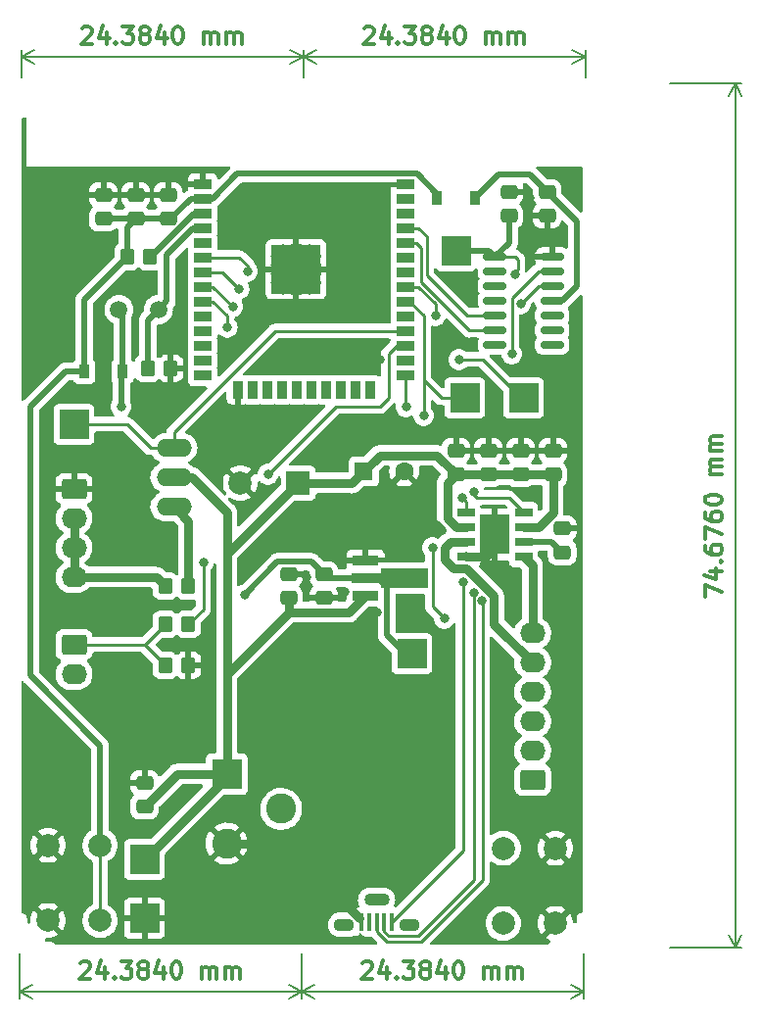
<source format=gtl>
G04 #@! TF.GenerationSoftware,KiCad,Pcbnew,(6.0.10-0)*
G04 #@! TF.CreationDate,2023-03-29T16:12:45-05:00*
G04 #@! TF.ProjectId,v1.0,76312e30-2e6b-4696-9361-645f70636258,rev?*
G04 #@! TF.SameCoordinates,Original*
G04 #@! TF.FileFunction,Copper,L1,Top*
G04 #@! TF.FilePolarity,Positive*
%FSLAX46Y46*%
G04 Gerber Fmt 4.6, Leading zero omitted, Abs format (unit mm)*
G04 Created by KiCad (PCBNEW (6.0.10-0)) date 2023-03-29 16:12:45*
%MOMM*%
%LPD*%
G01*
G04 APERTURE LIST*
G04 Aperture macros list*
%AMRoundRect*
0 Rectangle with rounded corners*
0 $1 Rounding radius*
0 $2 $3 $4 $5 $6 $7 $8 $9 X,Y pos of 4 corners*
0 Add a 4 corners polygon primitive as box body*
4,1,4,$2,$3,$4,$5,$6,$7,$8,$9,$2,$3,0*
0 Add four circle primitives for the rounded corners*
1,1,$1+$1,$2,$3*
1,1,$1+$1,$4,$5*
1,1,$1+$1,$6,$7*
1,1,$1+$1,$8,$9*
0 Add four rect primitives between the rounded corners*
20,1,$1+$1,$2,$3,$4,$5,0*
20,1,$1+$1,$4,$5,$6,$7,0*
20,1,$1+$1,$6,$7,$8,$9,0*
20,1,$1+$1,$8,$9,$2,$3,0*%
%AMFreePoly0*
4,1,9,5.362500,-0.866500,1.237500,-0.866500,1.237500,-0.450000,-1.237500,-0.450000,-1.237500,0.450000,1.237500,0.450000,1.237500,0.866500,5.362500,0.866500,5.362500,-0.866500,5.362500,-0.866500,$1*%
G04 Aperture macros list end*
%ADD10C,0.300000*%
G04 #@! TA.AperFunction,NonConductor*
%ADD11C,0.300000*%
G04 #@! TD*
G04 #@! TA.AperFunction,NonConductor*
%ADD12C,0.200000*%
G04 #@! TD*
G04 #@! TA.AperFunction,SMDPad,CuDef*
%ADD13RoundRect,0.150000X-0.825000X-0.150000X0.825000X-0.150000X0.825000X0.150000X-0.825000X0.150000X0*%
G04 #@! TD*
G04 #@! TA.AperFunction,ComponentPad*
%ADD14RoundRect,0.250000X0.845000X-0.620000X0.845000X0.620000X-0.845000X0.620000X-0.845000X-0.620000X0*%
G04 #@! TD*
G04 #@! TA.AperFunction,ComponentPad*
%ADD15O,2.190000X1.740000*%
G04 #@! TD*
G04 #@! TA.AperFunction,SMDPad,CuDef*
%ADD16R,2.500000X2.500000*%
G04 #@! TD*
G04 #@! TA.AperFunction,ComponentPad*
%ADD17R,2.000000X2.000000*%
G04 #@! TD*
G04 #@! TA.AperFunction,ComponentPad*
%ADD18C,2.000000*%
G04 #@! TD*
G04 #@! TA.AperFunction,SMDPad,CuDef*
%ADD19RoundRect,0.250000X-0.350000X-0.450000X0.350000X-0.450000X0.350000X0.450000X-0.350000X0.450000X0*%
G04 #@! TD*
G04 #@! TA.AperFunction,SMDPad,CuDef*
%ADD20RoundRect,0.250000X0.475000X-0.337500X0.475000X0.337500X-0.475000X0.337500X-0.475000X-0.337500X0*%
G04 #@! TD*
G04 #@! TA.AperFunction,ComponentPad*
%ADD21RoundRect,0.250000X-0.845000X0.620000X-0.845000X-0.620000X0.845000X-0.620000X0.845000X0.620000X0*%
G04 #@! TD*
G04 #@! TA.AperFunction,SMDPad,CuDef*
%ADD22RoundRect,0.250000X-0.475000X0.337500X-0.475000X-0.337500X0.475000X-0.337500X0.475000X0.337500X0*%
G04 #@! TD*
G04 #@! TA.AperFunction,ComponentPad*
%ADD23R,1.600000X1.600000*%
G04 #@! TD*
G04 #@! TA.AperFunction,ComponentPad*
%ADD24C,1.600000*%
G04 #@! TD*
G04 #@! TA.AperFunction,ComponentPad*
%ADD25C,1.500000*%
G04 #@! TD*
G04 #@! TA.AperFunction,SMDPad,CuDef*
%ADD26R,0.900000X1.200000*%
G04 #@! TD*
G04 #@! TA.AperFunction,ComponentPad*
%ADD27R,2.600000X2.600000*%
G04 #@! TD*
G04 #@! TA.AperFunction,ComponentPad*
%ADD28C,2.600000*%
G04 #@! TD*
G04 #@! TA.AperFunction,SMDPad,CuDef*
%ADD29RoundRect,0.250000X0.350000X0.450000X-0.350000X0.450000X-0.350000X-0.450000X0.350000X-0.450000X0*%
G04 #@! TD*
G04 #@! TA.AperFunction,ComponentPad*
%ADD30O,3.048000X1.524000*%
G04 #@! TD*
G04 #@! TA.AperFunction,SMDPad,CuDef*
%ADD31R,2.300000X0.900000*%
G04 #@! TD*
G04 #@! TA.AperFunction,SMDPad,CuDef*
%ADD32FreePoly0,0.000000*%
G04 #@! TD*
G04 #@! TA.AperFunction,SMDPad,CuDef*
%ADD33R,1.500000X0.900000*%
G04 #@! TD*
G04 #@! TA.AperFunction,SMDPad,CuDef*
%ADD34R,0.900000X1.500000*%
G04 #@! TD*
G04 #@! TA.AperFunction,SMDPad,CuDef*
%ADD35R,1.050000X1.050000*%
G04 #@! TD*
G04 #@! TA.AperFunction,HeatsinkPad*
%ADD36C,0.475000*%
G04 #@! TD*
G04 #@! TA.AperFunction,SMDPad,CuDef*
%ADD37R,4.200000X4.200000*%
G04 #@! TD*
G04 #@! TA.AperFunction,SMDPad,CuDef*
%ADD38R,1.505000X0.802000*%
G04 #@! TD*
G04 #@! TA.AperFunction,SMDPad,CuDef*
%ADD39R,2.613000X3.502000*%
G04 #@! TD*
G04 #@! TA.AperFunction,SMDPad,CuDef*
%ADD40R,0.450000X1.500000*%
G04 #@! TD*
G04 #@! TA.AperFunction,ComponentPad*
%ADD41O,1.800000X1.100000*%
G04 #@! TD*
G04 #@! TA.AperFunction,ComponentPad*
%ADD42O,2.200000X1.100000*%
G04 #@! TD*
G04 #@! TA.AperFunction,ViaPad*
%ADD43C,0.800000*%
G04 #@! TD*
G04 #@! TA.AperFunction,Conductor*
%ADD44C,0.508000*%
G04 #@! TD*
G04 #@! TA.AperFunction,Conductor*
%ADD45C,0.762000*%
G04 #@! TD*
G04 #@! TA.AperFunction,Conductor*
%ADD46C,0.254000*%
G04 #@! TD*
G04 APERTURE END LIST*
D10*
D11*
X150424428Y-126553428D02*
X150495857Y-126482000D01*
X150638714Y-126410571D01*
X150995857Y-126410571D01*
X151138714Y-126482000D01*
X151210142Y-126553428D01*
X151281571Y-126696285D01*
X151281571Y-126839142D01*
X151210142Y-127053428D01*
X150353000Y-127910571D01*
X151281571Y-127910571D01*
X152567285Y-126910571D02*
X152567285Y-127910571D01*
X152210142Y-126339142D02*
X151853000Y-127410571D01*
X152781571Y-127410571D01*
X153353000Y-127767714D02*
X153424428Y-127839142D01*
X153353000Y-127910571D01*
X153281571Y-127839142D01*
X153353000Y-127767714D01*
X153353000Y-127910571D01*
X153924428Y-126410571D02*
X154853000Y-126410571D01*
X154353000Y-126982000D01*
X154567285Y-126982000D01*
X154710142Y-127053428D01*
X154781571Y-127124857D01*
X154853000Y-127267714D01*
X154853000Y-127624857D01*
X154781571Y-127767714D01*
X154710142Y-127839142D01*
X154567285Y-127910571D01*
X154138714Y-127910571D01*
X153995857Y-127839142D01*
X153924428Y-127767714D01*
X155710142Y-127053428D02*
X155567285Y-126982000D01*
X155495857Y-126910571D01*
X155424428Y-126767714D01*
X155424428Y-126696285D01*
X155495857Y-126553428D01*
X155567285Y-126482000D01*
X155710142Y-126410571D01*
X155995857Y-126410571D01*
X156138714Y-126482000D01*
X156210142Y-126553428D01*
X156281571Y-126696285D01*
X156281571Y-126767714D01*
X156210142Y-126910571D01*
X156138714Y-126982000D01*
X155995857Y-127053428D01*
X155710142Y-127053428D01*
X155567285Y-127124857D01*
X155495857Y-127196285D01*
X155424428Y-127339142D01*
X155424428Y-127624857D01*
X155495857Y-127767714D01*
X155567285Y-127839142D01*
X155710142Y-127910571D01*
X155995857Y-127910571D01*
X156138714Y-127839142D01*
X156210142Y-127767714D01*
X156281571Y-127624857D01*
X156281571Y-127339142D01*
X156210142Y-127196285D01*
X156138714Y-127124857D01*
X155995857Y-127053428D01*
X157567285Y-126910571D02*
X157567285Y-127910571D01*
X157210142Y-126339142D02*
X156853000Y-127410571D01*
X157781571Y-127410571D01*
X158638714Y-126410571D02*
X158781571Y-126410571D01*
X158924428Y-126482000D01*
X158995857Y-126553428D01*
X159067285Y-126696285D01*
X159138714Y-126982000D01*
X159138714Y-127339142D01*
X159067285Y-127624857D01*
X158995857Y-127767714D01*
X158924428Y-127839142D01*
X158781571Y-127910571D01*
X158638714Y-127910571D01*
X158495857Y-127839142D01*
X158424428Y-127767714D01*
X158353000Y-127624857D01*
X158281571Y-127339142D01*
X158281571Y-126982000D01*
X158353000Y-126696285D01*
X158424428Y-126553428D01*
X158495857Y-126482000D01*
X158638714Y-126410571D01*
X160924428Y-127910571D02*
X160924428Y-126910571D01*
X160924428Y-127053428D02*
X160995857Y-126982000D01*
X161138714Y-126910571D01*
X161353000Y-126910571D01*
X161495857Y-126982000D01*
X161567285Y-127124857D01*
X161567285Y-127910571D01*
X161567285Y-127124857D02*
X161638714Y-126982000D01*
X161781571Y-126910571D01*
X161995857Y-126910571D01*
X162138714Y-126982000D01*
X162210142Y-127124857D01*
X162210142Y-127910571D01*
X162924428Y-127910571D02*
X162924428Y-126910571D01*
X162924428Y-127053428D02*
X162995857Y-126982000D01*
X163138714Y-126910571D01*
X163353000Y-126910571D01*
X163495857Y-126982000D01*
X163567285Y-127124857D01*
X163567285Y-127910571D01*
X163567285Y-127124857D02*
X163638714Y-126982000D01*
X163781571Y-126910571D01*
X163995857Y-126910571D01*
X164138714Y-126982000D01*
X164210142Y-127124857D01*
X164210142Y-127910571D01*
D12*
X145161000Y-125722000D02*
X145161000Y-129618420D01*
X169545000Y-125722000D02*
X169545000Y-129618420D01*
X145161000Y-129032000D02*
X169545000Y-129032000D01*
X145161000Y-129032000D02*
X169545000Y-129032000D01*
X145161000Y-129032000D02*
X146287504Y-129618421D01*
X145161000Y-129032000D02*
X146287504Y-128445579D01*
X169545000Y-129032000D02*
X168418496Y-128445579D01*
X169545000Y-129032000D02*
X168418496Y-129618421D01*
D10*
D11*
X126040428Y-126553428D02*
X126111857Y-126482000D01*
X126254714Y-126410571D01*
X126611857Y-126410571D01*
X126754714Y-126482000D01*
X126826142Y-126553428D01*
X126897571Y-126696285D01*
X126897571Y-126839142D01*
X126826142Y-127053428D01*
X125969000Y-127910571D01*
X126897571Y-127910571D01*
X128183285Y-126910571D02*
X128183285Y-127910571D01*
X127826142Y-126339142D02*
X127469000Y-127410571D01*
X128397571Y-127410571D01*
X128969000Y-127767714D02*
X129040428Y-127839142D01*
X128969000Y-127910571D01*
X128897571Y-127839142D01*
X128969000Y-127767714D01*
X128969000Y-127910571D01*
X129540428Y-126410571D02*
X130469000Y-126410571D01*
X129969000Y-126982000D01*
X130183285Y-126982000D01*
X130326142Y-127053428D01*
X130397571Y-127124857D01*
X130469000Y-127267714D01*
X130469000Y-127624857D01*
X130397571Y-127767714D01*
X130326142Y-127839142D01*
X130183285Y-127910571D01*
X129754714Y-127910571D01*
X129611857Y-127839142D01*
X129540428Y-127767714D01*
X131326142Y-127053428D02*
X131183285Y-126982000D01*
X131111857Y-126910571D01*
X131040428Y-126767714D01*
X131040428Y-126696285D01*
X131111857Y-126553428D01*
X131183285Y-126482000D01*
X131326142Y-126410571D01*
X131611857Y-126410571D01*
X131754714Y-126482000D01*
X131826142Y-126553428D01*
X131897571Y-126696285D01*
X131897571Y-126767714D01*
X131826142Y-126910571D01*
X131754714Y-126982000D01*
X131611857Y-127053428D01*
X131326142Y-127053428D01*
X131183285Y-127124857D01*
X131111857Y-127196285D01*
X131040428Y-127339142D01*
X131040428Y-127624857D01*
X131111857Y-127767714D01*
X131183285Y-127839142D01*
X131326142Y-127910571D01*
X131611857Y-127910571D01*
X131754714Y-127839142D01*
X131826142Y-127767714D01*
X131897571Y-127624857D01*
X131897571Y-127339142D01*
X131826142Y-127196285D01*
X131754714Y-127124857D01*
X131611857Y-127053428D01*
X133183285Y-126910571D02*
X133183285Y-127910571D01*
X132826142Y-126339142D02*
X132469000Y-127410571D01*
X133397571Y-127410571D01*
X134254714Y-126410571D02*
X134397571Y-126410571D01*
X134540428Y-126482000D01*
X134611857Y-126553428D01*
X134683285Y-126696285D01*
X134754714Y-126982000D01*
X134754714Y-127339142D01*
X134683285Y-127624857D01*
X134611857Y-127767714D01*
X134540428Y-127839142D01*
X134397571Y-127910571D01*
X134254714Y-127910571D01*
X134111857Y-127839142D01*
X134040428Y-127767714D01*
X133969000Y-127624857D01*
X133897571Y-127339142D01*
X133897571Y-126982000D01*
X133969000Y-126696285D01*
X134040428Y-126553428D01*
X134111857Y-126482000D01*
X134254714Y-126410571D01*
X136540428Y-127910571D02*
X136540428Y-126910571D01*
X136540428Y-127053428D02*
X136611857Y-126982000D01*
X136754714Y-126910571D01*
X136969000Y-126910571D01*
X137111857Y-126982000D01*
X137183285Y-127124857D01*
X137183285Y-127910571D01*
X137183285Y-127124857D02*
X137254714Y-126982000D01*
X137397571Y-126910571D01*
X137611857Y-126910571D01*
X137754714Y-126982000D01*
X137826142Y-127124857D01*
X137826142Y-127910571D01*
X138540428Y-127910571D02*
X138540428Y-126910571D01*
X138540428Y-127053428D02*
X138611857Y-126982000D01*
X138754714Y-126910571D01*
X138969000Y-126910571D01*
X139111857Y-126982000D01*
X139183285Y-127124857D01*
X139183285Y-127910571D01*
X139183285Y-127124857D02*
X139254714Y-126982000D01*
X139397571Y-126910571D01*
X139611857Y-126910571D01*
X139754714Y-126982000D01*
X139826142Y-127124857D01*
X139826142Y-127910571D01*
D12*
X120777000Y-125722000D02*
X120777000Y-129618420D01*
X145161000Y-125722000D02*
X145161000Y-129618420D01*
X120777000Y-129032000D02*
X145161000Y-129032000D01*
X120777000Y-129032000D02*
X145161000Y-129032000D01*
X120777000Y-129032000D02*
X121903504Y-129618421D01*
X120777000Y-129032000D02*
X121903504Y-128445579D01*
X145161000Y-129032000D02*
X144034496Y-128445579D01*
X145161000Y-129032000D02*
X144034496Y-129618421D01*
D10*
D11*
X126167428Y-45781428D02*
X126238857Y-45710000D01*
X126381714Y-45638571D01*
X126738857Y-45638571D01*
X126881714Y-45710000D01*
X126953142Y-45781428D01*
X127024571Y-45924285D01*
X127024571Y-46067142D01*
X126953142Y-46281428D01*
X126096000Y-47138571D01*
X127024571Y-47138571D01*
X128310285Y-46138571D02*
X128310285Y-47138571D01*
X127953142Y-45567142D02*
X127596000Y-46638571D01*
X128524571Y-46638571D01*
X129096000Y-46995714D02*
X129167428Y-47067142D01*
X129096000Y-47138571D01*
X129024571Y-47067142D01*
X129096000Y-46995714D01*
X129096000Y-47138571D01*
X129667428Y-45638571D02*
X130596000Y-45638571D01*
X130096000Y-46210000D01*
X130310285Y-46210000D01*
X130453142Y-46281428D01*
X130524571Y-46352857D01*
X130596000Y-46495714D01*
X130596000Y-46852857D01*
X130524571Y-46995714D01*
X130453142Y-47067142D01*
X130310285Y-47138571D01*
X129881714Y-47138571D01*
X129738857Y-47067142D01*
X129667428Y-46995714D01*
X131453142Y-46281428D02*
X131310285Y-46210000D01*
X131238857Y-46138571D01*
X131167428Y-45995714D01*
X131167428Y-45924285D01*
X131238857Y-45781428D01*
X131310285Y-45710000D01*
X131453142Y-45638571D01*
X131738857Y-45638571D01*
X131881714Y-45710000D01*
X131953142Y-45781428D01*
X132024571Y-45924285D01*
X132024571Y-45995714D01*
X131953142Y-46138571D01*
X131881714Y-46210000D01*
X131738857Y-46281428D01*
X131453142Y-46281428D01*
X131310285Y-46352857D01*
X131238857Y-46424285D01*
X131167428Y-46567142D01*
X131167428Y-46852857D01*
X131238857Y-46995714D01*
X131310285Y-47067142D01*
X131453142Y-47138571D01*
X131738857Y-47138571D01*
X131881714Y-47067142D01*
X131953142Y-46995714D01*
X132024571Y-46852857D01*
X132024571Y-46567142D01*
X131953142Y-46424285D01*
X131881714Y-46352857D01*
X131738857Y-46281428D01*
X133310285Y-46138571D02*
X133310285Y-47138571D01*
X132953142Y-45567142D02*
X132596000Y-46638571D01*
X133524571Y-46638571D01*
X134381714Y-45638571D02*
X134524571Y-45638571D01*
X134667428Y-45710000D01*
X134738857Y-45781428D01*
X134810285Y-45924285D01*
X134881714Y-46210000D01*
X134881714Y-46567142D01*
X134810285Y-46852857D01*
X134738857Y-46995714D01*
X134667428Y-47067142D01*
X134524571Y-47138571D01*
X134381714Y-47138571D01*
X134238857Y-47067142D01*
X134167428Y-46995714D01*
X134096000Y-46852857D01*
X134024571Y-46567142D01*
X134024571Y-46210000D01*
X134096000Y-45924285D01*
X134167428Y-45781428D01*
X134238857Y-45710000D01*
X134381714Y-45638571D01*
X136667428Y-47138571D02*
X136667428Y-46138571D01*
X136667428Y-46281428D02*
X136738857Y-46210000D01*
X136881714Y-46138571D01*
X137096000Y-46138571D01*
X137238857Y-46210000D01*
X137310285Y-46352857D01*
X137310285Y-47138571D01*
X137310285Y-46352857D02*
X137381714Y-46210000D01*
X137524571Y-46138571D01*
X137738857Y-46138571D01*
X137881714Y-46210000D01*
X137953142Y-46352857D01*
X137953142Y-47138571D01*
X138667428Y-47138571D02*
X138667428Y-46138571D01*
X138667428Y-46281428D02*
X138738857Y-46210000D01*
X138881714Y-46138571D01*
X139096000Y-46138571D01*
X139238857Y-46210000D01*
X139310285Y-46352857D01*
X139310285Y-47138571D01*
X139310285Y-46352857D02*
X139381714Y-46210000D01*
X139524571Y-46138571D01*
X139738857Y-46138571D01*
X139881714Y-46210000D01*
X139953142Y-46352857D01*
X139953142Y-47138571D01*
D12*
X145288000Y-50046000D02*
X145288000Y-47673580D01*
X120904000Y-50046000D02*
X120904000Y-47673580D01*
X145288000Y-48260000D02*
X120904000Y-48260000D01*
X145288000Y-48260000D02*
X120904000Y-48260000D01*
X145288000Y-48260000D02*
X144161496Y-47673579D01*
X145288000Y-48260000D02*
X144161496Y-48846421D01*
X120904000Y-48260000D02*
X122030504Y-48846421D01*
X120904000Y-48260000D02*
X122030504Y-47673579D01*
D10*
D11*
X150551428Y-45781428D02*
X150622857Y-45710000D01*
X150765714Y-45638571D01*
X151122857Y-45638571D01*
X151265714Y-45710000D01*
X151337142Y-45781428D01*
X151408571Y-45924285D01*
X151408571Y-46067142D01*
X151337142Y-46281428D01*
X150480000Y-47138571D01*
X151408571Y-47138571D01*
X152694285Y-46138571D02*
X152694285Y-47138571D01*
X152337142Y-45567142D02*
X151980000Y-46638571D01*
X152908571Y-46638571D01*
X153480000Y-46995714D02*
X153551428Y-47067142D01*
X153480000Y-47138571D01*
X153408571Y-47067142D01*
X153480000Y-46995714D01*
X153480000Y-47138571D01*
X154051428Y-45638571D02*
X154980000Y-45638571D01*
X154480000Y-46210000D01*
X154694285Y-46210000D01*
X154837142Y-46281428D01*
X154908571Y-46352857D01*
X154980000Y-46495714D01*
X154980000Y-46852857D01*
X154908571Y-46995714D01*
X154837142Y-47067142D01*
X154694285Y-47138571D01*
X154265714Y-47138571D01*
X154122857Y-47067142D01*
X154051428Y-46995714D01*
X155837142Y-46281428D02*
X155694285Y-46210000D01*
X155622857Y-46138571D01*
X155551428Y-45995714D01*
X155551428Y-45924285D01*
X155622857Y-45781428D01*
X155694285Y-45710000D01*
X155837142Y-45638571D01*
X156122857Y-45638571D01*
X156265714Y-45710000D01*
X156337142Y-45781428D01*
X156408571Y-45924285D01*
X156408571Y-45995714D01*
X156337142Y-46138571D01*
X156265714Y-46210000D01*
X156122857Y-46281428D01*
X155837142Y-46281428D01*
X155694285Y-46352857D01*
X155622857Y-46424285D01*
X155551428Y-46567142D01*
X155551428Y-46852857D01*
X155622857Y-46995714D01*
X155694285Y-47067142D01*
X155837142Y-47138571D01*
X156122857Y-47138571D01*
X156265714Y-47067142D01*
X156337142Y-46995714D01*
X156408571Y-46852857D01*
X156408571Y-46567142D01*
X156337142Y-46424285D01*
X156265714Y-46352857D01*
X156122857Y-46281428D01*
X157694285Y-46138571D02*
X157694285Y-47138571D01*
X157337142Y-45567142D02*
X156980000Y-46638571D01*
X157908571Y-46638571D01*
X158765714Y-45638571D02*
X158908571Y-45638571D01*
X159051428Y-45710000D01*
X159122857Y-45781428D01*
X159194285Y-45924285D01*
X159265714Y-46210000D01*
X159265714Y-46567142D01*
X159194285Y-46852857D01*
X159122857Y-46995714D01*
X159051428Y-47067142D01*
X158908571Y-47138571D01*
X158765714Y-47138571D01*
X158622857Y-47067142D01*
X158551428Y-46995714D01*
X158480000Y-46852857D01*
X158408571Y-46567142D01*
X158408571Y-46210000D01*
X158480000Y-45924285D01*
X158551428Y-45781428D01*
X158622857Y-45710000D01*
X158765714Y-45638571D01*
X161051428Y-47138571D02*
X161051428Y-46138571D01*
X161051428Y-46281428D02*
X161122857Y-46210000D01*
X161265714Y-46138571D01*
X161480000Y-46138571D01*
X161622857Y-46210000D01*
X161694285Y-46352857D01*
X161694285Y-47138571D01*
X161694285Y-46352857D02*
X161765714Y-46210000D01*
X161908571Y-46138571D01*
X162122857Y-46138571D01*
X162265714Y-46210000D01*
X162337142Y-46352857D01*
X162337142Y-47138571D01*
X163051428Y-47138571D02*
X163051428Y-46138571D01*
X163051428Y-46281428D02*
X163122857Y-46210000D01*
X163265714Y-46138571D01*
X163480000Y-46138571D01*
X163622857Y-46210000D01*
X163694285Y-46352857D01*
X163694285Y-47138571D01*
X163694285Y-46352857D02*
X163765714Y-46210000D01*
X163908571Y-46138571D01*
X164122857Y-46138571D01*
X164265714Y-46210000D01*
X164337142Y-46352857D01*
X164337142Y-47138571D01*
D12*
X169672000Y-50046000D02*
X169672000Y-47673580D01*
X145288000Y-50046000D02*
X145288000Y-47673580D01*
X169672000Y-48260000D02*
X145288000Y-48260000D01*
X169672000Y-48260000D02*
X145288000Y-48260000D01*
X169672000Y-48260000D02*
X168545496Y-47673579D01*
X169672000Y-48260000D02*
X168545496Y-48846421D01*
X145288000Y-48260000D02*
X146414504Y-48846421D01*
X145288000Y-48260000D02*
X146414504Y-47673579D01*
D10*
D11*
X180004571Y-94884000D02*
X180004571Y-93884000D01*
X181504571Y-94526857D01*
X180504571Y-92669714D02*
X181504571Y-92669714D01*
X179933142Y-93026857D02*
X181004571Y-93384000D01*
X181004571Y-92455428D01*
X181361714Y-91884000D02*
X181433142Y-91812571D01*
X181504571Y-91884000D01*
X181433142Y-91955428D01*
X181361714Y-91884000D01*
X181504571Y-91884000D01*
X180004571Y-90526857D02*
X180004571Y-90812571D01*
X180076000Y-90955428D01*
X180147428Y-91026857D01*
X180361714Y-91169714D01*
X180647428Y-91241142D01*
X181218857Y-91241142D01*
X181361714Y-91169714D01*
X181433142Y-91098285D01*
X181504571Y-90955428D01*
X181504571Y-90669714D01*
X181433142Y-90526857D01*
X181361714Y-90455428D01*
X181218857Y-90384000D01*
X180861714Y-90384000D01*
X180718857Y-90455428D01*
X180647428Y-90526857D01*
X180576000Y-90669714D01*
X180576000Y-90955428D01*
X180647428Y-91098285D01*
X180718857Y-91169714D01*
X180861714Y-91241142D01*
X180004571Y-89884000D02*
X180004571Y-88884000D01*
X181504571Y-89526857D01*
X180004571Y-87669714D02*
X180004571Y-87955428D01*
X180076000Y-88098285D01*
X180147428Y-88169714D01*
X180361714Y-88312571D01*
X180647428Y-88384000D01*
X181218857Y-88384000D01*
X181361714Y-88312571D01*
X181433142Y-88241142D01*
X181504571Y-88098285D01*
X181504571Y-87812571D01*
X181433142Y-87669714D01*
X181361714Y-87598285D01*
X181218857Y-87526857D01*
X180861714Y-87526857D01*
X180718857Y-87598285D01*
X180647428Y-87669714D01*
X180576000Y-87812571D01*
X180576000Y-88098285D01*
X180647428Y-88241142D01*
X180718857Y-88312571D01*
X180861714Y-88384000D01*
X180004571Y-86598285D02*
X180004571Y-86455428D01*
X180076000Y-86312571D01*
X180147428Y-86241142D01*
X180290285Y-86169714D01*
X180576000Y-86098285D01*
X180933142Y-86098285D01*
X181218857Y-86169714D01*
X181361714Y-86241142D01*
X181433142Y-86312571D01*
X181504571Y-86455428D01*
X181504571Y-86598285D01*
X181433142Y-86741142D01*
X181361714Y-86812571D01*
X181218857Y-86884000D01*
X180933142Y-86955428D01*
X180576000Y-86955428D01*
X180290285Y-86884000D01*
X180147428Y-86812571D01*
X180076000Y-86741142D01*
X180004571Y-86598285D01*
X181504571Y-84312571D02*
X180504571Y-84312571D01*
X180647428Y-84312571D02*
X180576000Y-84241142D01*
X180504571Y-84098285D01*
X180504571Y-83884000D01*
X180576000Y-83741142D01*
X180718857Y-83669714D01*
X181504571Y-83669714D01*
X180718857Y-83669714D02*
X180576000Y-83598285D01*
X180504571Y-83455428D01*
X180504571Y-83241142D01*
X180576000Y-83098285D01*
X180718857Y-83026857D01*
X181504571Y-83026857D01*
X181504571Y-82312571D02*
X180504571Y-82312571D01*
X180647428Y-82312571D02*
X180576000Y-82241142D01*
X180504571Y-82098285D01*
X180504571Y-81884000D01*
X180576000Y-81741142D01*
X180718857Y-81669714D01*
X181504571Y-81669714D01*
X180718857Y-81669714D02*
X180576000Y-81598285D01*
X180504571Y-81455428D01*
X180504571Y-81241142D01*
X180576000Y-81098285D01*
X180718857Y-81026857D01*
X181504571Y-81026857D01*
D12*
X177030000Y-125222000D02*
X183212420Y-125222000D01*
X177030000Y-50546000D02*
X183212420Y-50546000D01*
X182626000Y-125222000D02*
X182626000Y-50546000D01*
X182626000Y-125222000D02*
X182626000Y-50546000D01*
X182626000Y-125222000D02*
X183212421Y-124095496D01*
X182626000Y-125222000D02*
X182039579Y-124095496D01*
X182626000Y-50546000D02*
X182039579Y-51672504D01*
X182626000Y-50546000D02*
X183212421Y-51672504D01*
D13*
X161863000Y-65532000D03*
X161863000Y-66802000D03*
X161863000Y-68072000D03*
X161863000Y-69342000D03*
X161863000Y-70612000D03*
X161863000Y-71882000D03*
X161863000Y-73152000D03*
X166813000Y-73152000D03*
X166813000Y-71882000D03*
X166813000Y-70612000D03*
X166813000Y-69342000D03*
X166813000Y-68072000D03*
X166813000Y-66802000D03*
X166813000Y-65532000D03*
D14*
X165120000Y-110744000D03*
D15*
X165120000Y-108204000D03*
X165120000Y-105664000D03*
X165120000Y-103124000D03*
X165120000Y-100584000D03*
X165120000Y-98044000D03*
D16*
X131572000Y-122682000D03*
X159258000Y-77724000D03*
X164338000Y-77724000D03*
X158496000Y-65024000D03*
X154686000Y-99822000D03*
X125476000Y-80010000D03*
D17*
X144861677Y-85090000D03*
D18*
X139861677Y-85090000D03*
D19*
X133366000Y-100838000D03*
X135366000Y-100838000D03*
D20*
X131572000Y-113051500D03*
X131572000Y-110976500D03*
D19*
X131842000Y-75184000D03*
X133842000Y-75184000D03*
D21*
X125476000Y-85598000D03*
D15*
X125476000Y-88138000D03*
X125476000Y-90678000D03*
X125476000Y-93218000D03*
D20*
X144018000Y-95017500D03*
X144018000Y-92942500D03*
D22*
X166370000Y-59922500D03*
X166370000Y-61997500D03*
D20*
X161290000Y-84349500D03*
X161290000Y-82274500D03*
D18*
X127726000Y-122884000D03*
X127726000Y-116384000D03*
X123226000Y-116384000D03*
X123226000Y-122884000D03*
D23*
X150531396Y-84074000D03*
D24*
X154031396Y-84074000D03*
D25*
X129364000Y-70104000D03*
X132764000Y-70104000D03*
D20*
X166878000Y-84349500D03*
X166878000Y-82274500D03*
X163068000Y-61997500D03*
X163068000Y-59922500D03*
D18*
X162596000Y-116638000D03*
X162596000Y-123138000D03*
X167096000Y-116638000D03*
X167096000Y-123138000D03*
D26*
X129666000Y-75438000D03*
X126366000Y-75438000D03*
D19*
X133366000Y-97282000D03*
X135366000Y-97282000D03*
D21*
X125476000Y-99060000D03*
D15*
X125476000Y-101600000D03*
D20*
X130810000Y-60176500D03*
X130810000Y-62251500D03*
D22*
X147066000Y-92942500D03*
X147066000Y-95017500D03*
D20*
X133604000Y-62251500D03*
X133604000Y-60176500D03*
D27*
X138684000Y-110236000D03*
D28*
X138684000Y-116236000D03*
X143384000Y-113236000D03*
D29*
X135366000Y-93980000D03*
X133366000Y-93980000D03*
D30*
X134112000Y-84582000D03*
X134112000Y-82042000D03*
X134112000Y-87122000D03*
D19*
X130064000Y-65532000D03*
X132064000Y-65532000D03*
D31*
X150680000Y-91790000D03*
D32*
X150767500Y-93290000D03*
D31*
X150680000Y-94790000D03*
D33*
X136600000Y-59265000D03*
X136600000Y-60535000D03*
X136600000Y-61805000D03*
X136600000Y-63075000D03*
X136600000Y-64345000D03*
X136600000Y-65615000D03*
X136600000Y-66885000D03*
X136600000Y-68155000D03*
X136600000Y-69425000D03*
X136600000Y-70695000D03*
X136600000Y-71965000D03*
X136600000Y-73235000D03*
X136600000Y-74505000D03*
X136600000Y-75775000D03*
D34*
X139640000Y-77025000D03*
X140910000Y-77025000D03*
X142180000Y-77025000D03*
X143450000Y-77025000D03*
X144720000Y-77025000D03*
X145990000Y-77025000D03*
X147260000Y-77025000D03*
X148530000Y-77025000D03*
X149800000Y-77025000D03*
X151070000Y-77025000D03*
D33*
X154100000Y-75775000D03*
X154100000Y-74505000D03*
X154100000Y-73235000D03*
X154100000Y-71965000D03*
X154100000Y-70695000D03*
X154100000Y-69425000D03*
X154100000Y-68155000D03*
X154100000Y-66885000D03*
X154100000Y-65615000D03*
X154100000Y-64345000D03*
X154100000Y-63075000D03*
X154100000Y-61805000D03*
X154100000Y-60535000D03*
X154100000Y-59265000D03*
D35*
X146195000Y-68130000D03*
D36*
X143907500Y-68130000D03*
X145432500Y-65080000D03*
D35*
X143145000Y-65080000D03*
X144670000Y-66605000D03*
D36*
X146195000Y-65842500D03*
X143145000Y-65842500D03*
D37*
X144670000Y-66605000D03*
D36*
X145432500Y-68130000D03*
X143907500Y-65080000D03*
D35*
X144670000Y-68130000D03*
D36*
X143145000Y-67367500D03*
X145432500Y-66605000D03*
X144670000Y-65842500D03*
X143907500Y-66605000D03*
D35*
X146195000Y-65080000D03*
X143145000Y-66605000D03*
X144670000Y-65080000D03*
X143145000Y-68130000D03*
D36*
X146195000Y-67367500D03*
D35*
X146195000Y-66605000D03*
D36*
X144670000Y-67367500D03*
D20*
X164084000Y-84349500D03*
X164084000Y-82274500D03*
D16*
X131572000Y-117602000D03*
D26*
X160146000Y-60452000D03*
X156846000Y-60452000D03*
D38*
X164338000Y-91440000D03*
X164338000Y-90170000D03*
X164338000Y-88900000D03*
X164338000Y-87630000D03*
X159343000Y-87630000D03*
X159343000Y-88900000D03*
X159343000Y-90170000D03*
X159343000Y-91440000D03*
D39*
X161840500Y-89535000D03*
D20*
X167682500Y-91080500D03*
X167682500Y-89005500D03*
X128016000Y-60176500D03*
X128016000Y-62251500D03*
X158496000Y-84349500D03*
X158496000Y-82274500D03*
D40*
X152938000Y-122999000D03*
X152288000Y-122999000D03*
X151638000Y-122999000D03*
X150988000Y-122999000D03*
X150338000Y-122999000D03*
D41*
X154438000Y-123249000D03*
X148838000Y-123249000D03*
D42*
X151638000Y-121099000D03*
D43*
X124460000Y-60198000D03*
X154940000Y-88646000D03*
X159343000Y-91440000D03*
X165608000Y-80518000D03*
X157226000Y-89154000D03*
X158750000Y-68072000D03*
X131318000Y-68580000D03*
X123698000Y-64516000D03*
X131572000Y-77216000D03*
X127762000Y-77470000D03*
X128270000Y-82042000D03*
X132842000Y-90424000D03*
X144780000Y-98806000D03*
X165100000Y-119380000D03*
X160020000Y-123444000D03*
X145034000Y-122174000D03*
X148082000Y-117856000D03*
X130810000Y-106426000D03*
X145542000Y-107950000D03*
X155448000Y-112776000D03*
X168148000Y-85852000D03*
X164338000Y-86106000D03*
X163322000Y-73914000D03*
X164084000Y-69596000D03*
X163576000Y-67056000D03*
X158750000Y-74422000D03*
X155702000Y-79248000D03*
X156464000Y-90678000D03*
X151638000Y-96266000D03*
X148844000Y-94488000D03*
X145542000Y-93218000D03*
X149606000Y-89916000D03*
X129540000Y-78486000D03*
X154178000Y-78486000D03*
X157480000Y-96774000D03*
X140208000Y-94742000D03*
X136652000Y-91948000D03*
X142240000Y-84328000D03*
X123444000Y-71882000D03*
X127254000Y-64262000D03*
X151130000Y-67056000D03*
X145796000Y-61214000D03*
X145542000Y-73914000D03*
X168402000Y-92964000D03*
X168148000Y-59690000D03*
X164846000Y-60452000D03*
X138938000Y-60706000D03*
X151892000Y-74422000D03*
X151638000Y-60706000D03*
X159125286Y-93604714D03*
X160049786Y-94548959D03*
X160776286Y-95255714D03*
X138719500Y-71628000D03*
X139192000Y-69850000D03*
X139735500Y-68326000D03*
X140462000Y-66802000D03*
X160020000Y-85852000D03*
X156718000Y-70612000D03*
X159004000Y-86360000D03*
D44*
X128016000Y-62251500D02*
X130810000Y-62251500D01*
X130810000Y-62251500D02*
X133604000Y-62251500D01*
X130064000Y-65532000D02*
X130064000Y-62997500D01*
X130064000Y-62997500D02*
X130810000Y-62251500D01*
X133836500Y-62251500D02*
X135553000Y-60535000D01*
X133604000Y-62251500D02*
X133836500Y-62251500D01*
X152492000Y-98206000D02*
X154108000Y-99822000D01*
X154108000Y-99822000D02*
X154686000Y-99822000D01*
D45*
X154940000Y-88646000D02*
X156718000Y-88646000D01*
X156718000Y-88646000D02*
X157226000Y-89154000D01*
D46*
X130048000Y-80010000D02*
X132080000Y-82042000D01*
X125476000Y-80010000D02*
X130048000Y-80010000D01*
X132080000Y-82042000D02*
X134112000Y-82042000D01*
X136652000Y-91948000D02*
X136652000Y-95996000D01*
X136652000Y-95996000D02*
X135366000Y-97282000D01*
D45*
X135366000Y-93980000D02*
X135366000Y-88376000D01*
X135366000Y-88376000D02*
X134112000Y-87122000D01*
D46*
X125476000Y-99060000D02*
X131588000Y-99060000D01*
X131588000Y-99060000D02*
X133366000Y-97282000D01*
X131588000Y-99060000D02*
X133366000Y-100838000D01*
D45*
X125476000Y-93218000D02*
X132604000Y-93218000D01*
X132604000Y-93218000D02*
X133366000Y-93980000D01*
X125476000Y-90678000D02*
X125476000Y-88138000D01*
X125476000Y-93218000D02*
X125476000Y-90678000D01*
X138684000Y-101600000D02*
X138684000Y-100838000D01*
X138684000Y-100838000D02*
X138684000Y-91186000D01*
X138684000Y-110236000D02*
X138684000Y-100838000D01*
X138684000Y-116236000D02*
X143774476Y-116236000D01*
X143774476Y-116236000D02*
X150182000Y-122643524D01*
X131572000Y-113051500D02*
X134387500Y-110236000D01*
X134387500Y-110236000D02*
X138684000Y-110236000D01*
X131572000Y-117602000D02*
X138684000Y-110490000D01*
X138684000Y-110490000D02*
X138684000Y-110236000D01*
D46*
X127726000Y-122884000D02*
X127726000Y-116384000D01*
D44*
X126366000Y-75438000D02*
X124714000Y-75438000D01*
X121666000Y-78486000D02*
X121666000Y-101688000D01*
X127726000Y-107748000D02*
X127726000Y-116384000D01*
X124714000Y-75438000D02*
X121666000Y-78486000D01*
X121666000Y-101688000D02*
X127726000Y-107748000D01*
D46*
X163322000Y-69088000D02*
X163322000Y-73914000D01*
X163322000Y-69088000D02*
X165608000Y-66802000D01*
X165608000Y-68072000D02*
X166813000Y-68072000D01*
X164084000Y-69596000D02*
X165608000Y-68072000D01*
D45*
X159343000Y-91440000D02*
X161036000Y-91440000D01*
X161036000Y-91440000D02*
X161840500Y-90635500D01*
X161840500Y-90635500D02*
X161840500Y-89535000D01*
D44*
X163068000Y-61997500D02*
X163068000Y-64327000D01*
X163068000Y-64327000D02*
X161863000Y-65532000D01*
X158496000Y-65024000D02*
X161355000Y-65024000D01*
X161355000Y-65024000D02*
X161863000Y-65532000D01*
D46*
X163576000Y-67056000D02*
X163576000Y-66865420D01*
X163576000Y-66865420D02*
X163830000Y-66611420D01*
X163830000Y-66611420D02*
X163830000Y-65786000D01*
X163830000Y-65786000D02*
X163576000Y-65532000D01*
X163576000Y-65532000D02*
X161863000Y-65532000D01*
D45*
X165120000Y-100584000D02*
X165100000Y-100584000D01*
X165100000Y-100584000D02*
X161757286Y-97241286D01*
X159363916Y-92456000D02*
X158242000Y-92456000D01*
X161757286Y-97241286D02*
X161757286Y-94849370D01*
X157480000Y-91694000D02*
X157480000Y-90678000D01*
X161757286Y-94849370D02*
X159363916Y-92456000D01*
X157480000Y-90678000D02*
X157988000Y-90170000D01*
X158242000Y-92456000D02*
X157480000Y-91694000D01*
X157988000Y-90170000D02*
X159343000Y-90170000D01*
X165120000Y-98044000D02*
X165120000Y-92222000D01*
X165120000Y-92222000D02*
X164338000Y-91440000D01*
D44*
X166813000Y-69342000D02*
X167640000Y-69342000D01*
X167640000Y-69342000D02*
X168910000Y-68072000D01*
X168910000Y-68072000D02*
X168910000Y-62462500D01*
X168910000Y-62462500D02*
X166370000Y-59922500D01*
D46*
X165608000Y-66802000D02*
X166813000Y-66802000D01*
X155502000Y-67737947D02*
X159646054Y-71882000D01*
X161863000Y-71882000D02*
X159646054Y-71882000D01*
X161863000Y-70612000D02*
X159451420Y-70612000D01*
X159451420Y-70612000D02*
X155956000Y-67116580D01*
X154100000Y-64345000D02*
X155104000Y-64345000D01*
X155104000Y-64345000D02*
X155502000Y-64743000D01*
X155502000Y-64743000D02*
X155502000Y-67737947D01*
X155702000Y-79248000D02*
X155702000Y-75946000D01*
X155702000Y-75946000D02*
X155702000Y-70612000D01*
X155702000Y-76200000D02*
X155702000Y-75946000D01*
X157226000Y-77724000D02*
X155702000Y-76200000D01*
X158750000Y-74422000D02*
X160782000Y-74422000D01*
X160782000Y-74422000D02*
X164338000Y-77978000D01*
X157226000Y-77724000D02*
X159258000Y-77724000D01*
D45*
X150531396Y-84074000D02*
X151912396Y-82693000D01*
X151912396Y-82693000D02*
X156839500Y-82693000D01*
X156839500Y-82693000D02*
X158496000Y-84349500D01*
D46*
X156464000Y-90678000D02*
X156464000Y-95758000D01*
X156464000Y-95758000D02*
X157480000Y-96774000D01*
X160782000Y-119380000D02*
X160782000Y-95261428D01*
X151638000Y-122999000D02*
X151638000Y-123832053D01*
X151638000Y-123832053D02*
X152519948Y-124714000D01*
X152519948Y-124714000D02*
X155448000Y-124714000D01*
X155448000Y-124714000D02*
X160782000Y-119380000D01*
X160782000Y-95261428D02*
X160776286Y-95255714D01*
X160049786Y-94548959D02*
X160049786Y-119350214D01*
X160049786Y-119350214D02*
X155194000Y-124206000D01*
X155194000Y-124206000D02*
X152654000Y-124206000D01*
X152654000Y-124206000D02*
X152288000Y-123840000D01*
X152288000Y-123840000D02*
X152288000Y-122999000D01*
X159125286Y-93604714D02*
X159125286Y-116811714D01*
X159125286Y-116811714D02*
X152938000Y-122999000D01*
D44*
X152492000Y-98206000D02*
X152492000Y-94094000D01*
X152492000Y-94094000D02*
X151688000Y-93290000D01*
X151688000Y-93290000D02*
X150767500Y-93290000D01*
X152218000Y-93290000D02*
X150767500Y-93290000D01*
X129540000Y-78486000D02*
X129540000Y-75564000D01*
X129540000Y-75564000D02*
X129666000Y-75438000D01*
D46*
X154178000Y-78486000D02*
X154100000Y-78408000D01*
X154100000Y-78408000D02*
X154100000Y-75775000D01*
D44*
X146024500Y-91901000D02*
X143049000Y-91901000D01*
X143049000Y-91901000D02*
X140208000Y-94742000D01*
X147066000Y-92942500D02*
X146024500Y-91901000D01*
X150767500Y-93290000D02*
X147413500Y-93290000D01*
X147413500Y-93290000D02*
X147066000Y-92942500D01*
D46*
X142240000Y-84328000D02*
X148082000Y-78486000D01*
D45*
X138684000Y-91186000D02*
X138684000Y-87630000D01*
X138684000Y-87630000D02*
X135636000Y-84582000D01*
X135636000Y-84582000D02*
X134112000Y-84582000D01*
D46*
X152654000Y-77724000D02*
X152654000Y-73914000D01*
X148082000Y-78486000D02*
X151892000Y-78486000D01*
X151892000Y-78486000D02*
X152654000Y-77724000D01*
X152654000Y-73914000D02*
X153333000Y-73235000D01*
X153333000Y-73235000D02*
X154100000Y-73235000D01*
D45*
X144780000Y-85090000D02*
X149515396Y-85090000D01*
X149515396Y-85090000D02*
X150531396Y-84074000D01*
X138684000Y-91186000D02*
X144780000Y-85090000D01*
X144018000Y-96266000D02*
X149204000Y-96266000D01*
X149204000Y-96266000D02*
X150680000Y-94790000D01*
X138684000Y-101600000D02*
X144018000Y-96266000D01*
X144018000Y-96266000D02*
X144018000Y-95017500D01*
D44*
X160146000Y-60452000D02*
X162178000Y-58420000D01*
X162178000Y-58420000D02*
X164867500Y-58420000D01*
X164867500Y-58420000D02*
X166370000Y-59922500D01*
D46*
X155956000Y-67116580D02*
X155956000Y-63754000D01*
X155277000Y-63075000D02*
X154100000Y-63075000D01*
X155956000Y-63754000D02*
X155277000Y-63075000D01*
X138719500Y-71628000D02*
X138719500Y-70647500D01*
X138719500Y-70647500D02*
X137497000Y-69425000D01*
X137497000Y-69425000D02*
X136600000Y-69425000D01*
X139192000Y-69850000D02*
X137497000Y-68155000D01*
X137497000Y-68155000D02*
X136600000Y-68155000D01*
X139735500Y-68326000D02*
X138294500Y-66885000D01*
X138294500Y-66885000D02*
X136600000Y-66885000D01*
X140462000Y-66802000D02*
X140462000Y-66294000D01*
X140462000Y-66294000D02*
X139783000Y-65615000D01*
X139783000Y-65615000D02*
X136600000Y-65615000D01*
X160274000Y-86360000D02*
X160020000Y-86106000D01*
X164338000Y-87630000D02*
X163068000Y-86360000D01*
X160020000Y-86106000D02*
X160020000Y-85852000D01*
X163068000Y-86360000D02*
X160274000Y-86360000D01*
X156718000Y-69596000D02*
X155277000Y-68155000D01*
X156718000Y-70612000D02*
X156718000Y-69596000D01*
X155277000Y-68155000D02*
X154100000Y-68155000D01*
X154515000Y-69425000D02*
X154100000Y-69425000D01*
X155702000Y-70612000D02*
X154515000Y-69425000D01*
X159343000Y-86699000D02*
X159004000Y-86360000D01*
X159343000Y-87630000D02*
X159343000Y-86699000D01*
D44*
X164338000Y-90170000D02*
X166772000Y-90170000D01*
X166772000Y-90170000D02*
X167682500Y-91080500D01*
D45*
X166878000Y-87630000D02*
X165608000Y-88900000D01*
X165608000Y-88900000D02*
X164338000Y-88900000D01*
X166878000Y-84349500D02*
X166878000Y-87630000D01*
X164084000Y-84349500D02*
X166878000Y-84349500D01*
X161290000Y-84349500D02*
X164084000Y-84349500D01*
X158496000Y-84349500D02*
X161290000Y-84349500D01*
X158496000Y-88900000D02*
X157734000Y-88138000D01*
X159343000Y-88900000D02*
X158496000Y-88900000D01*
X157734000Y-88138000D02*
X157734000Y-85111500D01*
X157734000Y-85111500D02*
X158496000Y-84349500D01*
D46*
X134112000Y-82042000D02*
X134112000Y-80699000D01*
X134112000Y-80699000D02*
X142846000Y-71965000D01*
X142846000Y-71965000D02*
X154100000Y-71965000D01*
D44*
X136600000Y-60535000D02*
X137438000Y-60535000D01*
X137438000Y-60535000D02*
X139612000Y-58361000D01*
X139612000Y-58361000D02*
X155135000Y-58361000D01*
X156846000Y-60072000D02*
X156846000Y-60452000D01*
X155135000Y-58361000D02*
X156846000Y-60072000D01*
X132064000Y-65532000D02*
X132131606Y-65532000D01*
X132131606Y-65532000D02*
X135858606Y-61805000D01*
X135858606Y-61805000D02*
X136600000Y-61805000D01*
X132764000Y-70104000D02*
X133514000Y-69354000D01*
X135762000Y-63075000D02*
X136600000Y-63075000D01*
X133514000Y-69354000D02*
X133514000Y-65323000D01*
X133514000Y-65323000D02*
X135762000Y-63075000D01*
X131842000Y-75184000D02*
X131842000Y-71026000D01*
X131842000Y-71026000D02*
X132764000Y-70104000D01*
X129666000Y-75438000D02*
X129666000Y-70406000D01*
X129666000Y-70406000D02*
X129364000Y-70104000D01*
X130064000Y-65532000D02*
X126366000Y-69230000D01*
X126366000Y-69230000D02*
X126366000Y-75438000D01*
X135553000Y-60535000D02*
X136600000Y-60535000D01*
G04 #@! TA.AperFunction,Conductor*
G36*
X169336032Y-68828472D02*
G01*
X169392868Y-68871019D01*
X169417679Y-68937539D01*
X169418000Y-68946528D01*
X169418000Y-122098064D01*
X169397998Y-122166185D01*
X169344342Y-122212678D01*
X169326627Y-122219212D01*
X169208229Y-122253051D01*
X169200642Y-122257838D01*
X169200640Y-122257839D01*
X169134377Y-122299648D01*
X169085042Y-122330776D01*
X168988622Y-122439951D01*
X168984808Y-122448074D01*
X168984807Y-122448076D01*
X168964941Y-122490390D01*
X168926719Y-122571800D01*
X168909500Y-122682386D01*
X168909500Y-123009822D01*
X168889498Y-123077943D01*
X168835842Y-123124436D01*
X168816748Y-123131356D01*
X168759446Y-123147032D01*
X168688463Y-123145714D01*
X168629460Y-123106229D01*
X168600587Y-123035384D01*
X168590428Y-122906301D01*
X168588885Y-122896554D01*
X168535783Y-122675373D01*
X168532734Y-122665988D01*
X168445687Y-122455837D01*
X168441205Y-122447042D01*
X168338568Y-122279555D01*
X168328110Y-122270093D01*
X168319334Y-122273876D01*
X166234920Y-124358290D01*
X166228160Y-124370670D01*
X166233887Y-124378320D01*
X166405042Y-124483205D01*
X166413837Y-124487687D01*
X166616271Y-124571537D01*
X166671552Y-124616085D01*
X166693973Y-124683448D01*
X166676415Y-124752240D01*
X166640957Y-124788906D01*
X166641218Y-124789208D01*
X166530873Y-124884287D01*
X166515027Y-124908734D01*
X166514186Y-124910032D01*
X166460351Y-124956316D01*
X166408454Y-124967500D01*
X156397422Y-124967500D01*
X156329301Y-124947498D01*
X156282808Y-124893842D01*
X156272704Y-124823568D01*
X156302198Y-124758988D01*
X156308327Y-124752405D01*
X157922733Y-123138000D01*
X161082835Y-123138000D01*
X161101465Y-123374711D01*
X161102619Y-123379518D01*
X161102620Y-123379524D01*
X161122630Y-123462871D01*
X161156895Y-123605594D01*
X161158788Y-123610165D01*
X161158789Y-123610167D01*
X161245772Y-123820163D01*
X161247760Y-123824963D01*
X161250346Y-123829183D01*
X161369241Y-124023202D01*
X161369245Y-124023208D01*
X161371824Y-124027416D01*
X161494614Y-124171184D01*
X161515645Y-124195808D01*
X161526031Y-124207969D01*
X161706584Y-124362176D01*
X161710792Y-124364755D01*
X161710798Y-124364759D01*
X161904084Y-124483205D01*
X161909037Y-124486240D01*
X161913607Y-124488133D01*
X161913611Y-124488135D01*
X162123833Y-124575211D01*
X162128406Y-124577105D01*
X162187191Y-124591218D01*
X162354476Y-124631380D01*
X162354482Y-124631381D01*
X162359289Y-124632535D01*
X162596000Y-124651165D01*
X162832711Y-124632535D01*
X162837518Y-124631381D01*
X162837524Y-124631380D01*
X163004809Y-124591218D01*
X163063594Y-124577105D01*
X163068167Y-124575211D01*
X163278389Y-124488135D01*
X163278393Y-124488133D01*
X163282963Y-124486240D01*
X163287916Y-124483205D01*
X163481202Y-124364759D01*
X163481208Y-124364755D01*
X163485416Y-124362176D01*
X163665969Y-124207969D01*
X163676356Y-124195808D01*
X163697386Y-124171184D01*
X163820176Y-124027416D01*
X163822755Y-124023208D01*
X163822759Y-124023202D01*
X163941654Y-123829183D01*
X163944240Y-123824963D01*
X163946229Y-123820163D01*
X164033211Y-123610167D01*
X164033212Y-123610165D01*
X164035105Y-123605594D01*
X164069370Y-123462871D01*
X164089380Y-123379524D01*
X164089381Y-123379518D01*
X164090535Y-123374711D01*
X164108777Y-123142930D01*
X165583725Y-123142930D01*
X165601572Y-123369699D01*
X165603115Y-123379446D01*
X165656217Y-123600627D01*
X165659266Y-123610012D01*
X165746313Y-123820163D01*
X165750795Y-123828958D01*
X165853432Y-123996445D01*
X165863890Y-124005907D01*
X165872666Y-124002124D01*
X166723978Y-123150812D01*
X166731592Y-123136868D01*
X166731461Y-123135035D01*
X166727210Y-123128420D01*
X165875710Y-122276920D01*
X165863330Y-122270160D01*
X165855680Y-122275887D01*
X165750795Y-122447042D01*
X165746313Y-122455837D01*
X165659266Y-122665988D01*
X165656217Y-122675373D01*
X165603115Y-122896554D01*
X165601572Y-122906301D01*
X165583725Y-123133070D01*
X165583725Y-123142930D01*
X164108777Y-123142930D01*
X164109165Y-123138000D01*
X164090535Y-122901289D01*
X164088685Y-122893580D01*
X164039148Y-122687248D01*
X164035105Y-122670406D01*
X164027606Y-122652301D01*
X163946135Y-122455611D01*
X163946133Y-122455607D01*
X163944240Y-122451037D01*
X163940674Y-122445218D01*
X163822759Y-122252798D01*
X163822755Y-122252792D01*
X163820176Y-122248584D01*
X163665969Y-122068031D01*
X163485416Y-121913824D01*
X163481208Y-121911245D01*
X163481202Y-121911241D01*
X163472470Y-121905890D01*
X166228093Y-121905890D01*
X166231876Y-121914666D01*
X167083188Y-122765978D01*
X167097132Y-122773592D01*
X167098965Y-122773461D01*
X167105580Y-122769210D01*
X167957080Y-121917710D01*
X167963840Y-121905330D01*
X167958113Y-121897680D01*
X167786958Y-121792795D01*
X167778163Y-121788313D01*
X167568012Y-121701266D01*
X167558627Y-121698217D01*
X167337446Y-121645115D01*
X167327699Y-121643572D01*
X167100930Y-121625725D01*
X167091070Y-121625725D01*
X166864301Y-121643572D01*
X166854554Y-121645115D01*
X166633373Y-121698217D01*
X166623988Y-121701266D01*
X166413837Y-121788313D01*
X166405042Y-121792795D01*
X166237555Y-121895432D01*
X166228093Y-121905890D01*
X163472470Y-121905890D01*
X163287183Y-121792346D01*
X163282963Y-121789760D01*
X163278393Y-121787867D01*
X163278389Y-121787865D01*
X163068167Y-121700789D01*
X163068165Y-121700788D01*
X163063594Y-121698895D01*
X162983391Y-121679640D01*
X162837524Y-121644620D01*
X162837518Y-121644619D01*
X162832711Y-121643465D01*
X162596000Y-121624835D01*
X162359289Y-121643465D01*
X162354482Y-121644619D01*
X162354476Y-121644620D01*
X162208609Y-121679640D01*
X162128406Y-121698895D01*
X162123835Y-121700788D01*
X162123833Y-121700789D01*
X161913611Y-121787865D01*
X161913607Y-121787867D01*
X161909037Y-121789760D01*
X161904817Y-121792346D01*
X161710798Y-121911241D01*
X161710792Y-121911245D01*
X161706584Y-121913824D01*
X161526031Y-122068031D01*
X161371824Y-122248584D01*
X161369245Y-122252792D01*
X161369241Y-122252798D01*
X161251326Y-122445218D01*
X161247760Y-122451037D01*
X161245867Y-122455607D01*
X161245865Y-122455611D01*
X161164394Y-122652301D01*
X161156895Y-122670406D01*
X161152852Y-122687248D01*
X161103316Y-122893580D01*
X161101465Y-122901289D01*
X161082835Y-123138000D01*
X157922733Y-123138000D01*
X158638598Y-122422135D01*
X161175483Y-119885250D01*
X161183809Y-119877674D01*
X161190303Y-119873553D01*
X161237086Y-119823734D01*
X161239840Y-119820893D01*
X161259639Y-119801094D01*
X161262068Y-119797963D01*
X161262072Y-119797958D01*
X161262139Y-119797872D01*
X161269847Y-119788847D01*
X161294791Y-119762285D01*
X161294794Y-119762281D01*
X161300217Y-119756506D01*
X161304036Y-119749560D01*
X161304039Y-119749555D01*
X161310022Y-119738672D01*
X161320878Y-119722144D01*
X161328492Y-119712329D01*
X161328494Y-119712326D01*
X161333349Y-119706067D01*
X161336495Y-119698797D01*
X161336498Y-119698792D01*
X161350969Y-119665350D01*
X161356192Y-119654689D01*
X161373749Y-119622753D01*
X161373751Y-119622748D01*
X161377569Y-119615803D01*
X161379539Y-119608129D01*
X161379542Y-119608122D01*
X161382632Y-119596087D01*
X161389036Y-119577382D01*
X161393967Y-119565987D01*
X161397117Y-119558708D01*
X161404060Y-119514873D01*
X161406467Y-119503251D01*
X161417500Y-119460282D01*
X161417500Y-119439935D01*
X161419051Y-119420224D01*
X161420995Y-119407950D01*
X161422235Y-119400121D01*
X161418059Y-119355944D01*
X161417500Y-119344086D01*
X161417500Y-117888590D01*
X161437502Y-117820469D01*
X161491158Y-117773976D01*
X161561432Y-117763872D01*
X161625330Y-117792779D01*
X161706584Y-117862176D01*
X161710792Y-117864755D01*
X161710798Y-117864759D01*
X161904084Y-117983205D01*
X161909037Y-117986240D01*
X161913607Y-117988133D01*
X161913611Y-117988135D01*
X162123833Y-118075211D01*
X162128406Y-118077105D01*
X162208609Y-118096360D01*
X162354476Y-118131380D01*
X162354482Y-118131381D01*
X162359289Y-118132535D01*
X162596000Y-118151165D01*
X162832711Y-118132535D01*
X162837518Y-118131381D01*
X162837524Y-118131380D01*
X162983391Y-118096360D01*
X163063594Y-118077105D01*
X163068167Y-118075211D01*
X163278389Y-117988135D01*
X163278393Y-117988133D01*
X163282963Y-117986240D01*
X163287916Y-117983205D01*
X163471556Y-117870670D01*
X166228160Y-117870670D01*
X166233887Y-117878320D01*
X166405042Y-117983205D01*
X166413837Y-117987687D01*
X166623988Y-118074734D01*
X166633373Y-118077783D01*
X166854554Y-118130885D01*
X166864301Y-118132428D01*
X167091070Y-118150275D01*
X167100930Y-118150275D01*
X167327699Y-118132428D01*
X167337446Y-118130885D01*
X167558627Y-118077783D01*
X167568012Y-118074734D01*
X167778163Y-117987687D01*
X167786958Y-117983205D01*
X167954445Y-117880568D01*
X167963907Y-117870110D01*
X167960124Y-117861334D01*
X167108812Y-117010022D01*
X167094868Y-117002408D01*
X167093035Y-117002539D01*
X167086420Y-117006790D01*
X166234920Y-117858290D01*
X166228160Y-117870670D01*
X163471556Y-117870670D01*
X163481202Y-117864759D01*
X163481208Y-117864755D01*
X163485416Y-117862176D01*
X163665969Y-117707969D01*
X163820176Y-117527416D01*
X163822755Y-117523208D01*
X163822759Y-117523202D01*
X163941654Y-117329183D01*
X163944240Y-117324963D01*
X163946229Y-117320163D01*
X164033211Y-117110167D01*
X164033212Y-117110165D01*
X164035105Y-117105594D01*
X164065841Y-116977568D01*
X164089380Y-116879524D01*
X164089381Y-116879518D01*
X164090535Y-116874711D01*
X164108777Y-116642930D01*
X165583725Y-116642930D01*
X165601572Y-116869699D01*
X165603115Y-116879446D01*
X165656217Y-117100627D01*
X165659266Y-117110012D01*
X165746313Y-117320163D01*
X165750795Y-117328958D01*
X165853432Y-117496445D01*
X165863890Y-117505907D01*
X165872666Y-117502124D01*
X166723978Y-116650812D01*
X166730356Y-116639132D01*
X167460408Y-116639132D01*
X167460539Y-116640965D01*
X167464790Y-116647580D01*
X168316290Y-117499080D01*
X168328670Y-117505840D01*
X168336320Y-117500113D01*
X168441205Y-117328958D01*
X168445687Y-117320163D01*
X168532734Y-117110012D01*
X168535783Y-117100627D01*
X168588885Y-116879446D01*
X168590428Y-116869699D01*
X168608275Y-116642930D01*
X168608275Y-116633070D01*
X168590428Y-116406301D01*
X168588885Y-116396554D01*
X168535783Y-116175373D01*
X168532734Y-116165988D01*
X168445687Y-115955837D01*
X168441205Y-115947042D01*
X168338568Y-115779555D01*
X168328110Y-115770093D01*
X168319334Y-115773876D01*
X167468022Y-116625188D01*
X167460408Y-116639132D01*
X166730356Y-116639132D01*
X166731592Y-116636868D01*
X166731461Y-116635035D01*
X166727210Y-116628420D01*
X165875710Y-115776920D01*
X165863330Y-115770160D01*
X165855680Y-115775887D01*
X165750795Y-115947042D01*
X165746313Y-115955837D01*
X165659266Y-116165988D01*
X165656217Y-116175373D01*
X165603115Y-116396554D01*
X165601572Y-116406301D01*
X165583725Y-116633070D01*
X165583725Y-116642930D01*
X164108777Y-116642930D01*
X164109165Y-116638000D01*
X164090535Y-116401289D01*
X164088685Y-116393580D01*
X164051611Y-116239160D01*
X164035105Y-116170406D01*
X164027606Y-116152301D01*
X163946135Y-115955611D01*
X163946133Y-115955607D01*
X163944240Y-115951037D01*
X163913813Y-115901385D01*
X163822759Y-115752798D01*
X163822755Y-115752792D01*
X163820176Y-115748584D01*
X163665969Y-115568031D01*
X163485416Y-115413824D01*
X163481208Y-115411245D01*
X163481202Y-115411241D01*
X163472470Y-115405890D01*
X166228093Y-115405890D01*
X166231876Y-115414666D01*
X167083188Y-116265978D01*
X167097132Y-116273592D01*
X167098965Y-116273461D01*
X167105580Y-116269210D01*
X167957080Y-115417710D01*
X167963840Y-115405330D01*
X167958113Y-115397680D01*
X167786958Y-115292795D01*
X167778163Y-115288313D01*
X167568012Y-115201266D01*
X167558627Y-115198217D01*
X167337446Y-115145115D01*
X167327699Y-115143572D01*
X167100930Y-115125725D01*
X167091070Y-115125725D01*
X166864301Y-115143572D01*
X166854554Y-115145115D01*
X166633373Y-115198217D01*
X166623988Y-115201266D01*
X166413837Y-115288313D01*
X166405042Y-115292795D01*
X166237555Y-115395432D01*
X166228093Y-115405890D01*
X163472470Y-115405890D01*
X163287183Y-115292346D01*
X163282963Y-115289760D01*
X163278393Y-115287867D01*
X163278389Y-115287865D01*
X163068167Y-115200789D01*
X163068165Y-115200788D01*
X163063594Y-115198895D01*
X162983041Y-115179556D01*
X162837524Y-115144620D01*
X162837518Y-115144619D01*
X162832711Y-115143465D01*
X162596000Y-115124835D01*
X162359289Y-115143465D01*
X162354482Y-115144619D01*
X162354476Y-115144620D01*
X162208959Y-115179556D01*
X162128406Y-115198895D01*
X162123835Y-115200788D01*
X162123833Y-115200789D01*
X161913611Y-115287865D01*
X161913607Y-115287867D01*
X161909037Y-115289760D01*
X161904817Y-115292346D01*
X161710798Y-115411241D01*
X161710792Y-115411245D01*
X161706584Y-115413824D01*
X161652746Y-115459806D01*
X161625331Y-115483221D01*
X161560541Y-115512252D01*
X161490341Y-115501647D01*
X161437019Y-115454772D01*
X161417500Y-115387410D01*
X161417500Y-98463633D01*
X161437502Y-98395512D01*
X161491158Y-98349019D01*
X161561432Y-98338915D01*
X161626012Y-98368409D01*
X161632595Y-98374538D01*
X163499943Y-100241885D01*
X163533968Y-100304197D01*
X163535756Y-100347533D01*
X163513052Y-100518829D01*
X163513252Y-100524158D01*
X163513252Y-100524160D01*
X163515774Y-100591329D01*
X163521828Y-100752604D01*
X163522923Y-100757822D01*
X163547661Y-100875720D01*
X163569868Y-100981559D01*
X163655797Y-101199146D01*
X163658566Y-101203709D01*
X163745369Y-101346755D01*
X163777159Y-101399144D01*
X163930483Y-101575834D01*
X164111386Y-101724165D01*
X164116016Y-101726801D01*
X164116021Y-101726804D01*
X164148516Y-101745301D01*
X164197822Y-101796384D01*
X164211683Y-101866015D01*
X164185699Y-101932085D01*
X164156550Y-101959323D01*
X164126506Y-101979550D01*
X164028104Y-102045798D01*
X163858832Y-102207276D01*
X163855649Y-102211554D01*
X163838957Y-102233989D01*
X163719187Y-102394965D01*
X163716771Y-102399716D01*
X163716769Y-102399720D01*
X163659456Y-102512446D01*
X163613162Y-102603500D01*
X163543790Y-102826917D01*
X163543089Y-102832204D01*
X163543089Y-102832205D01*
X163523729Y-102978275D01*
X163513052Y-103058829D01*
X163521828Y-103292604D01*
X163569868Y-103521559D01*
X163655797Y-103739146D01*
X163777159Y-103939144D01*
X163930483Y-104115834D01*
X164111386Y-104264165D01*
X164116016Y-104266801D01*
X164116021Y-104266804D01*
X164148516Y-104285301D01*
X164197822Y-104336384D01*
X164211683Y-104406015D01*
X164185699Y-104472085D01*
X164156550Y-104499323D01*
X164124061Y-104521196D01*
X164028104Y-104585798D01*
X163858832Y-104747276D01*
X163719187Y-104934965D01*
X163716771Y-104939716D01*
X163716769Y-104939720D01*
X163658756Y-105053823D01*
X163613162Y-105143500D01*
X163543790Y-105366917D01*
X163543089Y-105372204D01*
X163543089Y-105372205D01*
X163526055Y-105500727D01*
X163513052Y-105598829D01*
X163521828Y-105832604D01*
X163569868Y-106061559D01*
X163655797Y-106279146D01*
X163777159Y-106479144D01*
X163930483Y-106655834D01*
X164111386Y-106804165D01*
X164116016Y-106806801D01*
X164116021Y-106806804D01*
X164148516Y-106825301D01*
X164197822Y-106876384D01*
X164211683Y-106946015D01*
X164185699Y-107012085D01*
X164156550Y-107039323D01*
X164124061Y-107061196D01*
X164028104Y-107125798D01*
X163858832Y-107287276D01*
X163719187Y-107474965D01*
X163716771Y-107479716D01*
X163716769Y-107479720D01*
X163619664Y-107670711D01*
X163613162Y-107683500D01*
X163543790Y-107906917D01*
X163543089Y-107912204D01*
X163543089Y-107912205D01*
X163526055Y-108040727D01*
X163513052Y-108138829D01*
X163521828Y-108372604D01*
X163569868Y-108601559D01*
X163655797Y-108819146D01*
X163777159Y-109019144D01*
X163930483Y-109195834D01*
X163960566Y-109220500D01*
X163967770Y-109226407D01*
X164007764Y-109285067D01*
X164009695Y-109356038D01*
X163972950Y-109416786D01*
X163950610Y-109431733D01*
X163951054Y-109432450D01*
X163800652Y-109525522D01*
X163675695Y-109650697D01*
X163582885Y-109801262D01*
X163527203Y-109969139D01*
X163516500Y-110073600D01*
X163516500Y-111414400D01*
X163516837Y-111417646D01*
X163516837Y-111417650D01*
X163522954Y-111476600D01*
X163527474Y-111520166D01*
X163529655Y-111526702D01*
X163529655Y-111526704D01*
X163533183Y-111537278D01*
X163583450Y-111687946D01*
X163676522Y-111838348D01*
X163801697Y-111963305D01*
X163807927Y-111967145D01*
X163807928Y-111967146D01*
X163945090Y-112051694D01*
X163952262Y-112056115D01*
X164028509Y-112081405D01*
X164113611Y-112109632D01*
X164113613Y-112109632D01*
X164120139Y-112111797D01*
X164126975Y-112112497D01*
X164126978Y-112112498D01*
X164170031Y-112116909D01*
X164224600Y-112122500D01*
X166015400Y-112122500D01*
X166018646Y-112122163D01*
X166018650Y-112122163D01*
X166114308Y-112112238D01*
X166114312Y-112112237D01*
X166121166Y-112111526D01*
X166127702Y-112109345D01*
X166127704Y-112109345D01*
X166259806Y-112065272D01*
X166288946Y-112055550D01*
X166439348Y-111962478D01*
X166564305Y-111837303D01*
X166572553Y-111823923D01*
X166653275Y-111692968D01*
X166653276Y-111692966D01*
X166657115Y-111686738D01*
X166706038Y-111539239D01*
X166710632Y-111525389D01*
X166710632Y-111525387D01*
X166712797Y-111518861D01*
X166723500Y-111414400D01*
X166723500Y-110073600D01*
X166712526Y-109967834D01*
X166704921Y-109945037D01*
X166658868Y-109807002D01*
X166656550Y-109800054D01*
X166563478Y-109649652D01*
X166438303Y-109524695D01*
X166399328Y-109500670D01*
X166287738Y-109431885D01*
X166289062Y-109429738D01*
X166244710Y-109390688D01*
X166225248Y-109322411D01*
X166245788Y-109254451D01*
X166264272Y-109232239D01*
X166377306Y-109124410D01*
X166377316Y-109124398D01*
X166381168Y-109120724D01*
X166520813Y-108933035D01*
X166543779Y-108887866D01*
X166624420Y-108729256D01*
X166624420Y-108729255D01*
X166626838Y-108724500D01*
X166696210Y-108501083D01*
X166698291Y-108485385D01*
X166726248Y-108274455D01*
X166726248Y-108274451D01*
X166726948Y-108269171D01*
X166718172Y-108035396D01*
X166670132Y-107806441D01*
X166584203Y-107588854D01*
X166486852Y-107428425D01*
X166465609Y-107393417D01*
X166465607Y-107393414D01*
X166462841Y-107388856D01*
X166309517Y-107212166D01*
X166128614Y-107063835D01*
X166123984Y-107061199D01*
X166123979Y-107061196D01*
X166091484Y-107042699D01*
X166042178Y-106991616D01*
X166028317Y-106921985D01*
X166054301Y-106855915D01*
X166083450Y-106828677D01*
X166124885Y-106800781D01*
X166211896Y-106742202D01*
X166381168Y-106580724D01*
X166520813Y-106393035D01*
X166576398Y-106283709D01*
X166624420Y-106189256D01*
X166624420Y-106189255D01*
X166626838Y-106184500D01*
X166696210Y-105961083D01*
X166713239Y-105832604D01*
X166726248Y-105734455D01*
X166726248Y-105734451D01*
X166726948Y-105729171D01*
X166718172Y-105495396D01*
X166670132Y-105266441D01*
X166584203Y-105048854D01*
X166462841Y-104848856D01*
X166309517Y-104672166D01*
X166128614Y-104523835D01*
X166123984Y-104521199D01*
X166123979Y-104521196D01*
X166091484Y-104502699D01*
X166042178Y-104451616D01*
X166028317Y-104381985D01*
X166054301Y-104315915D01*
X166083450Y-104288677D01*
X166124885Y-104260781D01*
X166211896Y-104202202D01*
X166381168Y-104040724D01*
X166520813Y-103853035D01*
X166576398Y-103743709D01*
X166624420Y-103649256D01*
X166624420Y-103649255D01*
X166626838Y-103644500D01*
X166696210Y-103421083D01*
X166713239Y-103292604D01*
X166726248Y-103194455D01*
X166726248Y-103194451D01*
X166726948Y-103189171D01*
X166718172Y-102955396D01*
X166697295Y-102855896D01*
X166671229Y-102731668D01*
X166671228Y-102731665D01*
X166670132Y-102726441D01*
X166584203Y-102508854D01*
X166512495Y-102390683D01*
X166465609Y-102313417D01*
X166465607Y-102313414D01*
X166462841Y-102308856D01*
X166309517Y-102132166D01*
X166128614Y-101983835D01*
X166123984Y-101981199D01*
X166123979Y-101981196D01*
X166091484Y-101962699D01*
X166042178Y-101911616D01*
X166028317Y-101841985D01*
X166054301Y-101775915D01*
X166083450Y-101748677D01*
X166199637Y-101670455D01*
X166211896Y-101662202D01*
X166221200Y-101653327D01*
X166303728Y-101574598D01*
X166381168Y-101500724D01*
X166520813Y-101313035D01*
X166525958Y-101302917D01*
X166624420Y-101109256D01*
X166624420Y-101109255D01*
X166626838Y-101104500D01*
X166696210Y-100881083D01*
X166713239Y-100752604D01*
X166726248Y-100654455D01*
X166726248Y-100654451D01*
X166726948Y-100649171D01*
X166724502Y-100584000D01*
X166719840Y-100459835D01*
X166718172Y-100415396D01*
X166691214Y-100286917D01*
X166671229Y-100191668D01*
X166671228Y-100191665D01*
X166670132Y-100186441D01*
X166584203Y-99968854D01*
X166474880Y-99788695D01*
X166465609Y-99773417D01*
X166465607Y-99773414D01*
X166462841Y-99768856D01*
X166309517Y-99592166D01*
X166128614Y-99443835D01*
X166123984Y-99441199D01*
X166123979Y-99441196D01*
X166091484Y-99422699D01*
X166042178Y-99371616D01*
X166028317Y-99301985D01*
X166054301Y-99235915D01*
X166083450Y-99208677D01*
X166123148Y-99181951D01*
X166211896Y-99122202D01*
X166381168Y-98960724D01*
X166520813Y-98773035D01*
X166556184Y-98703467D01*
X166624420Y-98569256D01*
X166624420Y-98569255D01*
X166626838Y-98564500D01*
X166696210Y-98341083D01*
X166699255Y-98318109D01*
X166726248Y-98114455D01*
X166726248Y-98114451D01*
X166726948Y-98109171D01*
X166725234Y-98063500D01*
X166718372Y-97880727D01*
X166718172Y-97875396D01*
X166691214Y-97746917D01*
X166671229Y-97651668D01*
X166671228Y-97651665D01*
X166670132Y-97646441D01*
X166584203Y-97428854D01*
X166462841Y-97228856D01*
X166309517Y-97052166D01*
X166255126Y-97007568D01*
X166132742Y-96907219D01*
X166132736Y-96907215D01*
X166128614Y-96903835D01*
X166073166Y-96872272D01*
X166023861Y-96821190D01*
X166009500Y-96762771D01*
X166009500Y-92301925D01*
X166011051Y-92282214D01*
X166012142Y-92275327D01*
X166012142Y-92275325D01*
X166013174Y-92268810D01*
X166009673Y-92202008D01*
X166009500Y-92195414D01*
X166009500Y-92175380D01*
X166007406Y-92155454D01*
X166006889Y-92148880D01*
X166003734Y-92088679D01*
X166003733Y-92088675D01*
X166003388Y-92082085D01*
X166001680Y-92075710D01*
X166001679Y-92075705D01*
X165999877Y-92068980D01*
X165996273Y-92049536D01*
X165994855Y-92036044D01*
X165974172Y-91972386D01*
X165972320Y-91966138D01*
X165954994Y-91901476D01*
X165948833Y-91889384D01*
X165941269Y-91871123D01*
X165937075Y-91858215D01*
X165903624Y-91800276D01*
X165900477Y-91794480D01*
X165900232Y-91793999D01*
X165870107Y-91734875D01*
X165861568Y-91724330D01*
X165850375Y-91708045D01*
X165846884Y-91701998D01*
X165846881Y-91701995D01*
X165843585Y-91696285D01*
X165839173Y-91691385D01*
X165839170Y-91691381D01*
X165798825Y-91646575D01*
X165794537Y-91641554D01*
X165784014Y-91628559D01*
X165781937Y-91625994D01*
X165767790Y-91611847D01*
X165763249Y-91607063D01*
X165722885Y-91562234D01*
X165722883Y-91562233D01*
X165718470Y-91557331D01*
X165707482Y-91549348D01*
X165692454Y-91536511D01*
X165635905Y-91479962D01*
X165601879Y-91417650D01*
X165599000Y-91390867D01*
X165599000Y-91058500D01*
X165619002Y-90990379D01*
X165672658Y-90943886D01*
X165725000Y-90932500D01*
X166323000Y-90932500D01*
X166391121Y-90952502D01*
X166437614Y-91006158D01*
X166449000Y-91058500D01*
X166449000Y-91468400D01*
X166449337Y-91471646D01*
X166449337Y-91471650D01*
X166459179Y-91566500D01*
X166459974Y-91574166D01*
X166462155Y-91580702D01*
X166462155Y-91580704D01*
X166490544Y-91665796D01*
X166515950Y-91741946D01*
X166609022Y-91892348D01*
X166614204Y-91897521D01*
X166624553Y-91907852D01*
X166734197Y-92017305D01*
X166740427Y-92021145D01*
X166740428Y-92021146D01*
X166877590Y-92105694D01*
X166884762Y-92110115D01*
X166962695Y-92135964D01*
X167046111Y-92163632D01*
X167046113Y-92163632D01*
X167052639Y-92165797D01*
X167059475Y-92166497D01*
X167059478Y-92166498D01*
X167102531Y-92170909D01*
X167157100Y-92176500D01*
X168207900Y-92176500D01*
X168211146Y-92176163D01*
X168211150Y-92176163D01*
X168306808Y-92166238D01*
X168306812Y-92166237D01*
X168313666Y-92165526D01*
X168320202Y-92163345D01*
X168320204Y-92163345D01*
X168452306Y-92119272D01*
X168481446Y-92109550D01*
X168631848Y-92016478D01*
X168687163Y-91961067D01*
X168751634Y-91896483D01*
X168756805Y-91891303D01*
X168778257Y-91856502D01*
X168845775Y-91746968D01*
X168845776Y-91746966D01*
X168849615Y-91740738D01*
X168892366Y-91611847D01*
X168903132Y-91579389D01*
X168903132Y-91579387D01*
X168905297Y-91572861D01*
X168916000Y-91468400D01*
X168916000Y-90692600D01*
X168915663Y-90689350D01*
X168905738Y-90593692D01*
X168905737Y-90593688D01*
X168905026Y-90586834D01*
X168849050Y-90419054D01*
X168755978Y-90268652D01*
X168630803Y-90143695D01*
X168626265Y-90140898D01*
X168585676Y-90083647D01*
X168582446Y-90012724D01*
X168618072Y-89951313D01*
X168626568Y-89943938D01*
X168636707Y-89935902D01*
X168751239Y-89821171D01*
X168760251Y-89809760D01*
X168845316Y-89671757D01*
X168851463Y-89658576D01*
X168902638Y-89504290D01*
X168905505Y-89490914D01*
X168915172Y-89396562D01*
X168915500Y-89390146D01*
X168915500Y-89277615D01*
X168911025Y-89262376D01*
X168909635Y-89261171D01*
X168901952Y-89259500D01*
X167554500Y-89259500D01*
X167486379Y-89239498D01*
X167439886Y-89185842D01*
X167428500Y-89133500D01*
X167428500Y-88877500D01*
X167448502Y-88809379D01*
X167502158Y-88762886D01*
X167554500Y-88751500D01*
X168897384Y-88751500D01*
X168912623Y-88747025D01*
X168913828Y-88745635D01*
X168915499Y-88737952D01*
X168915499Y-88620905D01*
X168915162Y-88614386D01*
X168905243Y-88518794D01*
X168902351Y-88505400D01*
X168850912Y-88351216D01*
X168844739Y-88338038D01*
X168759437Y-88200193D01*
X168750401Y-88188792D01*
X168635671Y-88074261D01*
X168624260Y-88065249D01*
X168486257Y-87980184D01*
X168473076Y-87974037D01*
X168318790Y-87922862D01*
X168305414Y-87919995D01*
X168211062Y-87910328D01*
X168204645Y-87910000D01*
X167886029Y-87910000D01*
X167817908Y-87889998D01*
X167771415Y-87836342D01*
X167762354Y-87769966D01*
X167761388Y-87769915D01*
X167761654Y-87764837D01*
X167764889Y-87703120D01*
X167765406Y-87696546D01*
X167767156Y-87679893D01*
X167767500Y-87676620D01*
X167767500Y-87656586D01*
X167767673Y-87649992D01*
X167770829Y-87589782D01*
X167770829Y-87589777D01*
X167771174Y-87583190D01*
X167769051Y-87569785D01*
X167767500Y-87550075D01*
X167767500Y-85392715D01*
X167787502Y-85324594D01*
X167816887Y-85295767D01*
X167815388Y-85293875D01*
X167821120Y-85289332D01*
X167827348Y-85285478D01*
X167952305Y-85160303D01*
X167980084Y-85115237D01*
X168041275Y-85015968D01*
X168041276Y-85015966D01*
X168045115Y-85009738D01*
X168093141Y-84864944D01*
X168098632Y-84848389D01*
X168098632Y-84848387D01*
X168100797Y-84841861D01*
X168102004Y-84830086D01*
X168108154Y-84770052D01*
X168111500Y-84737400D01*
X168111500Y-83961600D01*
X168110371Y-83950721D01*
X168101238Y-83862692D01*
X168101237Y-83862688D01*
X168100526Y-83855834D01*
X168097470Y-83846672D01*
X168046868Y-83695002D01*
X168044550Y-83688054D01*
X167951478Y-83537652D01*
X167826303Y-83412695D01*
X167821765Y-83409898D01*
X167781176Y-83352647D01*
X167777946Y-83281724D01*
X167813572Y-83220313D01*
X167822068Y-83212938D01*
X167832207Y-83204902D01*
X167946739Y-83090171D01*
X167955751Y-83078760D01*
X168040816Y-82940757D01*
X168046963Y-82927576D01*
X168098138Y-82773290D01*
X168101005Y-82759914D01*
X168110672Y-82665562D01*
X168111000Y-82659146D01*
X168111000Y-82546615D01*
X168106525Y-82531376D01*
X168105135Y-82530171D01*
X168097452Y-82528500D01*
X165663116Y-82528500D01*
X165647877Y-82532975D01*
X165646672Y-82534365D01*
X165645001Y-82542048D01*
X165645001Y-82659095D01*
X165645338Y-82665614D01*
X165655257Y-82761206D01*
X165658149Y-82774600D01*
X165709588Y-82928784D01*
X165715761Y-82941962D01*
X165801063Y-83079807D01*
X165810099Y-83091208D01*
X165924828Y-83205738D01*
X165933762Y-83212794D01*
X165974823Y-83270712D01*
X165978053Y-83341635D01*
X165942426Y-83403046D01*
X165934593Y-83409846D01*
X165928652Y-83413522D01*
X165923480Y-83418703D01*
X165919175Y-83423016D01*
X165856894Y-83457096D01*
X165830000Y-83460000D01*
X165131817Y-83460000D01*
X165063696Y-83439998D01*
X165042798Y-83423172D01*
X165040494Y-83420872D01*
X165032303Y-83412695D01*
X165027767Y-83409899D01*
X164987177Y-83352648D01*
X164983946Y-83281725D01*
X165019571Y-83220314D01*
X165028068Y-83212938D01*
X165038207Y-83204902D01*
X165152739Y-83090171D01*
X165161751Y-83078760D01*
X165246816Y-82940757D01*
X165252963Y-82927576D01*
X165304138Y-82773290D01*
X165307005Y-82759914D01*
X165316672Y-82665562D01*
X165317000Y-82659146D01*
X165317000Y-82546615D01*
X165312525Y-82531376D01*
X165311135Y-82530171D01*
X165303452Y-82528500D01*
X162869116Y-82528500D01*
X162853877Y-82532975D01*
X162852672Y-82534365D01*
X162851001Y-82542048D01*
X162851001Y-82659095D01*
X162851338Y-82665614D01*
X162861257Y-82761206D01*
X162864149Y-82774600D01*
X162915588Y-82928784D01*
X162921761Y-82941962D01*
X163007063Y-83079807D01*
X163016099Y-83091208D01*
X163130828Y-83205738D01*
X163139762Y-83212794D01*
X163180823Y-83270712D01*
X163184053Y-83341635D01*
X163148426Y-83403046D01*
X163140593Y-83409846D01*
X163134652Y-83413522D01*
X163129480Y-83418703D01*
X163125175Y-83423016D01*
X163062894Y-83457096D01*
X163036000Y-83460000D01*
X162337817Y-83460000D01*
X162269696Y-83439998D01*
X162248798Y-83423172D01*
X162246494Y-83420872D01*
X162238303Y-83412695D01*
X162233767Y-83409899D01*
X162193177Y-83352648D01*
X162189946Y-83281725D01*
X162225571Y-83220314D01*
X162234068Y-83212938D01*
X162244207Y-83204902D01*
X162358739Y-83090171D01*
X162367751Y-83078760D01*
X162452816Y-82940757D01*
X162458963Y-82927576D01*
X162510138Y-82773290D01*
X162513005Y-82759914D01*
X162522672Y-82665562D01*
X162523000Y-82659146D01*
X162523000Y-82546615D01*
X162518525Y-82531376D01*
X162517135Y-82530171D01*
X162509452Y-82528500D01*
X160075116Y-82528500D01*
X160059877Y-82532975D01*
X160058672Y-82534365D01*
X160057001Y-82542048D01*
X160057001Y-82659095D01*
X160057338Y-82665614D01*
X160067257Y-82761206D01*
X160070149Y-82774600D01*
X160121588Y-82928784D01*
X160127761Y-82941962D01*
X160213063Y-83079807D01*
X160222099Y-83091208D01*
X160336828Y-83205738D01*
X160345762Y-83212794D01*
X160386823Y-83270712D01*
X160390053Y-83341635D01*
X160354426Y-83403046D01*
X160346593Y-83409846D01*
X160340652Y-83413522D01*
X160335480Y-83418703D01*
X160331175Y-83423016D01*
X160268894Y-83457096D01*
X160242000Y-83460000D01*
X159543817Y-83460000D01*
X159475696Y-83439998D01*
X159454798Y-83423172D01*
X159452494Y-83420872D01*
X159444303Y-83412695D01*
X159439767Y-83409899D01*
X159399177Y-83352648D01*
X159395946Y-83281725D01*
X159431571Y-83220314D01*
X159440068Y-83212938D01*
X159450207Y-83204902D01*
X159564739Y-83090171D01*
X159573751Y-83078760D01*
X159658816Y-82940757D01*
X159664963Y-82927576D01*
X159716138Y-82773290D01*
X159719005Y-82759914D01*
X159728672Y-82665562D01*
X159729000Y-82659146D01*
X159729000Y-82546615D01*
X159724525Y-82531376D01*
X159723135Y-82530171D01*
X159715452Y-82528500D01*
X158368000Y-82528500D01*
X158299879Y-82508498D01*
X158253386Y-82454842D01*
X158242000Y-82402500D01*
X158242000Y-82002385D01*
X158750000Y-82002385D01*
X158754475Y-82017624D01*
X158755865Y-82018829D01*
X158763548Y-82020500D01*
X159710884Y-82020500D01*
X159726123Y-82016025D01*
X159727328Y-82014635D01*
X159728999Y-82006952D01*
X159728999Y-82002385D01*
X160057000Y-82002385D01*
X160061475Y-82017624D01*
X160062865Y-82018829D01*
X160070548Y-82020500D01*
X161017885Y-82020500D01*
X161033124Y-82016025D01*
X161034329Y-82014635D01*
X161036000Y-82006952D01*
X161036000Y-82002385D01*
X161544000Y-82002385D01*
X161548475Y-82017624D01*
X161549865Y-82018829D01*
X161557548Y-82020500D01*
X162504884Y-82020500D01*
X162520123Y-82016025D01*
X162521328Y-82014635D01*
X162522999Y-82006952D01*
X162522999Y-82002385D01*
X162851000Y-82002385D01*
X162855475Y-82017624D01*
X162856865Y-82018829D01*
X162864548Y-82020500D01*
X163811885Y-82020500D01*
X163827124Y-82016025D01*
X163828329Y-82014635D01*
X163830000Y-82006952D01*
X163830000Y-82002385D01*
X164338000Y-82002385D01*
X164342475Y-82017624D01*
X164343865Y-82018829D01*
X164351548Y-82020500D01*
X165298884Y-82020500D01*
X165314123Y-82016025D01*
X165315328Y-82014635D01*
X165316999Y-82006952D01*
X165316999Y-82002385D01*
X165645000Y-82002385D01*
X165649475Y-82017624D01*
X165650865Y-82018829D01*
X165658548Y-82020500D01*
X166605885Y-82020500D01*
X166621124Y-82016025D01*
X166622329Y-82014635D01*
X166624000Y-82006952D01*
X166624000Y-82002385D01*
X167132000Y-82002385D01*
X167136475Y-82017624D01*
X167137865Y-82018829D01*
X167145548Y-82020500D01*
X168092884Y-82020500D01*
X168108123Y-82016025D01*
X168109328Y-82014635D01*
X168110999Y-82006952D01*
X168110999Y-81889905D01*
X168110662Y-81883386D01*
X168100743Y-81787794D01*
X168097851Y-81774400D01*
X168046412Y-81620216D01*
X168040239Y-81607038D01*
X167954937Y-81469193D01*
X167945901Y-81457792D01*
X167831171Y-81343261D01*
X167819760Y-81334249D01*
X167681757Y-81249184D01*
X167668576Y-81243037D01*
X167514290Y-81191862D01*
X167500914Y-81188995D01*
X167406562Y-81179328D01*
X167400145Y-81179000D01*
X167150115Y-81179000D01*
X167134876Y-81183475D01*
X167133671Y-81184865D01*
X167132000Y-81192548D01*
X167132000Y-82002385D01*
X166624000Y-82002385D01*
X166624000Y-81197116D01*
X166619525Y-81181877D01*
X166618135Y-81180672D01*
X166610452Y-81179001D01*
X166355905Y-81179001D01*
X166349386Y-81179338D01*
X166253794Y-81189257D01*
X166240400Y-81192149D01*
X166086216Y-81243588D01*
X166073038Y-81249761D01*
X165935193Y-81335063D01*
X165923792Y-81344099D01*
X165809261Y-81458829D01*
X165800249Y-81470240D01*
X165715184Y-81608243D01*
X165709037Y-81621424D01*
X165657862Y-81775710D01*
X165654995Y-81789086D01*
X165645328Y-81883438D01*
X165645000Y-81889855D01*
X165645000Y-82002385D01*
X165316999Y-82002385D01*
X165316999Y-81889905D01*
X165316662Y-81883386D01*
X165306743Y-81787794D01*
X165303851Y-81774400D01*
X165252412Y-81620216D01*
X165246239Y-81607038D01*
X165160937Y-81469193D01*
X165151901Y-81457792D01*
X165037171Y-81343261D01*
X165025760Y-81334249D01*
X164887757Y-81249184D01*
X164874576Y-81243037D01*
X164720290Y-81191862D01*
X164706914Y-81188995D01*
X164612562Y-81179328D01*
X164606145Y-81179000D01*
X164356115Y-81179000D01*
X164340876Y-81183475D01*
X164339671Y-81184865D01*
X164338000Y-81192548D01*
X164338000Y-82002385D01*
X163830000Y-82002385D01*
X163830000Y-81197116D01*
X163825525Y-81181877D01*
X163824135Y-81180672D01*
X163816452Y-81179001D01*
X163561905Y-81179001D01*
X163555386Y-81179338D01*
X163459794Y-81189257D01*
X163446400Y-81192149D01*
X163292216Y-81243588D01*
X163279038Y-81249761D01*
X163141193Y-81335063D01*
X163129792Y-81344099D01*
X163015261Y-81458829D01*
X163006249Y-81470240D01*
X162921184Y-81608243D01*
X162915037Y-81621424D01*
X162863862Y-81775710D01*
X162860995Y-81789086D01*
X162851328Y-81883438D01*
X162851000Y-81889855D01*
X162851000Y-82002385D01*
X162522999Y-82002385D01*
X162522999Y-81889905D01*
X162522662Y-81883386D01*
X162512743Y-81787794D01*
X162509851Y-81774400D01*
X162458412Y-81620216D01*
X162452239Y-81607038D01*
X162366937Y-81469193D01*
X162357901Y-81457792D01*
X162243171Y-81343261D01*
X162231760Y-81334249D01*
X162093757Y-81249184D01*
X162080576Y-81243037D01*
X161926290Y-81191862D01*
X161912914Y-81188995D01*
X161818562Y-81179328D01*
X161812145Y-81179000D01*
X161562115Y-81179000D01*
X161546876Y-81183475D01*
X161545671Y-81184865D01*
X161544000Y-81192548D01*
X161544000Y-82002385D01*
X161036000Y-82002385D01*
X161036000Y-81197116D01*
X161031525Y-81181877D01*
X161030135Y-81180672D01*
X161022452Y-81179001D01*
X160767905Y-81179001D01*
X160761386Y-81179338D01*
X160665794Y-81189257D01*
X160652400Y-81192149D01*
X160498216Y-81243588D01*
X160485038Y-81249761D01*
X160347193Y-81335063D01*
X160335792Y-81344099D01*
X160221261Y-81458829D01*
X160212249Y-81470240D01*
X160127184Y-81608243D01*
X160121037Y-81621424D01*
X160069862Y-81775710D01*
X160066995Y-81789086D01*
X160057328Y-81883438D01*
X160057000Y-81889855D01*
X160057000Y-82002385D01*
X159728999Y-82002385D01*
X159728999Y-81889905D01*
X159728662Y-81883386D01*
X159718743Y-81787794D01*
X159715851Y-81774400D01*
X159664412Y-81620216D01*
X159658239Y-81607038D01*
X159572937Y-81469193D01*
X159563901Y-81457792D01*
X159449171Y-81343261D01*
X159437760Y-81334249D01*
X159299757Y-81249184D01*
X159286576Y-81243037D01*
X159132290Y-81191862D01*
X159118914Y-81188995D01*
X159024562Y-81179328D01*
X159018145Y-81179000D01*
X158768115Y-81179000D01*
X158752876Y-81183475D01*
X158751671Y-81184865D01*
X158750000Y-81192548D01*
X158750000Y-82002385D01*
X158242000Y-82002385D01*
X158242000Y-81197116D01*
X158237525Y-81181877D01*
X158236135Y-81180672D01*
X158228452Y-81179001D01*
X157973905Y-81179001D01*
X157967386Y-81179338D01*
X157871794Y-81189257D01*
X157858400Y-81192149D01*
X157704216Y-81243588D01*
X157691038Y-81249761D01*
X157553193Y-81335063D01*
X157541792Y-81344099D01*
X157427261Y-81458829D01*
X157418249Y-81470240D01*
X157333184Y-81608243D01*
X157327037Y-81621424D01*
X157278752Y-81766998D01*
X157238321Y-81825357D01*
X157172757Y-81852594D01*
X157126550Y-81849036D01*
X157095387Y-81840686D01*
X157089082Y-81838818D01*
X157080481Y-81836023D01*
X157025456Y-81818145D01*
X157018889Y-81817455D01*
X157018885Y-81817454D01*
X157013212Y-81816858D01*
X157011970Y-81816728D01*
X156992528Y-81813125D01*
X156979415Y-81809611D01*
X156972818Y-81809265D01*
X156972816Y-81809265D01*
X156912613Y-81806110D01*
X156906039Y-81805593D01*
X156889395Y-81803844D01*
X156889391Y-81803844D01*
X156886120Y-81803500D01*
X156866093Y-81803500D01*
X156859499Y-81803327D01*
X156799282Y-81800171D01*
X156799278Y-81800171D01*
X156792690Y-81799826D01*
X156786175Y-81800858D01*
X156786173Y-81800858D01*
X156779286Y-81801949D01*
X156759575Y-81803500D01*
X151992321Y-81803500D01*
X151972610Y-81801949D01*
X151965723Y-81800858D01*
X151965721Y-81800858D01*
X151959206Y-81799826D01*
X151952618Y-81800171D01*
X151952614Y-81800171D01*
X151892397Y-81803327D01*
X151885803Y-81803500D01*
X151865776Y-81803500D01*
X151862505Y-81803844D01*
X151862501Y-81803844D01*
X151845857Y-81805593D01*
X151839283Y-81806110D01*
X151779080Y-81809265D01*
X151779078Y-81809265D01*
X151772481Y-81809611D01*
X151759368Y-81813125D01*
X151739926Y-81816728D01*
X151738684Y-81816858D01*
X151733011Y-81817454D01*
X151733007Y-81817455D01*
X151726440Y-81818145D01*
X151671415Y-81836023D01*
X151662814Y-81838818D01*
X151656490Y-81840691D01*
X151591872Y-81858006D01*
X151579780Y-81864167D01*
X151561521Y-81871730D01*
X151548611Y-81875925D01*
X151496421Y-81906057D01*
X151490672Y-81909376D01*
X151484876Y-81912523D01*
X151425271Y-81942893D01*
X151414726Y-81951432D01*
X151398441Y-81962625D01*
X151392394Y-81966116D01*
X151392391Y-81966119D01*
X151386681Y-81969415D01*
X151381781Y-81973827D01*
X151381777Y-81973830D01*
X151351971Y-82000669D01*
X151344993Y-82006952D01*
X151336971Y-82014175D01*
X151331950Y-82018463D01*
X151320159Y-82028011D01*
X151316390Y-82031063D01*
X151302243Y-82045210D01*
X151297459Y-82049751D01*
X151247727Y-82094530D01*
X151239744Y-82105518D01*
X151226907Y-82120546D01*
X150618858Y-82728595D01*
X150556546Y-82762621D01*
X150529763Y-82765500D01*
X149683262Y-82765500D01*
X149621080Y-82772255D01*
X149484691Y-82823385D01*
X149368135Y-82910739D01*
X149280781Y-83027295D01*
X149229651Y-83163684D01*
X149222896Y-83225866D01*
X149222896Y-84072367D01*
X149202894Y-84140488D01*
X149185991Y-84161462D01*
X149183858Y-84163595D01*
X149121546Y-84197621D01*
X149094763Y-84200500D01*
X146496177Y-84200500D01*
X146428056Y-84180498D01*
X146381563Y-84126842D01*
X146370177Y-84074500D01*
X146370177Y-84041866D01*
X146363422Y-83979684D01*
X146312292Y-83843295D01*
X146224938Y-83726739D01*
X146108382Y-83639385D01*
X145971993Y-83588255D01*
X145909811Y-83581500D01*
X144189422Y-83581500D01*
X144121301Y-83561498D01*
X144074808Y-83507842D01*
X144064704Y-83437568D01*
X144094198Y-83372988D01*
X144100327Y-83366405D01*
X146118246Y-81348487D01*
X148308328Y-79158405D01*
X148370640Y-79124379D01*
X148397423Y-79121500D01*
X151812980Y-79121500D01*
X151824214Y-79122030D01*
X151831719Y-79123708D01*
X151900012Y-79121562D01*
X151903969Y-79121500D01*
X151931983Y-79121500D01*
X151935908Y-79121004D01*
X151935909Y-79121004D01*
X151936004Y-79120992D01*
X151947849Y-79120059D01*
X151977670Y-79119122D01*
X151984282Y-79118914D01*
X151984283Y-79118914D01*
X151992205Y-79118665D01*
X152011749Y-79112987D01*
X152031112Y-79108977D01*
X152043440Y-79107420D01*
X152043442Y-79107420D01*
X152051299Y-79106427D01*
X152058663Y-79103511D01*
X152058668Y-79103510D01*
X152092556Y-79090093D01*
X152103785Y-79086248D01*
X152120465Y-79081402D01*
X152146393Y-79073869D01*
X152153220Y-79069831D01*
X152153223Y-79069830D01*
X152163906Y-79063512D01*
X152181664Y-79054812D01*
X152193215Y-79050239D01*
X152193221Y-79050235D01*
X152200588Y-79047319D01*
X152236491Y-79021234D01*
X152246410Y-79014719D01*
X152277768Y-78996174D01*
X152277772Y-78996171D01*
X152284598Y-78992134D01*
X152298982Y-78977750D01*
X152314016Y-78964909D01*
X152324073Y-78957602D01*
X152330487Y-78952942D01*
X152358773Y-78918750D01*
X152366763Y-78909969D01*
X153047488Y-78229245D01*
X153055807Y-78221675D01*
X153062303Y-78217553D01*
X153067730Y-78211774D01*
X153073838Y-78206721D01*
X153075257Y-78208436D01*
X153126675Y-78178230D01*
X153197615Y-78181073D01*
X153255756Y-78221818D01*
X153282640Y-78287528D01*
X153282614Y-78313617D01*
X153264496Y-78486000D01*
X153265186Y-78492565D01*
X153281700Y-78649684D01*
X153284458Y-78675928D01*
X153343473Y-78857556D01*
X153438960Y-79022944D01*
X153443378Y-79027851D01*
X153443379Y-79027852D01*
X153527700Y-79121500D01*
X153566747Y-79164866D01*
X153653493Y-79227891D01*
X153690207Y-79254565D01*
X153721248Y-79277118D01*
X153727276Y-79279802D01*
X153727278Y-79279803D01*
X153769612Y-79298651D01*
X153895712Y-79354794D01*
X153966145Y-79369765D01*
X154076056Y-79393128D01*
X154076061Y-79393128D01*
X154082513Y-79394500D01*
X154273487Y-79394500D01*
X154279939Y-79393128D01*
X154279944Y-79393128D01*
X154389855Y-79369765D01*
X154460288Y-79354794D01*
X154626116Y-79280963D01*
X154696482Y-79271529D01*
X154760779Y-79301635D01*
X154798593Y-79361724D01*
X154802674Y-79382899D01*
X154807059Y-79424615D01*
X154808458Y-79437928D01*
X154867473Y-79619556D01*
X154962960Y-79784944D01*
X155090747Y-79926866D01*
X155245248Y-80039118D01*
X155251276Y-80041802D01*
X155251278Y-80041803D01*
X155413681Y-80114109D01*
X155419712Y-80116794D01*
X155513113Y-80136647D01*
X155600056Y-80155128D01*
X155600061Y-80155128D01*
X155606513Y-80156500D01*
X155797487Y-80156500D01*
X155803939Y-80155128D01*
X155803944Y-80155128D01*
X155890887Y-80136647D01*
X155984288Y-80116794D01*
X155990319Y-80114109D01*
X156152722Y-80041803D01*
X156152724Y-80041802D01*
X156158752Y-80039118D01*
X156313253Y-79926866D01*
X156441040Y-79784944D01*
X156536527Y-79619556D01*
X156595542Y-79437928D01*
X156597508Y-79419229D01*
X156614814Y-79254565D01*
X156615504Y-79248000D01*
X156613423Y-79228197D01*
X156596232Y-79064635D01*
X156596232Y-79064633D01*
X156595542Y-79058072D01*
X156536527Y-78876444D01*
X156441040Y-78711056D01*
X156369864Y-78632007D01*
X156339146Y-78568000D01*
X156337500Y-78547697D01*
X156337500Y-78038422D01*
X156357502Y-77970301D01*
X156411158Y-77923808D01*
X156481432Y-77913704D01*
X156546012Y-77943198D01*
X156552595Y-77949327D01*
X156720745Y-78117477D01*
X156728322Y-78125803D01*
X156732447Y-78132303D01*
X156738225Y-78137729D01*
X156738226Y-78137730D01*
X156782281Y-78179100D01*
X156785123Y-78181855D01*
X156804906Y-78201638D01*
X156808114Y-78204126D01*
X156817143Y-78211837D01*
X156849494Y-78242217D01*
X156856443Y-78246037D01*
X156867329Y-78252022D01*
X156883853Y-78262876D01*
X156899933Y-78275349D01*
X156907210Y-78278498D01*
X156940650Y-78292969D01*
X156951311Y-78298192D01*
X156983247Y-78315749D01*
X156983252Y-78315751D01*
X156990197Y-78319569D01*
X156997871Y-78321539D01*
X156997878Y-78321542D01*
X157009913Y-78324632D01*
X157028618Y-78331036D01*
X157040013Y-78335967D01*
X157047292Y-78339117D01*
X157074342Y-78343401D01*
X157091127Y-78346060D01*
X157102740Y-78348465D01*
X157145718Y-78359500D01*
X157166065Y-78359500D01*
X157185777Y-78361051D01*
X157205879Y-78364235D01*
X157213771Y-78363489D01*
X157250056Y-78360059D01*
X157261914Y-78359500D01*
X157373500Y-78359500D01*
X157441621Y-78379502D01*
X157488114Y-78433158D01*
X157499500Y-78485500D01*
X157499500Y-79022134D01*
X157506255Y-79084316D01*
X157557385Y-79220705D01*
X157644739Y-79337261D01*
X157761295Y-79424615D01*
X157897684Y-79475745D01*
X157959866Y-79482500D01*
X160556134Y-79482500D01*
X160618316Y-79475745D01*
X160754705Y-79424615D01*
X160871261Y-79337261D01*
X160958615Y-79220705D01*
X161009745Y-79084316D01*
X161016500Y-79022134D01*
X161016500Y-76425866D01*
X161009745Y-76363684D01*
X160958615Y-76227295D01*
X160871261Y-76110739D01*
X160754705Y-76023385D01*
X160618316Y-75972255D01*
X160556134Y-75965500D01*
X157959866Y-75965500D01*
X157897684Y-75972255D01*
X157761295Y-76023385D01*
X157644739Y-76110739D01*
X157557385Y-76227295D01*
X157506255Y-76363684D01*
X157499500Y-76425866D01*
X157499500Y-76794577D01*
X157479498Y-76862698D01*
X157425842Y-76909191D01*
X157355568Y-76919295D01*
X157290988Y-76889801D01*
X157284405Y-76883672D01*
X156374405Y-75973672D01*
X156340379Y-75911360D01*
X156337500Y-75884577D01*
X156337500Y-71615516D01*
X156357502Y-71547395D01*
X156411158Y-71500902D01*
X156481432Y-71490798D01*
X156489697Y-71492269D01*
X156616056Y-71519128D01*
X156616061Y-71519128D01*
X156622513Y-71520500D01*
X156813487Y-71520500D01*
X156819939Y-71519128D01*
X156819944Y-71519128D01*
X156906888Y-71500647D01*
X157000288Y-71480794D01*
X157011029Y-71476012D01*
X157168722Y-71405803D01*
X157168724Y-71405802D01*
X157174752Y-71403118D01*
X157182777Y-71397288D01*
X157243247Y-71353353D01*
X157329253Y-71290866D01*
X157354603Y-71262712D01*
X157452621Y-71153852D01*
X157452622Y-71153851D01*
X157457040Y-71148944D01*
X157552527Y-70983556D01*
X157561666Y-70955429D01*
X157601737Y-70896826D01*
X157667134Y-70869188D01*
X157737091Y-70881294D01*
X157770593Y-70905272D01*
X159140804Y-72275483D01*
X159148380Y-72283809D01*
X159152501Y-72290303D01*
X159165412Y-72302427D01*
X159202319Y-72337085D01*
X159205161Y-72339840D01*
X159224960Y-72359639D01*
X159228091Y-72362068D01*
X159228096Y-72362072D01*
X159228182Y-72362139D01*
X159237207Y-72369847D01*
X159269548Y-72400217D01*
X159276493Y-72404035D01*
X159276497Y-72404038D01*
X159287388Y-72410026D01*
X159303909Y-72420878D01*
X159319988Y-72433350D01*
X159360716Y-72450974D01*
X159371373Y-72456196D01*
X159403300Y-72473748D01*
X159403303Y-72473749D01*
X159410251Y-72477569D01*
X159429969Y-72482632D01*
X159448665Y-72489033D01*
X159467347Y-72497117D01*
X159475171Y-72498356D01*
X159475177Y-72498358D01*
X159511174Y-72504060D01*
X159522794Y-72506466D01*
X159558091Y-72515528D01*
X159565772Y-72517500D01*
X159586120Y-72517500D01*
X159605832Y-72519051D01*
X159625934Y-72522235D01*
X159670109Y-72518059D01*
X159681968Y-72517500D01*
X160338593Y-72517500D01*
X160406714Y-72537502D01*
X160453207Y-72591158D01*
X160463311Y-72661432D01*
X160447047Y-72707638D01*
X160428855Y-72738399D01*
X160382438Y-72898169D01*
X160379500Y-72935498D01*
X160379500Y-73368502D01*
X160382438Y-73405831D01*
X160428855Y-73565601D01*
X160432891Y-73572425D01*
X160447047Y-73596362D01*
X160464506Y-73665178D01*
X160441989Y-73732509D01*
X160386644Y-73776978D01*
X160338593Y-73786500D01*
X159456399Y-73786500D01*
X159388278Y-73766498D01*
X159371092Y-73751891D01*
X159370580Y-73752460D01*
X159365668Y-73748037D01*
X159361253Y-73743134D01*
X159206752Y-73630882D01*
X159200724Y-73628198D01*
X159200722Y-73628197D01*
X159038319Y-73555891D01*
X159038318Y-73555891D01*
X159032288Y-73553206D01*
X158938887Y-73533353D01*
X158851944Y-73514872D01*
X158851939Y-73514872D01*
X158845487Y-73513500D01*
X158654513Y-73513500D01*
X158648061Y-73514872D01*
X158648056Y-73514872D01*
X158561113Y-73533353D01*
X158467712Y-73553206D01*
X158461682Y-73555891D01*
X158461681Y-73555891D01*
X158299278Y-73628197D01*
X158299276Y-73628198D01*
X158293248Y-73630882D01*
X158138747Y-73743134D01*
X158134326Y-73748044D01*
X158134325Y-73748045D01*
X158021117Y-73873776D01*
X158010960Y-73885056D01*
X157915473Y-74050444D01*
X157856458Y-74232072D01*
X157855768Y-74238633D01*
X157855768Y-74238635D01*
X157851497Y-74279271D01*
X157836496Y-74422000D01*
X157837186Y-74428565D01*
X157854863Y-74596749D01*
X157856458Y-74611928D01*
X157915473Y-74793556D01*
X157918776Y-74799278D01*
X157918777Y-74799279D01*
X157942095Y-74839667D01*
X158010960Y-74958944D01*
X158138747Y-75100866D01*
X158192610Y-75140000D01*
X158285224Y-75207288D01*
X158293248Y-75213118D01*
X158299276Y-75215802D01*
X158299278Y-75215803D01*
X158461681Y-75288109D01*
X158467712Y-75290794D01*
X158561112Y-75310647D01*
X158648056Y-75329128D01*
X158648061Y-75329128D01*
X158654513Y-75330500D01*
X158845487Y-75330500D01*
X158851939Y-75329128D01*
X158851944Y-75329128D01*
X158938888Y-75310647D01*
X159032288Y-75290794D01*
X159038319Y-75288109D01*
X159200722Y-75215803D01*
X159200724Y-75215802D01*
X159206752Y-75213118D01*
X159214777Y-75207288D01*
X159343970Y-75113423D01*
X159361253Y-75100866D01*
X159365668Y-75095963D01*
X159370580Y-75091540D01*
X159372221Y-75093362D01*
X159423210Y-75061950D01*
X159456399Y-75057500D01*
X160466578Y-75057500D01*
X160534699Y-75077502D01*
X160555673Y-75094405D01*
X162542595Y-77081327D01*
X162576621Y-77143639D01*
X162579500Y-77170422D01*
X162579500Y-79022134D01*
X162586255Y-79084316D01*
X162637385Y-79220705D01*
X162724739Y-79337261D01*
X162841295Y-79424615D01*
X162977684Y-79475745D01*
X163039866Y-79482500D01*
X165636134Y-79482500D01*
X165698316Y-79475745D01*
X165834705Y-79424615D01*
X165951261Y-79337261D01*
X166038615Y-79220705D01*
X166089745Y-79084316D01*
X166096500Y-79022134D01*
X166096500Y-76425866D01*
X166089745Y-76363684D01*
X166038615Y-76227295D01*
X165951261Y-76110739D01*
X165834705Y-76023385D01*
X165698316Y-75972255D01*
X165636134Y-75965500D01*
X163276423Y-75965500D01*
X163208302Y-75945498D01*
X163187328Y-75928595D01*
X161434328Y-74175595D01*
X161400302Y-74113283D01*
X161405367Y-74042468D01*
X161447914Y-73985632D01*
X161514434Y-73960821D01*
X161523423Y-73960500D01*
X162299932Y-73960500D01*
X162368053Y-73980502D01*
X162414546Y-74034158D01*
X162425242Y-74073330D01*
X162428458Y-74103928D01*
X162430498Y-74110205D01*
X162430498Y-74110207D01*
X162440137Y-74139871D01*
X162487473Y-74285556D01*
X162582960Y-74450944D01*
X162587378Y-74455851D01*
X162587379Y-74455852D01*
X162702862Y-74584109D01*
X162710747Y-74592866D01*
X162790047Y-74650481D01*
X162843532Y-74689340D01*
X162865248Y-74705118D01*
X162871276Y-74707802D01*
X162871278Y-74707803D01*
X162959256Y-74746973D01*
X163039712Y-74782794D01*
X163133113Y-74802647D01*
X163220056Y-74821128D01*
X163220061Y-74821128D01*
X163226513Y-74822500D01*
X163417487Y-74822500D01*
X163423939Y-74821128D01*
X163423944Y-74821128D01*
X163510887Y-74802647D01*
X163604288Y-74782794D01*
X163684744Y-74746973D01*
X163772722Y-74707803D01*
X163772724Y-74707802D01*
X163778752Y-74705118D01*
X163800469Y-74689340D01*
X163853953Y-74650481D01*
X163933253Y-74592866D01*
X163941138Y-74584109D01*
X164056621Y-74455852D01*
X164056622Y-74455851D01*
X164061040Y-74450944D01*
X164156527Y-74285556D01*
X164215542Y-74103928D01*
X164217914Y-74081365D01*
X164234814Y-73920565D01*
X164235504Y-73914000D01*
X164231276Y-73873776D01*
X164216232Y-73730635D01*
X164216232Y-73730633D01*
X164215542Y-73724072D01*
X164156527Y-73542444D01*
X164061040Y-73377056D01*
X164055550Y-73370958D01*
X163989864Y-73298007D01*
X163959146Y-73234000D01*
X163957500Y-73213697D01*
X163957500Y-70630500D01*
X163977502Y-70562379D01*
X164031158Y-70515886D01*
X164083500Y-70504500D01*
X164179487Y-70504500D01*
X164185939Y-70503128D01*
X164185944Y-70503128D01*
X164272888Y-70484647D01*
X164366288Y-70464794D01*
X164395974Y-70451577D01*
X164534722Y-70389803D01*
X164534724Y-70389802D01*
X164540752Y-70387118D01*
X164695253Y-70274866D01*
X164699675Y-70269955D01*
X164818621Y-70137852D01*
X164818622Y-70137851D01*
X164823040Y-70132944D01*
X164912809Y-69977460D01*
X164915223Y-69973279D01*
X164915224Y-69973278D01*
X164918527Y-69967556D01*
X164977542Y-69785928D01*
X164980541Y-69757400D01*
X164994575Y-69623867D01*
X165021588Y-69558210D01*
X165030790Y-69547942D01*
X165114405Y-69464327D01*
X165176717Y-69430301D01*
X165247532Y-69435366D01*
X165304368Y-69477913D01*
X165329179Y-69544433D01*
X165329500Y-69553422D01*
X165329500Y-69558502D01*
X165329693Y-69560950D01*
X165329693Y-69560958D01*
X165331913Y-69589157D01*
X165332438Y-69595831D01*
X165378855Y-69755601D01*
X165463547Y-69898807D01*
X165466229Y-69901489D01*
X165491502Y-69965861D01*
X165477600Y-70035484D01*
X165467428Y-70051312D01*
X165463547Y-70055193D01*
X165378855Y-70198399D01*
X165376644Y-70206010D01*
X165376643Y-70206012D01*
X165372127Y-70221556D01*
X165332438Y-70358169D01*
X165331934Y-70364574D01*
X165331933Y-70364579D01*
X165329948Y-70389803D01*
X165329500Y-70395498D01*
X165329500Y-70828502D01*
X165329693Y-70830950D01*
X165329693Y-70830958D01*
X165331629Y-70855547D01*
X165332438Y-70865831D01*
X165354662Y-70942328D01*
X165374906Y-71012007D01*
X165378855Y-71025601D01*
X165463547Y-71168807D01*
X165466229Y-71171489D01*
X165491502Y-71235861D01*
X165477600Y-71305484D01*
X165467428Y-71321312D01*
X165463547Y-71325193D01*
X165378855Y-71468399D01*
X165376644Y-71476010D01*
X165376643Y-71476012D01*
X165372330Y-71490858D01*
X165332438Y-71628169D01*
X165329500Y-71665498D01*
X165329500Y-72098502D01*
X165332438Y-72135831D01*
X165334233Y-72142008D01*
X165374833Y-72281756D01*
X165378855Y-72295601D01*
X165463547Y-72438807D01*
X165466229Y-72441489D01*
X165491502Y-72505861D01*
X165477600Y-72575484D01*
X165467428Y-72591312D01*
X165463547Y-72595193D01*
X165378855Y-72738399D01*
X165332438Y-72898169D01*
X165329500Y-72935498D01*
X165329500Y-73368502D01*
X165332438Y-73405831D01*
X165378855Y-73565601D01*
X165382891Y-73572425D01*
X165382892Y-73572427D01*
X165459509Y-73701980D01*
X165459511Y-73701983D01*
X165463547Y-73708807D01*
X165581193Y-73826453D01*
X165588017Y-73830489D01*
X165588020Y-73830491D01*
X165671986Y-73880148D01*
X165724399Y-73911145D01*
X165732010Y-73913356D01*
X165732012Y-73913357D01*
X165756823Y-73920565D01*
X165884169Y-73957562D01*
X165890574Y-73958066D01*
X165890579Y-73958067D01*
X165919042Y-73960307D01*
X165919050Y-73960307D01*
X165921498Y-73960500D01*
X167704502Y-73960500D01*
X167706950Y-73960307D01*
X167706958Y-73960307D01*
X167735421Y-73958067D01*
X167735426Y-73958066D01*
X167741831Y-73957562D01*
X167869177Y-73920565D01*
X167893988Y-73913357D01*
X167893990Y-73913356D01*
X167901601Y-73911145D01*
X167954014Y-73880148D01*
X168037980Y-73830491D01*
X168037983Y-73830489D01*
X168044807Y-73826453D01*
X168162453Y-73708807D01*
X168166489Y-73701983D01*
X168166491Y-73701980D01*
X168243108Y-73572427D01*
X168243109Y-73572425D01*
X168247145Y-73565601D01*
X168293562Y-73405831D01*
X168296500Y-73368502D01*
X168296500Y-72935498D01*
X168293562Y-72898169D01*
X168247145Y-72738399D01*
X168162453Y-72595193D01*
X168159771Y-72592511D01*
X168134498Y-72528139D01*
X168148400Y-72458516D01*
X168158572Y-72442688D01*
X168162453Y-72438807D01*
X168247145Y-72295601D01*
X168251168Y-72281756D01*
X168291767Y-72142008D01*
X168293562Y-72135831D01*
X168296500Y-72098502D01*
X168296500Y-71665498D01*
X168293562Y-71628169D01*
X168253670Y-71490858D01*
X168249357Y-71476012D01*
X168249356Y-71476010D01*
X168247145Y-71468399D01*
X168162453Y-71325193D01*
X168159771Y-71322511D01*
X168134498Y-71258139D01*
X168148400Y-71188516D01*
X168158572Y-71172688D01*
X168162453Y-71168807D01*
X168247145Y-71025601D01*
X168251095Y-71012007D01*
X168271338Y-70942328D01*
X168293562Y-70865831D01*
X168294372Y-70855547D01*
X168296307Y-70830958D01*
X168296307Y-70830950D01*
X168296500Y-70828502D01*
X168296500Y-70395498D01*
X168296052Y-70389803D01*
X168294067Y-70364579D01*
X168294066Y-70364574D01*
X168293562Y-70358169D01*
X168253873Y-70221556D01*
X168249357Y-70206012D01*
X168249356Y-70206010D01*
X168247145Y-70198399D01*
X168188080Y-70098525D01*
X168166490Y-70062019D01*
X168166490Y-70062018D01*
X168162453Y-70055193D01*
X168160639Y-70053379D01*
X168135562Y-69989518D01*
X168149460Y-69919895D01*
X168169595Y-69891720D01*
X168185988Y-69874415D01*
X168188366Y-69871972D01*
X169202905Y-68857433D01*
X169265217Y-68823407D01*
X169336032Y-68828472D01*
G37*
G04 #@! TD.AperFunction*
G04 #@! TA.AperFunction,Conductor*
G36*
X131107886Y-66464815D02*
G01*
X131152975Y-66493736D01*
X131179991Y-66520705D01*
X131240697Y-66581305D01*
X131246927Y-66585145D01*
X131246928Y-66585146D01*
X131384090Y-66669694D01*
X131391262Y-66674115D01*
X131467422Y-66699376D01*
X131552611Y-66727632D01*
X131552613Y-66727632D01*
X131559139Y-66729797D01*
X131565975Y-66730497D01*
X131565978Y-66730498D01*
X131609031Y-66734909D01*
X131663600Y-66740500D01*
X132464400Y-66740500D01*
X132467646Y-66740163D01*
X132467650Y-66740163D01*
X132563308Y-66730238D01*
X132563312Y-66730237D01*
X132570166Y-66729526D01*
X132576703Y-66727345D01*
X132576708Y-66727344D01*
X132585625Y-66724369D01*
X132656575Y-66721785D01*
X132717658Y-66757969D01*
X132749482Y-66821434D01*
X132751500Y-66843893D01*
X132751500Y-68726328D01*
X132731498Y-68794449D01*
X132677842Y-68840942D01*
X132636482Y-68851849D01*
X132575023Y-68857226D01*
X132544629Y-68859885D01*
X132331924Y-68916880D01*
X132248282Y-68955883D01*
X132137334Y-69007618D01*
X132137329Y-69007621D01*
X132132347Y-69009944D01*
X132127840Y-69013100D01*
X132127838Y-69013101D01*
X131956473Y-69133092D01*
X131956470Y-69133094D01*
X131951962Y-69136251D01*
X131796251Y-69291962D01*
X131793094Y-69296470D01*
X131793092Y-69296473D01*
X131673101Y-69467838D01*
X131669944Y-69472347D01*
X131667621Y-69477329D01*
X131667618Y-69477334D01*
X131629769Y-69558502D01*
X131576880Y-69671924D01*
X131519885Y-69884629D01*
X131500693Y-70104000D01*
X131510428Y-70215271D01*
X131510453Y-70215559D01*
X131496464Y-70285163D01*
X131474027Y-70315635D01*
X131350472Y-70439190D01*
X131336059Y-70451577D01*
X131318436Y-70464546D01*
X131313692Y-70470129D01*
X131313693Y-70470129D01*
X131284021Y-70505055D01*
X131277091Y-70512571D01*
X131271347Y-70518315D01*
X131269073Y-70521189D01*
X131269067Y-70521196D01*
X131253628Y-70540711D01*
X131250837Y-70544115D01*
X131208055Y-70594472D01*
X131208052Y-70594476D01*
X131203316Y-70600051D01*
X131199988Y-70606568D01*
X131196611Y-70611632D01*
X131193384Y-70616856D01*
X131188840Y-70622600D01*
X131185741Y-70629231D01*
X131157768Y-70689082D01*
X131155837Y-70693033D01*
X131122457Y-70758404D01*
X131120716Y-70765519D01*
X131118579Y-70771265D01*
X131116655Y-70777048D01*
X131113556Y-70783679D01*
X131106503Y-70817591D01*
X131098608Y-70855547D01*
X131097639Y-70859829D01*
X131080196Y-70931112D01*
X131079500Y-70942330D01*
X131079461Y-70942328D01*
X131079228Y-70946229D01*
X131078839Y-70950588D01*
X131077348Y-70957756D01*
X131077546Y-70965073D01*
X131079454Y-71035577D01*
X131079500Y-71038986D01*
X131079500Y-74027047D01*
X131059498Y-74095168D01*
X131028464Y-74125676D01*
X131029612Y-74127125D01*
X131023880Y-74131668D01*
X131017652Y-74135522D01*
X130892695Y-74260697D01*
X130888855Y-74266927D01*
X130888854Y-74266928D01*
X130877372Y-74285556D01*
X130799885Y-74411262D01*
X130783156Y-74461699D01*
X130762802Y-74523064D01*
X130722371Y-74581424D01*
X130656807Y-74608661D01*
X130586926Y-74596128D01*
X130542383Y-74558962D01*
X130484643Y-74481920D01*
X130484642Y-74481919D01*
X130479261Y-74474739D01*
X130472081Y-74469358D01*
X130465731Y-74463008D01*
X130468380Y-74460359D01*
X130436448Y-74417711D01*
X130428500Y-74373669D01*
X130428500Y-70817591D01*
X130451287Y-70745320D01*
X130452106Y-70744150D01*
X130458056Y-70735653D01*
X130460379Y-70730671D01*
X130460382Y-70730666D01*
X130510773Y-70622600D01*
X130551120Y-70536076D01*
X130608115Y-70323371D01*
X130627307Y-70104000D01*
X130608115Y-69884629D01*
X130551120Y-69671924D01*
X130498231Y-69558502D01*
X130460382Y-69477334D01*
X130460379Y-69477329D01*
X130458056Y-69472347D01*
X130454899Y-69467838D01*
X130334908Y-69296473D01*
X130334906Y-69296470D01*
X130331749Y-69291962D01*
X130176038Y-69136251D01*
X130160682Y-69125498D01*
X130066494Y-69059547D01*
X129995654Y-69009944D01*
X129796076Y-68916880D01*
X129583371Y-68859885D01*
X129364000Y-68840693D01*
X129144629Y-68859885D01*
X128931924Y-68916880D01*
X128848282Y-68955883D01*
X128737334Y-69007618D01*
X128737329Y-69007621D01*
X128732347Y-69009944D01*
X128727840Y-69013100D01*
X128727838Y-69013101D01*
X128556473Y-69133092D01*
X128556470Y-69133094D01*
X128551962Y-69136251D01*
X128396251Y-69291962D01*
X128393094Y-69296470D01*
X128393092Y-69296473D01*
X128273101Y-69467838D01*
X128269944Y-69472347D01*
X128267621Y-69477329D01*
X128267618Y-69477334D01*
X128229769Y-69558502D01*
X128176880Y-69671924D01*
X128119885Y-69884629D01*
X128100693Y-70104000D01*
X128119885Y-70323371D01*
X128176880Y-70536076D01*
X128217227Y-70622600D01*
X128267618Y-70730666D01*
X128267621Y-70730671D01*
X128269944Y-70735653D01*
X128273100Y-70740160D01*
X128273101Y-70740162D01*
X128388713Y-70905272D01*
X128396251Y-70916038D01*
X128551962Y-71071749D01*
X128556471Y-71074906D01*
X128556473Y-71074908D01*
X128579535Y-71091056D01*
X128732346Y-71198056D01*
X128737331Y-71200381D01*
X128737337Y-71200384D01*
X128830749Y-71243942D01*
X128884035Y-71290859D01*
X128903500Y-71358137D01*
X128903500Y-74373669D01*
X128883498Y-74441790D01*
X128864960Y-74461699D01*
X128866269Y-74463008D01*
X128859919Y-74469358D01*
X128852739Y-74474739D01*
X128765385Y-74591295D01*
X128714255Y-74727684D01*
X128707500Y-74789866D01*
X128707500Y-76086134D01*
X128714255Y-76148316D01*
X128745806Y-76232478D01*
X128765385Y-76284705D01*
X128764367Y-76285087D01*
X128777500Y-76336418D01*
X128777500Y-77955929D01*
X128760619Y-78018928D01*
X128742641Y-78050067D01*
X128728832Y-78073986D01*
X128705473Y-78114444D01*
X128646458Y-78296072D01*
X128645768Y-78302633D01*
X128645768Y-78302635D01*
X128635290Y-78402330D01*
X128626496Y-78486000D01*
X128627186Y-78492565D01*
X128643700Y-78649684D01*
X128646458Y-78675928D01*
X128705473Y-78857556D01*
X128800960Y-79022944D01*
X128805378Y-79027851D01*
X128805379Y-79027852D01*
X128928138Y-79164190D01*
X128958856Y-79228197D01*
X128950091Y-79298651D01*
X128904628Y-79353182D01*
X128834502Y-79374500D01*
X127360500Y-79374500D01*
X127292379Y-79354498D01*
X127245886Y-79300842D01*
X127234500Y-79248500D01*
X127234500Y-78711866D01*
X127227745Y-78649684D01*
X127176615Y-78513295D01*
X127089261Y-78396739D01*
X126972705Y-78309385D01*
X126836316Y-78258255D01*
X126774134Y-78251500D01*
X124177866Y-78251500D01*
X124115684Y-78258255D01*
X123979295Y-78309385D01*
X123862739Y-78396739D01*
X123775385Y-78513295D01*
X123724255Y-78649684D01*
X123717500Y-78711866D01*
X123717500Y-81308134D01*
X123724255Y-81370316D01*
X123775385Y-81506705D01*
X123862739Y-81623261D01*
X123979295Y-81710615D01*
X124115684Y-81761745D01*
X124177866Y-81768500D01*
X126774134Y-81768500D01*
X126836316Y-81761745D01*
X126972705Y-81710615D01*
X127089261Y-81623261D01*
X127176615Y-81506705D01*
X127227745Y-81370316D01*
X127234500Y-81308134D01*
X127234500Y-80771500D01*
X127254502Y-80703379D01*
X127308158Y-80656886D01*
X127360500Y-80645500D01*
X129732578Y-80645500D01*
X129800699Y-80665502D01*
X129821673Y-80682405D01*
X130699280Y-81560013D01*
X131574750Y-82435483D01*
X131582326Y-82443809D01*
X131586447Y-82450303D01*
X131592222Y-82455726D01*
X131636265Y-82497085D01*
X131639107Y-82499840D01*
X131658906Y-82519639D01*
X131662031Y-82522063D01*
X131662040Y-82522071D01*
X131662126Y-82522137D01*
X131671151Y-82529845D01*
X131703494Y-82560217D01*
X131710438Y-82564035D01*
X131710440Y-82564036D01*
X131721329Y-82570022D01*
X131737847Y-82580873D01*
X131753933Y-82593350D01*
X131794666Y-82610976D01*
X131805314Y-82616193D01*
X131844197Y-82637569D01*
X131851872Y-82639540D01*
X131851878Y-82639542D01*
X131863911Y-82642631D01*
X131882613Y-82649034D01*
X131901292Y-82657117D01*
X131935128Y-82662476D01*
X131945127Y-82664060D01*
X131956740Y-82666465D01*
X131999718Y-82677500D01*
X132020065Y-82677500D01*
X132039777Y-82679051D01*
X132059879Y-82682235D01*
X132067771Y-82681489D01*
X132104056Y-82678059D01*
X132115914Y-82677500D01*
X132173963Y-82677500D01*
X132242084Y-82697502D01*
X132273926Y-82726796D01*
X132411009Y-82905447D01*
X132451139Y-82941962D01*
X132574605Y-83054308D01*
X132574608Y-83054310D01*
X132578752Y-83058081D01*
X132583503Y-83061062D01*
X132583504Y-83061062D01*
X132766118Y-83175616D01*
X132766122Y-83175618D01*
X132770874Y-83178599D01*
X132813906Y-83195898D01*
X132869649Y-83239864D01*
X132892774Y-83306989D01*
X132875937Y-83375960D01*
X132821152Y-83426530D01*
X132750981Y-83460000D01*
X132700649Y-83484007D01*
X132696088Y-83487284D01*
X132696087Y-83487285D01*
X132523449Y-83611339D01*
X132516474Y-83616351D01*
X132480701Y-83653266D01*
X132367714Y-83769859D01*
X132358645Y-83779217D01*
X132345771Y-83798376D01*
X132235279Y-83962805D01*
X132235276Y-83962810D01*
X132232153Y-83967458D01*
X132229900Y-83972590D01*
X132229898Y-83972594D01*
X132216757Y-84002531D01*
X132140993Y-84175124D01*
X132139683Y-84180581D01*
X132089360Y-84390192D01*
X132089359Y-84390198D01*
X132088050Y-84395651D01*
X132085099Y-84446831D01*
X132077857Y-84572426D01*
X132074994Y-84622069D01*
X132102241Y-84847219D01*
X132103891Y-84852581D01*
X132103891Y-84852583D01*
X132125288Y-84922134D01*
X132168927Y-85063987D01*
X132272946Y-85265519D01*
X132411009Y-85445447D01*
X132461298Y-85491206D01*
X132574605Y-85594308D01*
X132574608Y-85594310D01*
X132578752Y-85598081D01*
X132583503Y-85601062D01*
X132583504Y-85601062D01*
X132766118Y-85715616D01*
X132766122Y-85715618D01*
X132770874Y-85718599D01*
X132813906Y-85735898D01*
X132869649Y-85779864D01*
X132892774Y-85846989D01*
X132875937Y-85915960D01*
X132821152Y-85966530D01*
X132770089Y-85990886D01*
X132700649Y-86024007D01*
X132696088Y-86027284D01*
X132696087Y-86027285D01*
X132527055Y-86148748D01*
X132516474Y-86156351D01*
X132358645Y-86319217D01*
X132355518Y-86323871D01*
X132235279Y-86502805D01*
X132235276Y-86502810D01*
X132232153Y-86507458D01*
X132229900Y-86512590D01*
X132229898Y-86512594D01*
X132203950Y-86571706D01*
X132140993Y-86715124D01*
X132138081Y-86727255D01*
X132089360Y-86930192D01*
X132089359Y-86930198D01*
X132088050Y-86935651D01*
X132085169Y-86985609D01*
X132077997Y-87109998D01*
X132074994Y-87162069D01*
X132102241Y-87387219D01*
X132103891Y-87392581D01*
X132103891Y-87392583D01*
X132121744Y-87450615D01*
X132168927Y-87603987D01*
X132272946Y-87805519D01*
X132411009Y-87985447D01*
X132464975Y-88034552D01*
X132574605Y-88134308D01*
X132574608Y-88134310D01*
X132578752Y-88138081D01*
X132583503Y-88141062D01*
X132583504Y-88141062D01*
X132766118Y-88255616D01*
X132766122Y-88255618D01*
X132770874Y-88258599D01*
X132981301Y-88343190D01*
X133203382Y-88389181D01*
X133207993Y-88389447D01*
X133207994Y-88389447D01*
X133259121Y-88392395D01*
X133259125Y-88392395D01*
X133260944Y-88392500D01*
X134072367Y-88392500D01*
X134140488Y-88412502D01*
X134161462Y-88429405D01*
X134439595Y-88707538D01*
X134473621Y-88769850D01*
X134476500Y-88796633D01*
X134476500Y-92913575D01*
X134456498Y-92981696D01*
X134402842Y-93028189D01*
X134332568Y-93038293D01*
X134267988Y-93008799D01*
X134261482Y-93002748D01*
X134194483Y-92935866D01*
X134189303Y-92930695D01*
X134173440Y-92920917D01*
X134044968Y-92841725D01*
X134044966Y-92841724D01*
X134038738Y-92837885D01*
X133883931Y-92786538D01*
X133877389Y-92784368D01*
X133877387Y-92784368D01*
X133870861Y-92782203D01*
X133864025Y-92781503D01*
X133864022Y-92781502D01*
X133820969Y-92777091D01*
X133766400Y-92771500D01*
X133467633Y-92771500D01*
X133399512Y-92751498D01*
X133378538Y-92734595D01*
X133289489Y-92645546D01*
X133276652Y-92630518D01*
X133268669Y-92619530D01*
X133218937Y-92574751D01*
X133214153Y-92570210D01*
X133200006Y-92556063D01*
X133184446Y-92543463D01*
X133179425Y-92539175D01*
X133134619Y-92498830D01*
X133134615Y-92498827D01*
X133129715Y-92494415D01*
X133124005Y-92491119D01*
X133124002Y-92491116D01*
X133117955Y-92487625D01*
X133101670Y-92476432D01*
X133091125Y-92467893D01*
X133031520Y-92437523D01*
X133025724Y-92434376D01*
X133014810Y-92428075D01*
X132967785Y-92400925D01*
X132954875Y-92396730D01*
X132936616Y-92389167D01*
X132924524Y-92383006D01*
X132859906Y-92365691D01*
X132853582Y-92363818D01*
X132844981Y-92361023D01*
X132789956Y-92343145D01*
X132783389Y-92342455D01*
X132783385Y-92342454D01*
X132777712Y-92341858D01*
X132776470Y-92341728D01*
X132757028Y-92338125D01*
X132743915Y-92334611D01*
X132737318Y-92334265D01*
X132737316Y-92334265D01*
X132677113Y-92331110D01*
X132670539Y-92330593D01*
X132653895Y-92328844D01*
X132653891Y-92328844D01*
X132650620Y-92328500D01*
X132630593Y-92328500D01*
X132623999Y-92328327D01*
X132563782Y-92325171D01*
X132563778Y-92325171D01*
X132557190Y-92324826D01*
X132550675Y-92325858D01*
X132550673Y-92325858D01*
X132543786Y-92326949D01*
X132524075Y-92328500D01*
X126811805Y-92328500D01*
X126743684Y-92308498D01*
X126716640Y-92285080D01*
X126669021Y-92230204D01*
X126665517Y-92226166D01*
X126656007Y-92218369D01*
X126488742Y-92081219D01*
X126488736Y-92081215D01*
X126484614Y-92077835D01*
X126447482Y-92056698D01*
X126398177Y-92005616D01*
X126384316Y-91935985D01*
X126410300Y-91869915D01*
X126439447Y-91842679D01*
X126567896Y-91756202D01*
X126576310Y-91748176D01*
X126658433Y-91669834D01*
X126737168Y-91594724D01*
X126876813Y-91407035D01*
X126885034Y-91390867D01*
X126980420Y-91203256D01*
X126980420Y-91203255D01*
X126982838Y-91198500D01*
X127052210Y-90975083D01*
X127063928Y-90886676D01*
X127082248Y-90748455D01*
X127082248Y-90748451D01*
X127082948Y-90743171D01*
X127080502Y-90678000D01*
X127077857Y-90607545D01*
X127074172Y-90509396D01*
X127026132Y-90280441D01*
X126940203Y-90062854D01*
X126868043Y-89943938D01*
X126821609Y-89867417D01*
X126821607Y-89867414D01*
X126818841Y-89862856D01*
X126665517Y-89686166D01*
X126564673Y-89603479D01*
X126488742Y-89541219D01*
X126488736Y-89541215D01*
X126484614Y-89537835D01*
X126447482Y-89516698D01*
X126398177Y-89465616D01*
X126384316Y-89395985D01*
X126410300Y-89329915D01*
X126439447Y-89302679D01*
X126567896Y-89216202D01*
X126599722Y-89185842D01*
X126658433Y-89129834D01*
X126737168Y-89054724D01*
X126876813Y-88867035D01*
X126884243Y-88852423D01*
X126980420Y-88663256D01*
X126980420Y-88663255D01*
X126982838Y-88658500D01*
X127052210Y-88435083D01*
X127053837Y-88422810D01*
X127082248Y-88208455D01*
X127082248Y-88208451D01*
X127082948Y-88203171D01*
X127081167Y-88155715D01*
X127075262Y-87998443D01*
X127074172Y-87969396D01*
X127039787Y-87805519D01*
X127027229Y-87745668D01*
X127027228Y-87745665D01*
X127026132Y-87740441D01*
X126940203Y-87522854D01*
X126868495Y-87404683D01*
X126821609Y-87327417D01*
X126821607Y-87327414D01*
X126818841Y-87322856D01*
X126665517Y-87146166D01*
X126627799Y-87115239D01*
X126587804Y-87056579D01*
X126585873Y-86985609D01*
X126622617Y-86924861D01*
X126645157Y-86909780D01*
X126644732Y-86909094D01*
X126788807Y-86819937D01*
X126800208Y-86810901D01*
X126914739Y-86696171D01*
X126923751Y-86684760D01*
X127008816Y-86546757D01*
X127014963Y-86533576D01*
X127066138Y-86379290D01*
X127069005Y-86365914D01*
X127078672Y-86271562D01*
X127079000Y-86265146D01*
X127079000Y-85870115D01*
X127074525Y-85854876D01*
X127073135Y-85853671D01*
X127065452Y-85852000D01*
X123891116Y-85852000D01*
X123875877Y-85856475D01*
X123874672Y-85857865D01*
X123873001Y-85865548D01*
X123873001Y-86265095D01*
X123873338Y-86271614D01*
X123883257Y-86367206D01*
X123886149Y-86380600D01*
X123937588Y-86534784D01*
X123943761Y-86547962D01*
X124029063Y-86685807D01*
X124038099Y-86697208D01*
X124152829Y-86811739D01*
X124164240Y-86820751D01*
X124308475Y-86909658D01*
X124307183Y-86911755D01*
X124351692Y-86950956D01*
X124371144Y-87019236D01*
X124350593Y-87087193D01*
X124332122Y-87109386D01*
X124214832Y-87221276D01*
X124211649Y-87225554D01*
X124171792Y-87279123D01*
X124075187Y-87408965D01*
X124072771Y-87413716D01*
X124072769Y-87413720D01*
X123978758Y-87598626D01*
X123969162Y-87617500D01*
X123899790Y-87840917D01*
X123899089Y-87846204D01*
X123899089Y-87846205D01*
X123870057Y-88065249D01*
X123869052Y-88072829D01*
X123877828Y-88306604D01*
X123878923Y-88311822D01*
X123914095Y-88479448D01*
X123925868Y-88535559D01*
X124011797Y-88753146D01*
X124133159Y-88953144D01*
X124286483Y-89129834D01*
X124290615Y-89133222D01*
X124463258Y-89274781D01*
X124463264Y-89274785D01*
X124467386Y-89278165D01*
X124504518Y-89299302D01*
X124553823Y-89350384D01*
X124567684Y-89420015D01*
X124541700Y-89486085D01*
X124512553Y-89513321D01*
X124384104Y-89599798D01*
X124380247Y-89603477D01*
X124380245Y-89603479D01*
X124335215Y-89646436D01*
X124214832Y-89761276D01*
X124075187Y-89948965D01*
X124072771Y-89953716D01*
X124072769Y-89953720D01*
X123977264Y-90141565D01*
X123969162Y-90157500D01*
X123899790Y-90380917D01*
X123899089Y-90386204D01*
X123899089Y-90386205D01*
X123882055Y-90514727D01*
X123869052Y-90612829D01*
X123869252Y-90618158D01*
X123869252Y-90618160D01*
X123871623Y-90681316D01*
X123877828Y-90846604D01*
X123895050Y-90928684D01*
X123923806Y-91065730D01*
X123925868Y-91075559D01*
X124011797Y-91293146D01*
X124019135Y-91305238D01*
X124120085Y-91471598D01*
X124133159Y-91493144D01*
X124286483Y-91669834D01*
X124290615Y-91673222D01*
X124463258Y-91814781D01*
X124463264Y-91814785D01*
X124467386Y-91818165D01*
X124504518Y-91839302D01*
X124553823Y-91890384D01*
X124567684Y-91960015D01*
X124541700Y-92026085D01*
X124512553Y-92053321D01*
X124384104Y-92139798D01*
X124380247Y-92143477D01*
X124380245Y-92143479D01*
X124343355Y-92178671D01*
X124214832Y-92301276D01*
X124211649Y-92305554D01*
X124166906Y-92365691D01*
X124075187Y-92488965D01*
X124072771Y-92493716D01*
X124072769Y-92493720D01*
X123983854Y-92668603D01*
X123969162Y-92697500D01*
X123899790Y-92920917D01*
X123899089Y-92926204D01*
X123899089Y-92926205D01*
X123872007Y-93130537D01*
X123869052Y-93152829D01*
X123869252Y-93158158D01*
X123869252Y-93158160D01*
X123870754Y-93198171D01*
X123877828Y-93386604D01*
X123886397Y-93427444D01*
X123924739Y-93610176D01*
X123925868Y-93615559D01*
X124011797Y-93833146D01*
X124014566Y-93837709D01*
X124125576Y-94020647D01*
X124133159Y-94033144D01*
X124286483Y-94209834D01*
X124467386Y-94358165D01*
X124670695Y-94473896D01*
X124890596Y-94553716D01*
X124895845Y-94554665D01*
X124895848Y-94554666D01*
X124977040Y-94569348D01*
X125120803Y-94595344D01*
X125124942Y-94595539D01*
X125124949Y-94595540D01*
X125143828Y-94596430D01*
X125143835Y-94596430D01*
X125145316Y-94596500D01*
X125759738Y-94596500D01*
X125827641Y-94590738D01*
X125928791Y-94582156D01*
X125928795Y-94582155D01*
X125934102Y-94581705D01*
X125939259Y-94580367D01*
X125939262Y-94580366D01*
X126155371Y-94524275D01*
X126155375Y-94524274D01*
X126160540Y-94522933D01*
X126165406Y-94520741D01*
X126165409Y-94520740D01*
X126368964Y-94429045D01*
X126373837Y-94426850D01*
X126567896Y-94296202D01*
X126572442Y-94291866D01*
X126729195Y-94142330D01*
X126792292Y-94109783D01*
X126816167Y-94107500D01*
X132131500Y-94107500D01*
X132199621Y-94127502D01*
X132246114Y-94181158D01*
X132257500Y-94233500D01*
X132257500Y-94480400D01*
X132257837Y-94483646D01*
X132257837Y-94483650D01*
X132265206Y-94554666D01*
X132268474Y-94586166D01*
X132270655Y-94592702D01*
X132270655Y-94592704D01*
X132294246Y-94663414D01*
X132324450Y-94753946D01*
X132417522Y-94904348D01*
X132542697Y-95029305D01*
X132548927Y-95033145D01*
X132548928Y-95033146D01*
X132686090Y-95117694D01*
X132693262Y-95122115D01*
X132742261Y-95138367D01*
X132854611Y-95175632D01*
X132854613Y-95175632D01*
X132861139Y-95177797D01*
X132867975Y-95178497D01*
X132867978Y-95178498D01*
X132911031Y-95182909D01*
X132965600Y-95188500D01*
X133766400Y-95188500D01*
X133769646Y-95188163D01*
X133769650Y-95188163D01*
X133865308Y-95178238D01*
X133865312Y-95178237D01*
X133872166Y-95177526D01*
X133878702Y-95175345D01*
X133878704Y-95175345D01*
X134016501Y-95129372D01*
X134039946Y-95121550D01*
X134190348Y-95028478D01*
X134276784Y-94941891D01*
X134339066Y-94907812D01*
X134409886Y-94912815D01*
X134454976Y-94941736D01*
X134542697Y-95029305D01*
X134548927Y-95033145D01*
X134548928Y-95033146D01*
X134686090Y-95117694D01*
X134693262Y-95122115D01*
X134742261Y-95138367D01*
X134854611Y-95175632D01*
X134854613Y-95175632D01*
X134861139Y-95177797D01*
X134867975Y-95178497D01*
X134867978Y-95178498D01*
X134911031Y-95182909D01*
X134965600Y-95188500D01*
X135766400Y-95188500D01*
X135769646Y-95188163D01*
X135769650Y-95188163D01*
X135872166Y-95177526D01*
X135872335Y-95179157D01*
X135934712Y-95183713D01*
X135991483Y-95226346D01*
X136016192Y-95292904D01*
X136016500Y-95301702D01*
X136016500Y-95680577D01*
X135996498Y-95748698D01*
X135979595Y-95769672D01*
X135712672Y-96036595D01*
X135650360Y-96070621D01*
X135623577Y-96073500D01*
X134965600Y-96073500D01*
X134962354Y-96073837D01*
X134962350Y-96073837D01*
X134866692Y-96083762D01*
X134866688Y-96083763D01*
X134859834Y-96084474D01*
X134853298Y-96086655D01*
X134853296Y-96086655D01*
X134791428Y-96107296D01*
X134692054Y-96140450D01*
X134541652Y-96233522D01*
X134536479Y-96238704D01*
X134455216Y-96320109D01*
X134392934Y-96354188D01*
X134322114Y-96349185D01*
X134277025Y-96320264D01*
X134194483Y-96237866D01*
X134189303Y-96232695D01*
X134183072Y-96228854D01*
X134044968Y-96143725D01*
X134044966Y-96143724D01*
X134038738Y-96139885D01*
X133925989Y-96102488D01*
X133877389Y-96086368D01*
X133877387Y-96086368D01*
X133870861Y-96084203D01*
X133864025Y-96083503D01*
X133864022Y-96083502D01*
X133820969Y-96079091D01*
X133766400Y-96073500D01*
X132965600Y-96073500D01*
X132962354Y-96073837D01*
X132962350Y-96073837D01*
X132866692Y-96083762D01*
X132866688Y-96083763D01*
X132859834Y-96084474D01*
X132853298Y-96086655D01*
X132853296Y-96086655D01*
X132791428Y-96107296D01*
X132692054Y-96140450D01*
X132541652Y-96233522D01*
X132416695Y-96358697D01*
X132412855Y-96364927D01*
X132412854Y-96364928D01*
X132328824Y-96501250D01*
X132323885Y-96509262D01*
X132268203Y-96677139D01*
X132257500Y-96781600D01*
X132257500Y-97439577D01*
X132237498Y-97507698D01*
X132220595Y-97528672D01*
X131361672Y-98387595D01*
X131299360Y-98421621D01*
X131272577Y-98424500D01*
X127196724Y-98424500D01*
X127128603Y-98404498D01*
X127082110Y-98350842D01*
X127071397Y-98311504D01*
X127069238Y-98290692D01*
X127069237Y-98290688D01*
X127068526Y-98283834D01*
X127045500Y-98214815D01*
X127014868Y-98123002D01*
X127012550Y-98116054D01*
X126919478Y-97965652D01*
X126794303Y-97840695D01*
X126704920Y-97785598D01*
X126649968Y-97751725D01*
X126649966Y-97751724D01*
X126643738Y-97747885D01*
X126483254Y-97694655D01*
X126482389Y-97694368D01*
X126482387Y-97694368D01*
X126475861Y-97692203D01*
X126469025Y-97691503D01*
X126469022Y-97691502D01*
X126425969Y-97687091D01*
X126371400Y-97681500D01*
X124580600Y-97681500D01*
X124577354Y-97681837D01*
X124577350Y-97681837D01*
X124481692Y-97691762D01*
X124481688Y-97691763D01*
X124474834Y-97692474D01*
X124468298Y-97694655D01*
X124468296Y-97694655D01*
X124336194Y-97738728D01*
X124307054Y-97748450D01*
X124156652Y-97841522D01*
X124031695Y-97966697D01*
X124027855Y-97972927D01*
X124027854Y-97972928D01*
X123967861Y-98070255D01*
X123938885Y-98117262D01*
X123883203Y-98285139D01*
X123872500Y-98389600D01*
X123872500Y-99730400D01*
X123872837Y-99733646D01*
X123872837Y-99733650D01*
X123882629Y-99828021D01*
X123883474Y-99836166D01*
X123885655Y-99842702D01*
X123885655Y-99842704D01*
X123909325Y-99913652D01*
X123939450Y-100003946D01*
X124032522Y-100154348D01*
X124157697Y-100279305D01*
X124163927Y-100283145D01*
X124163928Y-100283146D01*
X124308262Y-100372115D01*
X124306938Y-100374262D01*
X124351290Y-100413312D01*
X124370752Y-100481589D01*
X124350212Y-100549549D01*
X124331728Y-100571761D01*
X124218694Y-100679590D01*
X124218684Y-100679602D01*
X124214832Y-100683276D01*
X124075187Y-100870965D01*
X124072771Y-100875716D01*
X124072769Y-100875720D01*
X124016431Y-100986529D01*
X123969162Y-101079500D01*
X123899790Y-101302917D01*
X123899089Y-101308204D01*
X123899089Y-101308205D01*
X123871385Y-101517229D01*
X123869052Y-101534829D01*
X123869252Y-101540158D01*
X123869252Y-101540160D01*
X123871633Y-101603576D01*
X123877828Y-101768604D01*
X123892478Y-101838426D01*
X123922596Y-101981963D01*
X123925868Y-101997559D01*
X124011797Y-102215146D01*
X124014566Y-102219709D01*
X124118316Y-102390683D01*
X124133159Y-102415144D01*
X124286483Y-102591834D01*
X124467386Y-102740165D01*
X124582804Y-102805865D01*
X124619787Y-102826917D01*
X124670695Y-102855896D01*
X124890596Y-102935716D01*
X124895845Y-102936665D01*
X124895848Y-102936666D01*
X124970572Y-102950178D01*
X125120803Y-102977344D01*
X125124942Y-102977539D01*
X125124949Y-102977540D01*
X125143828Y-102978430D01*
X125143835Y-102978430D01*
X125145316Y-102978500D01*
X125759738Y-102978500D01*
X125827641Y-102972738D01*
X125928791Y-102964156D01*
X125928795Y-102964155D01*
X125934102Y-102963705D01*
X125939259Y-102962367D01*
X125939262Y-102962366D01*
X126155371Y-102906275D01*
X126155375Y-102906274D01*
X126160540Y-102904933D01*
X126165406Y-102902741D01*
X126165409Y-102902740D01*
X126368964Y-102811045D01*
X126373837Y-102808850D01*
X126567896Y-102678202D01*
X126737168Y-102516724D01*
X126743024Y-102508854D01*
X126797036Y-102436259D01*
X126876813Y-102329035D01*
X126921421Y-102241299D01*
X126980420Y-102125256D01*
X126980420Y-102125255D01*
X126982838Y-102120500D01*
X127052210Y-101897083D01*
X127054244Y-101881739D01*
X127082248Y-101670455D01*
X127082248Y-101670451D01*
X127082948Y-101665171D01*
X127074172Y-101431396D01*
X127048763Y-101310297D01*
X127027229Y-101207668D01*
X127027228Y-101207665D01*
X127026132Y-101202441D01*
X126940203Y-100984854D01*
X126818841Y-100784856D01*
X126665517Y-100608166D01*
X126628229Y-100577592D01*
X126588236Y-100518933D01*
X126586305Y-100447962D01*
X126623050Y-100387214D01*
X126645390Y-100372267D01*
X126644946Y-100371550D01*
X126789120Y-100282332D01*
X126795348Y-100278478D01*
X126920305Y-100153303D01*
X126924146Y-100147072D01*
X127009275Y-100008968D01*
X127009276Y-100008966D01*
X127013115Y-100002738D01*
X127068797Y-99834861D01*
X127071482Y-99808657D01*
X127098324Y-99742930D01*
X127156439Y-99702148D01*
X127196826Y-99695500D01*
X131272577Y-99695500D01*
X131340698Y-99715502D01*
X131361673Y-99732405D01*
X132220596Y-100591329D01*
X132254621Y-100653641D01*
X132257500Y-100680424D01*
X132257500Y-101338400D01*
X132257837Y-101341646D01*
X132257837Y-101341650D01*
X132267618Y-101435914D01*
X132268474Y-101444166D01*
X132324450Y-101611946D01*
X132417522Y-101762348D01*
X132542697Y-101887305D01*
X132548927Y-101891145D01*
X132548928Y-101891146D01*
X132686288Y-101975816D01*
X132693262Y-101980115D01*
X132760839Y-102002529D01*
X132854611Y-102033632D01*
X132854613Y-102033632D01*
X132861139Y-102035797D01*
X132867975Y-102036497D01*
X132867978Y-102036498D01*
X132911031Y-102040909D01*
X132965600Y-102046500D01*
X133766400Y-102046500D01*
X133769646Y-102046163D01*
X133769650Y-102046163D01*
X133865308Y-102036238D01*
X133865312Y-102036237D01*
X133872166Y-102035526D01*
X133878702Y-102033345D01*
X133878704Y-102033345D01*
X134027102Y-101983835D01*
X134039946Y-101979550D01*
X134190348Y-101886478D01*
X134236849Y-101839896D01*
X134277138Y-101799537D01*
X134339421Y-101765458D01*
X134410241Y-101770461D01*
X134455329Y-101799382D01*
X134537829Y-101881739D01*
X134549240Y-101890751D01*
X134687243Y-101975816D01*
X134700424Y-101981963D01*
X134854710Y-102033138D01*
X134868086Y-102036005D01*
X134962438Y-102045672D01*
X134968854Y-102046000D01*
X135093885Y-102046000D01*
X135109124Y-102041525D01*
X135110329Y-102040135D01*
X135112000Y-102032452D01*
X135112000Y-102027884D01*
X135620000Y-102027884D01*
X135624475Y-102043123D01*
X135625865Y-102044328D01*
X135633548Y-102045999D01*
X135763095Y-102045999D01*
X135769614Y-102045662D01*
X135865206Y-102035743D01*
X135878600Y-102032851D01*
X136032784Y-101981412D01*
X136045962Y-101975239D01*
X136183807Y-101889937D01*
X136195208Y-101880901D01*
X136309739Y-101766171D01*
X136318751Y-101754760D01*
X136403816Y-101616757D01*
X136409963Y-101603576D01*
X136461138Y-101449290D01*
X136464005Y-101435914D01*
X136473672Y-101341562D01*
X136474000Y-101335146D01*
X136474000Y-101110115D01*
X136469525Y-101094876D01*
X136468135Y-101093671D01*
X136460452Y-101092000D01*
X135638115Y-101092000D01*
X135622876Y-101096475D01*
X135621671Y-101097865D01*
X135620000Y-101105548D01*
X135620000Y-102027884D01*
X135112000Y-102027884D01*
X135112000Y-100565885D01*
X135620000Y-100565885D01*
X135624475Y-100581124D01*
X135625865Y-100582329D01*
X135633548Y-100584000D01*
X136455884Y-100584000D01*
X136471123Y-100579525D01*
X136472328Y-100578135D01*
X136473999Y-100570452D01*
X136473999Y-100340905D01*
X136473662Y-100334386D01*
X136463743Y-100238794D01*
X136460851Y-100225400D01*
X136409412Y-100071216D01*
X136403239Y-100058038D01*
X136317937Y-99920193D01*
X136308901Y-99908792D01*
X136194171Y-99794261D01*
X136182760Y-99785249D01*
X136044757Y-99700184D01*
X136031576Y-99694037D01*
X135877290Y-99642862D01*
X135863914Y-99639995D01*
X135769562Y-99630328D01*
X135763145Y-99630000D01*
X135638115Y-99630000D01*
X135622876Y-99634475D01*
X135621671Y-99635865D01*
X135620000Y-99643548D01*
X135620000Y-100565885D01*
X135112000Y-100565885D01*
X135112000Y-99648116D01*
X135107525Y-99632877D01*
X135106135Y-99631672D01*
X135098452Y-99630001D01*
X134968905Y-99630001D01*
X134962386Y-99630338D01*
X134866794Y-99640257D01*
X134853400Y-99643149D01*
X134699216Y-99694588D01*
X134686038Y-99700761D01*
X134548193Y-99786063D01*
X134536792Y-99795099D01*
X134455570Y-99876462D01*
X134393287Y-99910541D01*
X134322467Y-99905538D01*
X134277380Y-99876617D01*
X134194488Y-99793870D01*
X134194483Y-99793866D01*
X134189303Y-99788695D01*
X134162264Y-99772028D01*
X134044968Y-99699725D01*
X134044966Y-99699724D01*
X134038738Y-99695885D01*
X133958995Y-99669436D01*
X133877389Y-99642368D01*
X133877387Y-99642368D01*
X133870861Y-99640203D01*
X133864025Y-99639503D01*
X133864022Y-99639502D01*
X133820969Y-99635091D01*
X133766400Y-99629500D01*
X133108423Y-99629500D01*
X133040302Y-99609498D01*
X133019328Y-99592595D01*
X132575828Y-99149095D01*
X132541802Y-99086783D01*
X132546867Y-99015968D01*
X132575828Y-98970905D01*
X133019328Y-98527405D01*
X133081640Y-98493379D01*
X133108423Y-98490500D01*
X133766400Y-98490500D01*
X133769646Y-98490163D01*
X133769650Y-98490163D01*
X133865308Y-98480238D01*
X133865312Y-98480237D01*
X133872166Y-98479526D01*
X133878702Y-98477345D01*
X133878704Y-98477345D01*
X134010806Y-98433272D01*
X134039946Y-98423550D01*
X134190348Y-98330478D01*
X134276784Y-98243891D01*
X134339066Y-98209812D01*
X134409886Y-98214815D01*
X134454975Y-98243736D01*
X134492384Y-98281080D01*
X134542697Y-98331305D01*
X134548927Y-98335145D01*
X134548928Y-98335146D01*
X134686090Y-98419694D01*
X134693262Y-98424115D01*
X134773005Y-98450564D01*
X134854611Y-98477632D01*
X134854613Y-98477632D01*
X134861139Y-98479797D01*
X134867975Y-98480497D01*
X134867978Y-98480498D01*
X134911031Y-98484909D01*
X134965600Y-98490500D01*
X135766400Y-98490500D01*
X135769646Y-98490163D01*
X135769650Y-98490163D01*
X135865308Y-98480238D01*
X135865312Y-98480237D01*
X135872166Y-98479526D01*
X135878702Y-98477345D01*
X135878704Y-98477345D01*
X136010806Y-98433272D01*
X136039946Y-98423550D01*
X136190348Y-98330478D01*
X136315305Y-98205303D01*
X136368976Y-98118233D01*
X136404275Y-98060968D01*
X136404276Y-98060966D01*
X136408115Y-98054738D01*
X136463797Y-97886861D01*
X136465507Y-97870178D01*
X136474172Y-97785598D01*
X136474500Y-97782400D01*
X136474500Y-97124423D01*
X136494502Y-97056302D01*
X136511405Y-97035328D01*
X137045483Y-96501250D01*
X137053809Y-96493674D01*
X137060303Y-96489553D01*
X137107086Y-96439734D01*
X137109840Y-96436893D01*
X137129639Y-96417094D01*
X137132068Y-96413963D01*
X137132072Y-96413958D01*
X137132139Y-96413872D01*
X137139847Y-96404847D01*
X137164792Y-96378283D01*
X137170217Y-96372506D01*
X137174035Y-96365561D01*
X137174038Y-96365557D01*
X137180026Y-96354666D01*
X137190878Y-96338145D01*
X137196429Y-96330988D01*
X137203350Y-96322066D01*
X137220971Y-96281345D01*
X137226192Y-96270689D01*
X137243748Y-96238755D01*
X137243750Y-96238749D01*
X137247569Y-96231803D01*
X137249540Y-96224128D01*
X137249542Y-96224122D01*
X137252631Y-96212089D01*
X137259034Y-96193387D01*
X137267117Y-96174708D01*
X137268357Y-96166882D01*
X137268358Y-96166877D01*
X137274060Y-96130880D01*
X137276466Y-96119260D01*
X137285528Y-96083963D01*
X137285528Y-96083962D01*
X137287500Y-96076282D01*
X137287500Y-96055934D01*
X137289051Y-96036223D01*
X137290995Y-96023949D01*
X137292235Y-96016120D01*
X137288059Y-95971944D01*
X137287500Y-95960086D01*
X137287500Y-92648303D01*
X137307502Y-92580182D01*
X137319864Y-92563993D01*
X137386621Y-92489852D01*
X137386622Y-92489851D01*
X137391040Y-92484944D01*
X137474325Y-92340691D01*
X137483223Y-92325279D01*
X137483224Y-92325278D01*
X137486527Y-92319556D01*
X137533373Y-92175380D01*
X137543502Y-92144207D01*
X137543502Y-92144205D01*
X137545542Y-92137928D01*
X137545868Y-92134827D01*
X137578983Y-92073491D01*
X137641133Y-92039171D01*
X137711972Y-92043900D01*
X137769009Y-92086176D01*
X137794135Y-92152578D01*
X137794500Y-92162163D01*
X137794500Y-101573407D01*
X137794327Y-101580001D01*
X137791699Y-101630156D01*
X137790826Y-101646810D01*
X137791858Y-101653325D01*
X137791858Y-101653327D01*
X137792949Y-101660214D01*
X137794500Y-101679925D01*
X137794500Y-108301500D01*
X137774498Y-108369621D01*
X137720842Y-108416114D01*
X137668500Y-108427500D01*
X137335866Y-108427500D01*
X137273684Y-108434255D01*
X137137295Y-108485385D01*
X137020739Y-108572739D01*
X136933385Y-108689295D01*
X136882255Y-108825684D01*
X136875500Y-108887866D01*
X136875500Y-109220500D01*
X136855498Y-109288621D01*
X136801842Y-109335114D01*
X136749500Y-109346500D01*
X134467425Y-109346500D01*
X134447714Y-109344949D01*
X134440827Y-109343858D01*
X134440825Y-109343858D01*
X134434310Y-109342826D01*
X134427723Y-109343171D01*
X134427718Y-109343171D01*
X134367508Y-109346327D01*
X134360914Y-109346500D01*
X134340880Y-109346500D01*
X134337606Y-109346844D01*
X134337607Y-109346844D01*
X134320954Y-109348594D01*
X134314380Y-109349111D01*
X134254181Y-109352266D01*
X134254178Y-109352266D01*
X134247585Y-109352612D01*
X134241206Y-109354321D01*
X134241207Y-109354321D01*
X134234477Y-109356124D01*
X134215044Y-109359725D01*
X134208114Y-109360454D01*
X134208110Y-109360455D01*
X134201544Y-109361145D01*
X134137908Y-109381822D01*
X134131601Y-109383690D01*
X134066975Y-109401006D01*
X134061088Y-109404006D01*
X134061087Y-109404006D01*
X134054885Y-109407166D01*
X134036621Y-109414731D01*
X134030004Y-109416881D01*
X134029999Y-109416883D01*
X134023715Y-109418925D01*
X133969936Y-109449974D01*
X133965776Y-109452376D01*
X133959981Y-109455522D01*
X133906262Y-109482894D01*
X133906259Y-109482896D01*
X133900375Y-109485894D01*
X133895241Y-109490051D01*
X133895240Y-109490052D01*
X133889829Y-109494433D01*
X133873544Y-109505626D01*
X133861785Y-109512415D01*
X133856878Y-109516833D01*
X133856877Y-109516834D01*
X133812076Y-109557173D01*
X133807061Y-109561457D01*
X133791494Y-109574063D01*
X133777347Y-109588210D01*
X133772563Y-109592751D01*
X133722831Y-109637530D01*
X133714848Y-109648518D01*
X133702011Y-109663546D01*
X132960311Y-110405246D01*
X132897999Y-110439272D01*
X132827184Y-110434207D01*
X132770348Y-110391660D01*
X132751692Y-110356026D01*
X132740413Y-110322218D01*
X132734239Y-110309038D01*
X132648937Y-110171193D01*
X132639901Y-110159792D01*
X132525171Y-110045261D01*
X132513760Y-110036249D01*
X132375757Y-109951184D01*
X132362576Y-109945037D01*
X132208290Y-109893862D01*
X132194914Y-109890995D01*
X132100562Y-109881328D01*
X132094145Y-109881000D01*
X131844115Y-109881000D01*
X131828876Y-109885475D01*
X131827671Y-109886865D01*
X131826000Y-109894548D01*
X131826000Y-111104500D01*
X131805998Y-111172621D01*
X131752342Y-111219114D01*
X131700000Y-111230500D01*
X130357116Y-111230500D01*
X130341877Y-111234975D01*
X130340672Y-111236365D01*
X130339001Y-111244048D01*
X130339001Y-111361095D01*
X130339338Y-111367614D01*
X130349257Y-111463206D01*
X130352149Y-111476600D01*
X130403588Y-111630784D01*
X130409761Y-111643962D01*
X130495063Y-111781807D01*
X130504099Y-111793208D01*
X130618828Y-111907738D01*
X130627762Y-111914794D01*
X130668823Y-111972712D01*
X130672053Y-112043635D01*
X130636426Y-112105046D01*
X130628593Y-112111846D01*
X130622652Y-112115522D01*
X130497695Y-112240697D01*
X130404885Y-112391262D01*
X130349203Y-112559139D01*
X130338500Y-112663600D01*
X130338500Y-113439400D01*
X130338837Y-113442646D01*
X130338837Y-113442650D01*
X130339844Y-113452349D01*
X130349474Y-113545166D01*
X130405450Y-113712946D01*
X130498522Y-113863348D01*
X130623697Y-113988305D01*
X130629927Y-113992145D01*
X130629928Y-113992146D01*
X130767090Y-114076694D01*
X130774262Y-114081115D01*
X130822456Y-114097100D01*
X130935611Y-114134632D01*
X130935613Y-114134632D01*
X130942139Y-114136797D01*
X130948975Y-114137497D01*
X130948978Y-114137498D01*
X130992031Y-114141909D01*
X131046600Y-114147500D01*
X132097400Y-114147500D01*
X132100646Y-114147163D01*
X132100650Y-114147163D01*
X132196308Y-114137238D01*
X132196312Y-114137237D01*
X132203166Y-114136526D01*
X132209702Y-114134345D01*
X132209704Y-114134345D01*
X132341806Y-114090272D01*
X132370946Y-114080550D01*
X132521348Y-113987478D01*
X132646305Y-113862303D01*
X132739115Y-113711738D01*
X132794797Y-113543861D01*
X132805500Y-113439400D01*
X132805500Y-113128133D01*
X132825502Y-113060012D01*
X132842405Y-113039038D01*
X134719038Y-111162405D01*
X134781350Y-111128379D01*
X134808133Y-111125500D01*
X136486367Y-111125500D01*
X136554488Y-111145502D01*
X136600981Y-111199158D01*
X136611085Y-111269432D01*
X136581591Y-111334012D01*
X136575462Y-111340595D01*
X132109462Y-115806595D01*
X132047150Y-115840621D01*
X132020367Y-115843500D01*
X130273866Y-115843500D01*
X130211684Y-115850255D01*
X130075295Y-115901385D01*
X129958739Y-115988739D01*
X129871385Y-116105295D01*
X129820255Y-116241684D01*
X129813500Y-116303866D01*
X129813500Y-118900134D01*
X129820255Y-118962316D01*
X129871385Y-119098705D01*
X129958739Y-119215261D01*
X130075295Y-119302615D01*
X130211684Y-119353745D01*
X130273866Y-119360500D01*
X132870134Y-119360500D01*
X132932316Y-119353745D01*
X133068705Y-119302615D01*
X133185261Y-119215261D01*
X133272615Y-119098705D01*
X133323745Y-118962316D01*
X133330500Y-118900134D01*
X133330500Y-117680906D01*
X137603839Y-117680906D01*
X137612553Y-117692427D01*
X137719452Y-117770809D01*
X137727351Y-117775745D01*
X137956905Y-117896519D01*
X137965454Y-117900236D01*
X138210327Y-117985749D01*
X138219336Y-117988163D01*
X138474166Y-118036544D01*
X138483423Y-118037598D01*
X138742607Y-118047783D01*
X138751921Y-118047457D01*
X139009753Y-118019220D01*
X139018930Y-118017519D01*
X139269758Y-117951481D01*
X139278574Y-117948445D01*
X139516880Y-117846062D01*
X139525167Y-117841748D01*
X139745718Y-117705266D01*
X139753268Y-117699780D01*
X139758559Y-117695301D01*
X139766997Y-117682497D01*
X139760935Y-117672145D01*
X138696812Y-116608022D01*
X138682868Y-116600408D01*
X138681035Y-116600539D01*
X138674420Y-116604790D01*
X137610497Y-117668713D01*
X137603839Y-117680906D01*
X133330500Y-117680906D01*
X133330500Y-117153633D01*
X133350502Y-117085512D01*
X133367405Y-117064538D01*
X134238732Y-116193211D01*
X136871775Y-116193211D01*
X136884220Y-116452288D01*
X136885356Y-116461543D01*
X136935961Y-116715945D01*
X136938449Y-116724917D01*
X137026095Y-116969033D01*
X137029895Y-116977568D01*
X137152658Y-117206042D01*
X137157666Y-117213904D01*
X137227720Y-117307716D01*
X137238979Y-117316165D01*
X137251397Y-117309393D01*
X138311978Y-116248812D01*
X138318356Y-116237132D01*
X139048408Y-116237132D01*
X139048539Y-116238965D01*
X139052790Y-116245580D01*
X140120094Y-117312884D01*
X140132474Y-117319644D01*
X140140815Y-117313400D01*
X140274832Y-117105048D01*
X140279275Y-117096864D01*
X140385807Y-116860370D01*
X140389001Y-116851594D01*
X140459402Y-116601972D01*
X140461262Y-116592830D01*
X140494187Y-116334019D01*
X140494668Y-116327733D01*
X140496987Y-116239160D01*
X140496836Y-116232851D01*
X140477501Y-115972663D01*
X140476125Y-115963457D01*
X140418878Y-115710467D01*
X140416154Y-115701556D01*
X140322143Y-115459806D01*
X140318132Y-115451397D01*
X140189422Y-115226202D01*
X140184211Y-115218476D01*
X140140996Y-115163658D01*
X140129071Y-115155187D01*
X140117537Y-115161673D01*
X139056022Y-116223188D01*
X139048408Y-116237132D01*
X138318356Y-116237132D01*
X138319592Y-116234868D01*
X138319461Y-116233035D01*
X138315210Y-116226420D01*
X137249816Y-115161026D01*
X137236507Y-115153758D01*
X137226472Y-115160878D01*
X137210937Y-115179556D01*
X137205531Y-115187135D01*
X137070965Y-115408891D01*
X137066736Y-115417192D01*
X136966432Y-115656389D01*
X136963471Y-115665239D01*
X136899628Y-115916625D01*
X136898006Y-115925822D01*
X136872020Y-116183885D01*
X136871775Y-116193211D01*
X134238732Y-116193211D01*
X135643254Y-114788689D01*
X137601102Y-114788689D01*
X137605675Y-114798465D01*
X138671188Y-115863978D01*
X138685132Y-115871592D01*
X138686965Y-115871461D01*
X138693580Y-115867210D01*
X139758349Y-114802441D01*
X139764733Y-114790751D01*
X139755321Y-114778641D01*
X139608045Y-114676471D01*
X139600010Y-114671738D01*
X139367376Y-114557016D01*
X139358743Y-114553528D01*
X139111703Y-114474450D01*
X139102643Y-114472274D01*
X138846630Y-114430580D01*
X138837343Y-114429768D01*
X138577992Y-114426373D01*
X138568681Y-114426943D01*
X138311682Y-114461919D01*
X138302546Y-114463860D01*
X138053543Y-114536439D01*
X138044800Y-114539707D01*
X137809252Y-114648296D01*
X137801097Y-114652816D01*
X137610240Y-114777947D01*
X137601102Y-114788689D01*
X135643254Y-114788689D01*
X137243417Y-113188526D01*
X141571050Y-113188526D01*
X141583947Y-113457019D01*
X141636388Y-113720656D01*
X141727220Y-113973646D01*
X141729432Y-113977762D01*
X141729433Y-113977765D01*
X141793555Y-114097100D01*
X141854450Y-114210431D01*
X141857241Y-114214168D01*
X141857245Y-114214175D01*
X141938887Y-114323506D01*
X142015281Y-114425810D01*
X142018590Y-114429090D01*
X142018595Y-114429096D01*
X142147637Y-114557016D01*
X142206180Y-114615050D01*
X142209942Y-114617808D01*
X142209945Y-114617811D01*
X142322299Y-114700192D01*
X142422954Y-114773995D01*
X142427089Y-114776171D01*
X142427093Y-114776173D01*
X142656698Y-114896975D01*
X142660840Y-114899154D01*
X142914613Y-114987775D01*
X142919206Y-114988647D01*
X143174109Y-115037042D01*
X143174112Y-115037042D01*
X143178698Y-115037913D01*
X143306370Y-115042929D01*
X143442625Y-115048283D01*
X143442630Y-115048283D01*
X143447293Y-115048466D01*
X143551607Y-115037042D01*
X143709844Y-115019713D01*
X143709850Y-115019712D01*
X143714497Y-115019203D01*
X143719021Y-115018012D01*
X143969918Y-114951956D01*
X143969920Y-114951955D01*
X143974441Y-114950765D01*
X143989682Y-114944217D01*
X144217120Y-114846502D01*
X144217122Y-114846501D01*
X144221414Y-114844657D01*
X144340071Y-114771230D01*
X144446017Y-114705669D01*
X144446021Y-114705666D01*
X144449990Y-114703210D01*
X144655149Y-114529530D01*
X144832382Y-114327434D01*
X144977797Y-114101361D01*
X145088199Y-113856278D01*
X145125209Y-113725051D01*
X145159893Y-113602072D01*
X145159894Y-113602069D01*
X145161163Y-113597568D01*
X145179043Y-113457019D01*
X145194688Y-113334045D01*
X145194688Y-113334041D01*
X145195086Y-113330915D01*
X145197571Y-113236000D01*
X145177650Y-112967937D01*
X145118327Y-112705763D01*
X145020902Y-112455238D01*
X144887518Y-112221864D01*
X144721105Y-112010769D01*
X144525317Y-111826591D01*
X144334443Y-111694176D01*
X144308299Y-111676039D01*
X144308296Y-111676037D01*
X144304457Y-111673374D01*
X144300264Y-111671306D01*
X144067564Y-111556551D01*
X144067561Y-111556550D01*
X144063376Y-111554486D01*
X144015745Y-111539239D01*
X143930718Y-111512022D01*
X143807370Y-111472538D01*
X143802763Y-111471788D01*
X143802760Y-111471787D01*
X143546674Y-111430081D01*
X143546675Y-111430081D01*
X143542063Y-111429330D01*
X143411719Y-111427624D01*
X143277961Y-111425873D01*
X143277958Y-111425873D01*
X143273284Y-111425812D01*
X143006937Y-111462060D01*
X142748874Y-111537278D01*
X142504763Y-111649815D01*
X142500854Y-111652378D01*
X142283881Y-111794631D01*
X142283876Y-111794635D01*
X142279968Y-111797197D01*
X142179697Y-111886692D01*
X142083321Y-111972712D01*
X142079426Y-111976188D01*
X141907544Y-112182854D01*
X141768096Y-112412656D01*
X141664148Y-112660545D01*
X141597981Y-112921077D01*
X141571050Y-113188526D01*
X137243417Y-113188526D01*
X138350538Y-112081405D01*
X138412850Y-112047379D01*
X138439633Y-112044500D01*
X140032134Y-112044500D01*
X140094316Y-112037745D01*
X140230705Y-111986615D01*
X140347261Y-111899261D01*
X140434615Y-111782705D01*
X140485745Y-111646316D01*
X140492500Y-111584134D01*
X140492500Y-108887866D01*
X140485745Y-108825684D01*
X140434615Y-108689295D01*
X140347261Y-108572739D01*
X140230705Y-108485385D01*
X140094316Y-108434255D01*
X140032134Y-108427500D01*
X139699500Y-108427500D01*
X139631379Y-108407498D01*
X139584886Y-108353842D01*
X139573500Y-108301500D01*
X139573500Y-102020633D01*
X139593502Y-101952512D01*
X139610405Y-101931538D01*
X144349538Y-97192405D01*
X144411850Y-97158379D01*
X144438633Y-97155500D01*
X149124075Y-97155500D01*
X149143786Y-97157051D01*
X149150673Y-97158142D01*
X149150675Y-97158142D01*
X149157190Y-97159174D01*
X149163778Y-97158829D01*
X149163782Y-97158829D01*
X149223999Y-97155673D01*
X149230593Y-97155500D01*
X149250620Y-97155500D01*
X149253891Y-97155156D01*
X149253895Y-97155156D01*
X149270539Y-97153407D01*
X149277113Y-97152890D01*
X149337316Y-97149735D01*
X149337318Y-97149735D01*
X149343915Y-97149389D01*
X149357028Y-97145875D01*
X149376470Y-97142272D01*
X149377712Y-97142142D01*
X149383385Y-97141546D01*
X149383389Y-97141545D01*
X149389956Y-97140855D01*
X149453581Y-97120182D01*
X149459906Y-97118309D01*
X149467359Y-97116312D01*
X149524524Y-97100994D01*
X149536616Y-97094833D01*
X149554875Y-97087270D01*
X149567785Y-97083075D01*
X149625724Y-97049624D01*
X149631520Y-97046477D01*
X149653401Y-97035328D01*
X149691125Y-97016107D01*
X149701670Y-97007568D01*
X149717955Y-96996375D01*
X149724002Y-96992884D01*
X149724005Y-96992881D01*
X149729715Y-96989585D01*
X149734615Y-96985173D01*
X149734619Y-96985170D01*
X149779425Y-96944825D01*
X149784446Y-96940537D01*
X149797441Y-96930014D01*
X149800006Y-96927937D01*
X149814153Y-96913790D01*
X149818937Y-96909249D01*
X149863766Y-96868885D01*
X149863767Y-96868883D01*
X149868669Y-96864470D01*
X149876652Y-96853482D01*
X149889489Y-96838454D01*
X150942538Y-95785405D01*
X151004850Y-95751379D01*
X151031633Y-95748500D01*
X151603500Y-95748500D01*
X151671621Y-95768502D01*
X151718114Y-95822158D01*
X151729500Y-95874500D01*
X151729500Y-98138624D01*
X151728067Y-98157574D01*
X151725876Y-98171973D01*
X151725876Y-98171979D01*
X151724776Y-98179208D01*
X151725369Y-98186500D01*
X151725369Y-98186503D01*
X151729085Y-98232183D01*
X151729500Y-98242398D01*
X151729500Y-98250525D01*
X151732811Y-98278924D01*
X151733238Y-98283244D01*
X151739191Y-98356426D01*
X151741447Y-98363388D01*
X151742643Y-98369376D01*
X151744051Y-98375333D01*
X151744899Y-98382607D01*
X151747397Y-98389489D01*
X151747398Y-98389493D01*
X151769945Y-98451607D01*
X151771355Y-98455711D01*
X151793987Y-98525575D01*
X151797787Y-98531838D01*
X151800325Y-98537380D01*
X151803067Y-98542856D01*
X151805566Y-98549741D01*
X151809581Y-98555865D01*
X151845815Y-98611132D01*
X151848130Y-98614800D01*
X151886227Y-98677581D01*
X151889941Y-98681786D01*
X151889943Y-98681789D01*
X151893667Y-98686005D01*
X151893638Y-98686031D01*
X151896238Y-98688962D01*
X151899042Y-98692316D01*
X151903054Y-98698435D01*
X151908366Y-98703467D01*
X151959586Y-98751988D01*
X151962028Y-98754366D01*
X152890595Y-99682933D01*
X152924621Y-99745245D01*
X152927500Y-99772028D01*
X152927500Y-101120134D01*
X152934255Y-101182316D01*
X152985385Y-101318705D01*
X153072739Y-101435261D01*
X153189295Y-101522615D01*
X153325684Y-101573745D01*
X153376102Y-101579222D01*
X153383273Y-101580001D01*
X153387866Y-101580500D01*
X155984134Y-101580500D01*
X155988728Y-101580001D01*
X155995898Y-101579222D01*
X156046316Y-101573745D01*
X156182705Y-101522615D01*
X156299261Y-101435261D01*
X156386615Y-101318705D01*
X156437745Y-101182316D01*
X156444500Y-101120134D01*
X156444500Y-98523866D01*
X156437745Y-98461684D01*
X156386615Y-98325295D01*
X156299261Y-98208739D01*
X156182705Y-98121385D01*
X156046316Y-98070255D01*
X155984134Y-98063500D01*
X153480028Y-98063500D01*
X153411907Y-98043498D01*
X153390933Y-98026595D01*
X153291405Y-97927067D01*
X153257379Y-97864755D01*
X153254500Y-97837972D01*
X153254500Y-94796229D01*
X153274502Y-94728108D01*
X153328158Y-94681615D01*
X153380500Y-94670229D01*
X155702500Y-94670229D01*
X155770621Y-94690231D01*
X155817114Y-94743887D01*
X155828500Y-94796229D01*
X155828500Y-95678980D01*
X155827970Y-95690214D01*
X155826292Y-95697719D01*
X155826541Y-95705638D01*
X155828438Y-95766012D01*
X155828500Y-95769969D01*
X155828500Y-95797983D01*
X155828996Y-95801908D01*
X155828996Y-95801909D01*
X155829008Y-95802004D01*
X155829941Y-95813849D01*
X155831335Y-95858205D01*
X155833547Y-95865817D01*
X155837013Y-95877748D01*
X155841023Y-95897112D01*
X155842385Y-95907891D01*
X155843573Y-95917299D01*
X155846489Y-95924663D01*
X155846490Y-95924668D01*
X155859907Y-95958556D01*
X155863752Y-95969785D01*
X155866777Y-95980197D01*
X155876131Y-96012393D01*
X155880169Y-96019220D01*
X155880170Y-96019223D01*
X155886488Y-96029906D01*
X155895188Y-96047664D01*
X155899761Y-96059215D01*
X155899765Y-96059221D01*
X155902681Y-96066588D01*
X155907339Y-96072999D01*
X155907340Y-96073001D01*
X155928764Y-96102488D01*
X155935281Y-96112410D01*
X155953826Y-96143768D01*
X155953829Y-96143772D01*
X155957866Y-96150598D01*
X155972250Y-96164982D01*
X155985091Y-96180016D01*
X155997058Y-96196487D01*
X156003166Y-96201540D01*
X156031255Y-96224777D01*
X156040035Y-96232767D01*
X156533210Y-96725942D01*
X156567236Y-96788254D01*
X156569425Y-96801867D01*
X156584000Y-96940537D01*
X156586458Y-96963928D01*
X156645473Y-97145556D01*
X156648776Y-97151278D01*
X156648777Y-97151279D01*
X156652876Y-97158379D01*
X156740960Y-97310944D01*
X156745378Y-97315851D01*
X156745379Y-97315852D01*
X156864325Y-97447955D01*
X156868747Y-97452866D01*
X157023248Y-97565118D01*
X157029276Y-97567802D01*
X157029278Y-97567803D01*
X157139472Y-97616864D01*
X157197712Y-97642794D01*
X157291113Y-97662647D01*
X157378056Y-97681128D01*
X157378061Y-97681128D01*
X157384513Y-97682500D01*
X157575487Y-97682500D01*
X157581939Y-97681128D01*
X157581944Y-97681128D01*
X157668887Y-97662647D01*
X157762288Y-97642794D01*
X157820528Y-97616864D01*
X157930722Y-97567803D01*
X157930724Y-97567802D01*
X157936752Y-97565118D01*
X158091253Y-97452866D01*
X158095675Y-97447955D01*
X158214621Y-97315852D01*
X158214622Y-97315851D01*
X158219040Y-97310944D01*
X158254667Y-97249236D01*
X158306049Y-97200243D01*
X158375763Y-97186807D01*
X158441674Y-97213193D01*
X158482856Y-97271025D01*
X158489786Y-97312236D01*
X158489786Y-116496292D01*
X158469784Y-116564413D01*
X158452881Y-116585387D01*
X153357110Y-121681157D01*
X153294798Y-121715183D01*
X153223983Y-121710118D01*
X153167147Y-121667571D01*
X153142336Y-121601051D01*
X153157179Y-121532134D01*
X153165583Y-121516590D01*
X153168514Y-121511170D01*
X153229898Y-121312871D01*
X153231429Y-121298303D01*
X153250952Y-121112554D01*
X153250952Y-121112552D01*
X153251596Y-121106425D01*
X153239970Y-120978676D01*
X153233341Y-120905836D01*
X153233340Y-120905833D01*
X153232782Y-120899697D01*
X153230298Y-120891255D01*
X153175912Y-120706469D01*
X153174173Y-120700560D01*
X153078001Y-120516600D01*
X152947929Y-120354823D01*
X152935371Y-120344285D01*
X152793629Y-120225350D01*
X152788911Y-120221391D01*
X152783519Y-120218427D01*
X152783515Y-120218424D01*
X152612402Y-120124354D01*
X152607005Y-120121387D01*
X152409139Y-120058621D01*
X152403022Y-120057935D01*
X152403018Y-120057934D01*
X152326402Y-120049341D01*
X152247587Y-120040500D01*
X151035763Y-120040500D01*
X151032707Y-120040800D01*
X151032700Y-120040800D01*
X150887534Y-120055034D01*
X150887531Y-120055035D01*
X150881408Y-120055635D01*
X150749454Y-120095474D01*
X150688593Y-120113848D01*
X150688590Y-120113849D01*
X150682685Y-120115632D01*
X150677240Y-120118527D01*
X150677238Y-120118528D01*
X150504847Y-120210191D01*
X150504845Y-120210192D01*
X150499401Y-120213087D01*
X150484365Y-120225350D01*
X150343311Y-120340390D01*
X150343308Y-120340393D01*
X150338536Y-120344285D01*
X150206217Y-120504230D01*
X150203288Y-120509647D01*
X150203286Y-120509650D01*
X150110416Y-120681410D01*
X150110414Y-120681415D01*
X150107486Y-120686830D01*
X150046102Y-120885129D01*
X150045458Y-120891254D01*
X150045458Y-120891255D01*
X150035373Y-120987214D01*
X150024404Y-121091575D01*
X150043218Y-121298303D01*
X150044956Y-121304209D01*
X150044957Y-121304213D01*
X150064827Y-121371725D01*
X150101827Y-121497440D01*
X150134756Y-121560428D01*
X150148590Y-121630062D01*
X150122580Y-121696123D01*
X150064984Y-121737635D01*
X150036701Y-121744065D01*
X150010647Y-121746895D01*
X149995396Y-121750521D01*
X149874946Y-121795676D01*
X149859351Y-121804214D01*
X149757276Y-121880715D01*
X149744715Y-121893276D01*
X149668214Y-121995351D01*
X149659676Y-122010946D01*
X149614520Y-122131399D01*
X149614421Y-122131815D01*
X149614255Y-122132105D01*
X149611748Y-122138793D01*
X149610666Y-122138387D01*
X149579203Y-122193461D01*
X149516247Y-122226280D01*
X149453742Y-122222769D01*
X149415016Y-122210485D01*
X149415013Y-122210484D01*
X149409139Y-122208621D01*
X149403022Y-122207935D01*
X149403018Y-122207934D01*
X149325818Y-122199275D01*
X149247587Y-122190500D01*
X148435763Y-122190500D01*
X148432707Y-122190800D01*
X148432700Y-122190800D01*
X148287534Y-122205034D01*
X148287531Y-122205035D01*
X148281408Y-122205635D01*
X148151602Y-122244825D01*
X148088593Y-122263848D01*
X148088590Y-122263849D01*
X148082685Y-122265632D01*
X148077240Y-122268527D01*
X148077238Y-122268528D01*
X147904847Y-122360191D01*
X147904845Y-122360192D01*
X147899401Y-122363087D01*
X147884365Y-122375350D01*
X147743311Y-122490390D01*
X147743308Y-122490393D01*
X147738536Y-122494285D01*
X147734608Y-122499033D01*
X147734607Y-122499034D01*
X147669435Y-122577813D01*
X147606217Y-122654230D01*
X147603288Y-122659647D01*
X147603286Y-122659650D01*
X147510416Y-122831410D01*
X147510414Y-122831415D01*
X147507486Y-122836830D01*
X147446102Y-123035129D01*
X147445458Y-123041254D01*
X147445458Y-123041255D01*
X147434220Y-123148185D01*
X147424404Y-123241575D01*
X147427845Y-123279384D01*
X147436959Y-123379524D01*
X147443218Y-123448303D01*
X147444956Y-123454209D01*
X147444957Y-123454213D01*
X147477906Y-123566163D01*
X147501827Y-123647440D01*
X147597999Y-123831400D01*
X147728071Y-123993177D01*
X147732788Y-123997135D01*
X147732790Y-123997137D01*
X147777140Y-124034351D01*
X147887089Y-124126609D01*
X147892481Y-124129573D01*
X147892485Y-124129576D01*
X148035082Y-124207969D01*
X148068995Y-124226613D01*
X148266861Y-124289379D01*
X148272978Y-124290065D01*
X148272982Y-124290066D01*
X148349598Y-124298659D01*
X148428413Y-124307500D01*
X149240237Y-124307500D01*
X149243293Y-124307200D01*
X149243300Y-124307200D01*
X149388466Y-124292966D01*
X149388469Y-124292965D01*
X149394592Y-124292365D01*
X149531254Y-124251105D01*
X149587407Y-124234152D01*
X149587410Y-124234151D01*
X149593315Y-124232368D01*
X149604139Y-124226613D01*
X149708384Y-124171184D01*
X149777921Y-124156864D01*
X149843102Y-124181608D01*
X149859352Y-124193786D01*
X149874946Y-124202324D01*
X149995394Y-124247478D01*
X150010649Y-124251105D01*
X150061514Y-124256631D01*
X150068328Y-124257000D01*
X150094885Y-124257000D01*
X150110124Y-124252525D01*
X150111329Y-124251135D01*
X150113000Y-124243452D01*
X150113000Y-124107884D01*
X150133002Y-124039763D01*
X150186658Y-123993270D01*
X150256932Y-123983166D01*
X150321512Y-124012660D01*
X150339825Y-124032317D01*
X150399739Y-124112261D01*
X150514295Y-124198116D01*
X150516295Y-124199615D01*
X150516079Y-124199904D01*
X150562139Y-124246065D01*
X150564353Y-124251418D01*
X150568865Y-124255328D01*
X150576548Y-124256999D01*
X150607670Y-124256999D01*
X150614488Y-124256630D01*
X150647067Y-124253091D01*
X150674280Y-124253091D01*
X150714866Y-124257500D01*
X151109933Y-124257500D01*
X151178054Y-124277502D01*
X151190250Y-124286417D01*
X151205247Y-124298824D01*
X151214025Y-124306811D01*
X151540138Y-124632923D01*
X151659619Y-124752404D01*
X151693644Y-124814717D01*
X151688580Y-124885532D01*
X151646033Y-124942368D01*
X151579513Y-124967179D01*
X151570524Y-124967500D01*
X123914211Y-124967500D01*
X123846090Y-124947498D01*
X123807650Y-124908736D01*
X123795224Y-124889042D01*
X123686049Y-124792622D01*
X123677926Y-124788808D01*
X123677924Y-124788807D01*
X123614013Y-124758801D01*
X123554200Y-124730719D01*
X123545335Y-124729339D01*
X123545333Y-124729338D01*
X123476254Y-124718582D01*
X123443614Y-124713500D01*
X123120537Y-124713500D01*
X123052416Y-124693498D01*
X123005923Y-124639842D01*
X123001764Y-124629561D01*
X122975264Y-124554725D01*
X122971380Y-124483838D01*
X123006438Y-124422101D01*
X123069308Y-124389119D01*
X123103922Y-124387056D01*
X123221069Y-124396275D01*
X123230930Y-124396275D01*
X123457699Y-124378428D01*
X123467446Y-124376885D01*
X123688627Y-124323783D01*
X123698012Y-124320734D01*
X123908163Y-124233687D01*
X123916958Y-124229205D01*
X124084445Y-124126568D01*
X124093907Y-124116110D01*
X124090124Y-124107334D01*
X122867922Y-122885132D01*
X123590408Y-122885132D01*
X123590539Y-122886965D01*
X123594790Y-122893580D01*
X124446290Y-123745080D01*
X124458670Y-123751840D01*
X124466320Y-123746113D01*
X124571205Y-123574958D01*
X124575687Y-123566163D01*
X124662734Y-123356012D01*
X124665783Y-123346627D01*
X124718885Y-123125446D01*
X124720428Y-123115699D01*
X124738275Y-122888930D01*
X124738275Y-122879070D01*
X124720428Y-122652301D01*
X124718885Y-122642554D01*
X124665783Y-122421373D01*
X124662734Y-122411988D01*
X124575687Y-122201837D01*
X124571205Y-122193042D01*
X124468568Y-122025555D01*
X124458110Y-122016093D01*
X124449334Y-122019876D01*
X123598022Y-122871188D01*
X123590408Y-122885132D01*
X122867922Y-122885132D01*
X122005710Y-122022920D01*
X121993330Y-122016160D01*
X121985680Y-122021887D01*
X121880795Y-122193042D01*
X121876313Y-122201837D01*
X121789266Y-122411988D01*
X121786217Y-122421373D01*
X121733115Y-122642554D01*
X121731572Y-122652301D01*
X121713725Y-122879070D01*
X121713725Y-122888930D01*
X121723814Y-123017120D01*
X121709218Y-123086600D01*
X121659376Y-123137159D01*
X121590111Y-123152746D01*
X121563686Y-123148186D01*
X121503980Y-123131178D01*
X121443946Y-123093279D01*
X121413932Y-123028938D01*
X121412500Y-123009999D01*
X121412500Y-122685487D01*
X121397080Y-122577813D01*
X121390653Y-122563677D01*
X121340508Y-122453390D01*
X121340507Y-122453388D01*
X121336792Y-122445218D01*
X121241713Y-122334873D01*
X121119485Y-122255648D01*
X120993898Y-122218090D01*
X120934365Y-122179409D01*
X120905194Y-122114682D01*
X120904000Y-122097373D01*
X120904000Y-121651890D01*
X122358093Y-121651890D01*
X122361876Y-121660666D01*
X123213188Y-122511978D01*
X123227132Y-122519592D01*
X123228965Y-122519461D01*
X123235580Y-122515210D01*
X124087080Y-121663710D01*
X124093840Y-121651330D01*
X124088113Y-121643680D01*
X123916958Y-121538795D01*
X123908163Y-121534313D01*
X123698012Y-121447266D01*
X123688627Y-121444217D01*
X123467446Y-121391115D01*
X123457699Y-121389572D01*
X123230930Y-121371725D01*
X123221070Y-121371725D01*
X122994301Y-121389572D01*
X122984554Y-121391115D01*
X122763373Y-121444217D01*
X122753988Y-121447266D01*
X122543837Y-121534313D01*
X122535042Y-121538795D01*
X122367555Y-121641432D01*
X122358093Y-121651890D01*
X120904000Y-121651890D01*
X120904000Y-117616670D01*
X122358160Y-117616670D01*
X122363887Y-117624320D01*
X122535042Y-117729205D01*
X122543837Y-117733687D01*
X122753988Y-117820734D01*
X122763373Y-117823783D01*
X122984554Y-117876885D01*
X122994301Y-117878428D01*
X123221070Y-117896275D01*
X123230930Y-117896275D01*
X123457699Y-117878428D01*
X123467446Y-117876885D01*
X123688627Y-117823783D01*
X123698012Y-117820734D01*
X123908163Y-117733687D01*
X123916958Y-117729205D01*
X124084445Y-117626568D01*
X124093907Y-117616110D01*
X124090124Y-117607334D01*
X123238812Y-116756022D01*
X123224868Y-116748408D01*
X123223035Y-116748539D01*
X123216420Y-116752790D01*
X122364920Y-117604290D01*
X122358160Y-117616670D01*
X120904000Y-117616670D01*
X120904000Y-116388930D01*
X121713725Y-116388930D01*
X121731572Y-116615699D01*
X121733115Y-116625446D01*
X121786217Y-116846627D01*
X121789266Y-116856012D01*
X121876313Y-117066163D01*
X121880795Y-117074958D01*
X121983432Y-117242445D01*
X121993890Y-117251907D01*
X122002666Y-117248124D01*
X122853978Y-116396812D01*
X122860356Y-116385132D01*
X123590408Y-116385132D01*
X123590539Y-116386965D01*
X123594790Y-116393580D01*
X124446290Y-117245080D01*
X124458670Y-117251840D01*
X124466320Y-117246113D01*
X124571205Y-117074958D01*
X124575687Y-117066163D01*
X124662734Y-116856012D01*
X124665783Y-116846627D01*
X124718885Y-116625446D01*
X124720428Y-116615699D01*
X124738275Y-116388930D01*
X124738275Y-116379070D01*
X124720428Y-116152301D01*
X124718885Y-116142554D01*
X124665783Y-115921373D01*
X124662734Y-115911988D01*
X124575687Y-115701837D01*
X124571205Y-115693042D01*
X124468568Y-115525555D01*
X124458110Y-115516093D01*
X124449334Y-115519876D01*
X123598022Y-116371188D01*
X123590408Y-116385132D01*
X122860356Y-116385132D01*
X122861592Y-116382868D01*
X122861461Y-116381035D01*
X122857210Y-116374420D01*
X122005710Y-115522920D01*
X121993330Y-115516160D01*
X121985680Y-115521887D01*
X121880795Y-115693042D01*
X121876313Y-115701837D01*
X121789266Y-115911988D01*
X121786217Y-115921373D01*
X121733115Y-116142554D01*
X121731572Y-116152301D01*
X121713725Y-116379070D01*
X121713725Y-116388930D01*
X120904000Y-116388930D01*
X120904000Y-115151890D01*
X122358093Y-115151890D01*
X122361876Y-115160666D01*
X123213188Y-116011978D01*
X123227132Y-116019592D01*
X123228965Y-116019461D01*
X123235580Y-116015210D01*
X124087080Y-115163710D01*
X124093840Y-115151330D01*
X124088113Y-115143680D01*
X123916958Y-115038795D01*
X123908163Y-115034313D01*
X123698012Y-114947266D01*
X123688627Y-114944217D01*
X123467446Y-114891115D01*
X123457699Y-114889572D01*
X123230930Y-114871725D01*
X123221070Y-114871725D01*
X122994301Y-114889572D01*
X122984554Y-114891115D01*
X122763373Y-114944217D01*
X122753988Y-114947266D01*
X122543837Y-115034313D01*
X122535042Y-115038795D01*
X122367555Y-115141432D01*
X122358093Y-115151890D01*
X120904000Y-115151890D01*
X120904000Y-102309420D01*
X120924002Y-102241299D01*
X120977658Y-102194806D01*
X121047932Y-102184702D01*
X121116654Y-102217948D01*
X121133587Y-102233989D01*
X121136028Y-102236366D01*
X126926595Y-108026933D01*
X126960621Y-108089245D01*
X126963500Y-108116028D01*
X126963500Y-115011487D01*
X126943498Y-115079608D01*
X126903339Y-115118916D01*
X126836584Y-115159824D01*
X126656031Y-115314031D01*
X126501824Y-115494584D01*
X126499245Y-115498792D01*
X126499241Y-115498798D01*
X126402669Y-115656389D01*
X126377760Y-115697037D01*
X126375867Y-115701607D01*
X126375865Y-115701611D01*
X126305457Y-115871592D01*
X126286895Y-115916406D01*
X126275599Y-115963457D01*
X126241547Y-116105295D01*
X126231465Y-116147289D01*
X126212835Y-116384000D01*
X126231465Y-116620711D01*
X126232619Y-116625518D01*
X126232620Y-116625524D01*
X126262122Y-116748408D01*
X126286895Y-116851594D01*
X126288788Y-116856165D01*
X126288789Y-116856167D01*
X126375772Y-117066163D01*
X126377760Y-117070963D01*
X126380346Y-117075183D01*
X126499241Y-117269202D01*
X126499245Y-117269208D01*
X126501824Y-117273416D01*
X126656031Y-117453969D01*
X126836584Y-117608176D01*
X127030336Y-117726908D01*
X127077966Y-117779555D01*
X127090500Y-117834340D01*
X127090500Y-121433660D01*
X127070498Y-121501781D01*
X127030336Y-121541092D01*
X126836584Y-121659824D01*
X126656031Y-121814031D01*
X126501824Y-121994584D01*
X126499245Y-121998792D01*
X126499241Y-121998798D01*
X126381766Y-122190500D01*
X126377760Y-122197037D01*
X126375867Y-122201607D01*
X126375865Y-122201611D01*
X126303901Y-122375350D01*
X126286895Y-122416406D01*
X126269133Y-122490390D01*
X126246010Y-122586706D01*
X126231465Y-122647289D01*
X126212835Y-122884000D01*
X126231465Y-123120711D01*
X126232619Y-123125518D01*
X126232620Y-123125524D01*
X126239156Y-123152746D01*
X126286895Y-123351594D01*
X126288788Y-123356165D01*
X126288789Y-123356167D01*
X126375772Y-123566163D01*
X126377760Y-123570963D01*
X126380346Y-123575183D01*
X126499241Y-123769202D01*
X126499245Y-123769208D01*
X126501824Y-123773416D01*
X126656031Y-123953969D01*
X126836584Y-124108176D01*
X126840792Y-124110755D01*
X126840798Y-124110759D01*
X127004665Y-124211177D01*
X127039037Y-124232240D01*
X127043607Y-124234133D01*
X127043611Y-124234135D01*
X127253833Y-124321211D01*
X127258406Y-124323105D01*
X127308840Y-124335213D01*
X127484476Y-124377380D01*
X127484482Y-124377381D01*
X127489289Y-124378535D01*
X127726000Y-124397165D01*
X127962711Y-124378535D01*
X127967518Y-124377381D01*
X127967524Y-124377380D01*
X128143160Y-124335213D01*
X128193594Y-124323105D01*
X128198167Y-124321211D01*
X128408389Y-124234135D01*
X128408393Y-124234133D01*
X128412963Y-124232240D01*
X128447335Y-124211177D01*
X128611202Y-124110759D01*
X128611208Y-124110755D01*
X128615416Y-124108176D01*
X128769391Y-123976669D01*
X129814001Y-123976669D01*
X129814371Y-123983490D01*
X129819895Y-124034352D01*
X129823521Y-124049604D01*
X129868676Y-124170054D01*
X129877214Y-124185649D01*
X129953715Y-124287724D01*
X129966276Y-124300285D01*
X130068351Y-124376786D01*
X130083946Y-124385324D01*
X130204394Y-124430478D01*
X130219649Y-124434105D01*
X130270514Y-124439631D01*
X130277328Y-124440000D01*
X131299885Y-124440000D01*
X131315124Y-124435525D01*
X131316329Y-124434135D01*
X131318000Y-124426452D01*
X131318000Y-124421884D01*
X131826000Y-124421884D01*
X131830475Y-124437123D01*
X131831865Y-124438328D01*
X131839548Y-124439999D01*
X132866669Y-124439999D01*
X132873490Y-124439629D01*
X132924352Y-124434105D01*
X132939604Y-124430479D01*
X133060054Y-124385324D01*
X133075649Y-124376786D01*
X133177724Y-124300285D01*
X133190285Y-124287724D01*
X133266786Y-124185649D01*
X133275324Y-124170054D01*
X133320478Y-124049606D01*
X133324105Y-124034351D01*
X133329631Y-123983486D01*
X133330000Y-123976672D01*
X133330000Y-122954115D01*
X133325525Y-122938876D01*
X133324135Y-122937671D01*
X133316452Y-122936000D01*
X131844115Y-122936000D01*
X131828876Y-122940475D01*
X131827671Y-122941865D01*
X131826000Y-122949548D01*
X131826000Y-124421884D01*
X131318000Y-124421884D01*
X131318000Y-122954115D01*
X131313525Y-122938876D01*
X131312135Y-122937671D01*
X131304452Y-122936000D01*
X129832116Y-122936000D01*
X129816877Y-122940475D01*
X129815672Y-122941865D01*
X129814001Y-122949548D01*
X129814001Y-123976669D01*
X128769391Y-123976669D01*
X128795969Y-123953969D01*
X128950176Y-123773416D01*
X128952755Y-123769208D01*
X128952759Y-123769202D01*
X129071654Y-123575183D01*
X129074240Y-123570963D01*
X129076229Y-123566163D01*
X129163211Y-123356167D01*
X129163212Y-123356165D01*
X129165105Y-123351594D01*
X129212844Y-123152746D01*
X129219380Y-123125524D01*
X129219381Y-123125518D01*
X129220535Y-123120711D01*
X129239165Y-122884000D01*
X129220535Y-122647289D01*
X129205991Y-122586706D01*
X129182867Y-122490390D01*
X129165105Y-122416406D01*
X129162404Y-122409885D01*
X129814000Y-122409885D01*
X129818475Y-122425124D01*
X129819865Y-122426329D01*
X129827548Y-122428000D01*
X131299885Y-122428000D01*
X131315124Y-122423525D01*
X131316329Y-122422135D01*
X131318000Y-122414452D01*
X131318000Y-122409885D01*
X131826000Y-122409885D01*
X131830475Y-122425124D01*
X131831865Y-122426329D01*
X131839548Y-122428000D01*
X133311884Y-122428000D01*
X133327123Y-122423525D01*
X133328328Y-122422135D01*
X133329999Y-122414452D01*
X133329999Y-121387331D01*
X133329629Y-121380510D01*
X133324105Y-121329648D01*
X133320479Y-121314396D01*
X133275324Y-121193946D01*
X133266786Y-121178351D01*
X133190285Y-121076276D01*
X133177724Y-121063715D01*
X133075649Y-120987214D01*
X133060054Y-120978676D01*
X132939606Y-120933522D01*
X132924351Y-120929895D01*
X132873486Y-120924369D01*
X132866672Y-120924000D01*
X131844115Y-120924000D01*
X131828876Y-120928475D01*
X131827671Y-120929865D01*
X131826000Y-120937548D01*
X131826000Y-122409885D01*
X131318000Y-122409885D01*
X131318000Y-120942116D01*
X131313525Y-120926877D01*
X131312135Y-120925672D01*
X131304452Y-120924001D01*
X130277331Y-120924001D01*
X130270510Y-120924371D01*
X130219648Y-120929895D01*
X130204396Y-120933521D01*
X130083946Y-120978676D01*
X130068351Y-120987214D01*
X129966276Y-121063715D01*
X129953715Y-121076276D01*
X129877214Y-121178351D01*
X129868676Y-121193946D01*
X129823522Y-121314394D01*
X129819895Y-121329649D01*
X129814369Y-121380514D01*
X129814000Y-121387328D01*
X129814000Y-122409885D01*
X129162404Y-122409885D01*
X129148099Y-122375350D01*
X129076135Y-122201611D01*
X129076133Y-122201607D01*
X129074240Y-122197037D01*
X129070234Y-122190500D01*
X128952759Y-121998798D01*
X128952755Y-121998792D01*
X128950176Y-121994584D01*
X128795969Y-121814031D01*
X128615416Y-121659824D01*
X128421664Y-121541092D01*
X128374034Y-121488445D01*
X128361500Y-121433660D01*
X128361500Y-117834340D01*
X128381502Y-117766219D01*
X128421664Y-117726908D01*
X128615416Y-117608176D01*
X128795969Y-117453969D01*
X128950176Y-117273416D01*
X128952755Y-117269208D01*
X128952759Y-117269202D01*
X129071654Y-117075183D01*
X129074240Y-117070963D01*
X129076229Y-117066163D01*
X129163211Y-116856167D01*
X129163212Y-116856165D01*
X129165105Y-116851594D01*
X129189878Y-116748408D01*
X129219380Y-116625524D01*
X129219381Y-116625518D01*
X129220535Y-116620711D01*
X129239165Y-116384000D01*
X129220535Y-116147289D01*
X129210454Y-116105295D01*
X129176401Y-115963457D01*
X129165105Y-115916406D01*
X129146543Y-115871592D01*
X129076135Y-115701611D01*
X129076133Y-115701607D01*
X129074240Y-115697037D01*
X129049331Y-115656389D01*
X128952759Y-115498798D01*
X128952755Y-115498792D01*
X128950176Y-115494584D01*
X128795969Y-115314031D01*
X128615416Y-115159824D01*
X128548662Y-115118917D01*
X128501034Y-115066272D01*
X128488500Y-115011487D01*
X128488500Y-110704385D01*
X130339000Y-110704385D01*
X130343475Y-110719624D01*
X130344865Y-110720829D01*
X130352548Y-110722500D01*
X131299885Y-110722500D01*
X131315124Y-110718025D01*
X131316329Y-110716635D01*
X131318000Y-110708952D01*
X131318000Y-109899116D01*
X131313525Y-109883877D01*
X131312135Y-109882672D01*
X131304452Y-109881001D01*
X131049905Y-109881001D01*
X131043386Y-109881338D01*
X130947794Y-109891257D01*
X130934400Y-109894149D01*
X130780216Y-109945588D01*
X130767038Y-109951761D01*
X130629193Y-110037063D01*
X130617792Y-110046099D01*
X130503261Y-110160829D01*
X130494249Y-110172240D01*
X130409184Y-110310243D01*
X130403037Y-110323424D01*
X130351862Y-110477710D01*
X130348995Y-110491086D01*
X130339328Y-110585438D01*
X130339000Y-110591855D01*
X130339000Y-110704385D01*
X128488500Y-110704385D01*
X128488500Y-107815368D01*
X128489933Y-107796417D01*
X128492123Y-107782024D01*
X128492123Y-107782022D01*
X128493223Y-107774792D01*
X128488915Y-107721825D01*
X128488500Y-107711611D01*
X128488500Y-107703475D01*
X128485186Y-107675056D01*
X128484757Y-107670711D01*
X128479403Y-107604874D01*
X128479403Y-107604872D01*
X128478809Y-107597574D01*
X128476552Y-107590607D01*
X128475353Y-107584607D01*
X128473949Y-107578667D01*
X128473101Y-107571393D01*
X128470603Y-107564511D01*
X128470602Y-107564507D01*
X128448055Y-107502393D01*
X128446645Y-107498289D01*
X128424013Y-107428425D01*
X128420213Y-107422162D01*
X128417675Y-107416620D01*
X128414933Y-107411144D01*
X128412434Y-107404259D01*
X128405326Y-107393417D01*
X128372185Y-107342868D01*
X128369870Y-107339200D01*
X128331773Y-107276419D01*
X128328057Y-107272212D01*
X128328054Y-107272208D01*
X128324332Y-107267995D01*
X128324362Y-107267969D01*
X128321764Y-107265041D01*
X128318960Y-107261687D01*
X128314946Y-107255565D01*
X128258394Y-107201993D01*
X128255953Y-107199616D01*
X122465405Y-101409067D01*
X122431379Y-101346755D01*
X122428500Y-101319972D01*
X122428500Y-85325885D01*
X123873000Y-85325885D01*
X123877475Y-85341124D01*
X123878865Y-85342329D01*
X123886548Y-85344000D01*
X125203885Y-85344000D01*
X125219124Y-85339525D01*
X125220329Y-85338135D01*
X125222000Y-85330452D01*
X125222000Y-85325885D01*
X125730000Y-85325885D01*
X125734475Y-85341124D01*
X125735865Y-85342329D01*
X125743548Y-85344000D01*
X127060884Y-85344000D01*
X127076123Y-85339525D01*
X127077328Y-85338135D01*
X127078999Y-85330452D01*
X127078999Y-84930905D01*
X127078662Y-84924386D01*
X127068743Y-84828794D01*
X127065851Y-84815400D01*
X127014412Y-84661216D01*
X127008239Y-84648038D01*
X126922937Y-84510193D01*
X126913901Y-84498792D01*
X126799171Y-84384261D01*
X126787760Y-84375249D01*
X126649757Y-84290184D01*
X126636576Y-84284037D01*
X126482290Y-84232862D01*
X126468914Y-84229995D01*
X126374562Y-84220328D01*
X126368145Y-84220000D01*
X125748115Y-84220000D01*
X125732876Y-84224475D01*
X125731671Y-84225865D01*
X125730000Y-84233548D01*
X125730000Y-85325885D01*
X125222000Y-85325885D01*
X125222000Y-84238116D01*
X125217525Y-84222877D01*
X125216135Y-84221672D01*
X125208452Y-84220001D01*
X124583905Y-84220001D01*
X124577386Y-84220338D01*
X124481794Y-84230257D01*
X124468400Y-84233149D01*
X124314216Y-84284588D01*
X124301038Y-84290761D01*
X124163193Y-84376063D01*
X124151792Y-84385099D01*
X124037261Y-84499829D01*
X124028249Y-84511240D01*
X123943184Y-84649243D01*
X123937037Y-84662424D01*
X123885862Y-84816710D01*
X123882995Y-84830086D01*
X123873328Y-84924438D01*
X123873000Y-84930855D01*
X123873000Y-85325885D01*
X122428500Y-85325885D01*
X122428500Y-78854028D01*
X122448502Y-78785907D01*
X122465405Y-78764933D01*
X124992933Y-76237405D01*
X125055245Y-76203379D01*
X125082028Y-76200500D01*
X125346491Y-76200500D01*
X125414612Y-76220502D01*
X125456712Y-76269089D01*
X125457923Y-76268426D01*
X125460986Y-76274021D01*
X125461105Y-76274158D01*
X125461242Y-76274489D01*
X125462235Y-76276304D01*
X125465385Y-76284705D01*
X125470765Y-76291884D01*
X125470767Y-76291887D01*
X125530464Y-76371540D01*
X125552739Y-76401261D01*
X125669295Y-76488615D01*
X125805684Y-76539745D01*
X125867866Y-76546500D01*
X126864134Y-76546500D01*
X126926316Y-76539745D01*
X127062705Y-76488615D01*
X127179261Y-76401261D01*
X127266615Y-76284705D01*
X127317745Y-76148316D01*
X127324500Y-76086134D01*
X127324500Y-74789866D01*
X127317745Y-74727684D01*
X127266615Y-74591295D01*
X127179261Y-74474739D01*
X127172081Y-74469358D01*
X127165731Y-74463008D01*
X127168380Y-74460359D01*
X127136448Y-74417711D01*
X127128500Y-74373669D01*
X127128500Y-69598028D01*
X127148502Y-69529907D01*
X127165405Y-69508933D01*
X129896933Y-66777405D01*
X129959245Y-66743379D01*
X129986028Y-66740500D01*
X130464400Y-66740500D01*
X130467646Y-66740163D01*
X130467650Y-66740163D01*
X130563308Y-66730238D01*
X130563312Y-66730237D01*
X130570166Y-66729526D01*
X130576702Y-66727345D01*
X130576704Y-66727345D01*
X130708806Y-66683272D01*
X130737946Y-66673550D01*
X130888348Y-66580478D01*
X130974784Y-66493891D01*
X131037066Y-66459812D01*
X131107886Y-66464815D01*
G37*
G04 #@! TD.AperFunction*
G04 #@! TA.AperFunction,Conductor*
G36*
X162820699Y-87015502D02*
G01*
X162841673Y-87032405D01*
X162870173Y-87060905D01*
X162904199Y-87123217D01*
X162899134Y-87194032D01*
X162856587Y-87250868D01*
X162790067Y-87275679D01*
X162781078Y-87276000D01*
X162112615Y-87276000D01*
X162097376Y-87280475D01*
X162096171Y-87281865D01*
X162094500Y-87289548D01*
X162094500Y-91775884D01*
X162098975Y-91791123D01*
X162100365Y-91792328D01*
X162108048Y-91793999D01*
X162953612Y-91793999D01*
X163021733Y-91814001D01*
X163068226Y-91867657D01*
X163078875Y-91906391D01*
X163083755Y-91951316D01*
X163134885Y-92087705D01*
X163222239Y-92204261D01*
X163338795Y-92291615D01*
X163475184Y-92342745D01*
X163537366Y-92349500D01*
X163937367Y-92349500D01*
X164005488Y-92369502D01*
X164026462Y-92386405D01*
X164193595Y-92553538D01*
X164227621Y-92615850D01*
X164230500Y-92642633D01*
X164230500Y-96762471D01*
X164210498Y-96830592D01*
X164174867Y-96866991D01*
X164166175Y-96872843D01*
X164028104Y-96965798D01*
X164024247Y-96969477D01*
X164024245Y-96969479D01*
X163996051Y-96996375D01*
X163858832Y-97127276D01*
X163855649Y-97131554D01*
X163804543Y-97200243D01*
X163719187Y-97314965D01*
X163716771Y-97319716D01*
X163716769Y-97319720D01*
X163658756Y-97433823D01*
X163613162Y-97523500D01*
X163611579Y-97528598D01*
X163600235Y-97565132D01*
X163560932Y-97624258D01*
X163495903Y-97652749D01*
X163425794Y-97641560D01*
X163390806Y-97616864D01*
X163093663Y-97319720D01*
X162683690Y-96909747D01*
X162649665Y-96847435D01*
X162646786Y-96820652D01*
X162646786Y-94929295D01*
X162648337Y-94909584D01*
X162649428Y-94902697D01*
X162649428Y-94902695D01*
X162650460Y-94896180D01*
X162646959Y-94829378D01*
X162646786Y-94822784D01*
X162646786Y-94802750D01*
X162644692Y-94782824D01*
X162644175Y-94776250D01*
X162641020Y-94716051D01*
X162641020Y-94716048D01*
X162640674Y-94709455D01*
X162637162Y-94696347D01*
X162633561Y-94676914D01*
X162632832Y-94669984D01*
X162632831Y-94669980D01*
X162632141Y-94663414D01*
X162611464Y-94599778D01*
X162609593Y-94593461D01*
X162609390Y-94592704D01*
X162592280Y-94528845D01*
X162587116Y-94518710D01*
X162586120Y-94516755D01*
X162578555Y-94498491D01*
X162576405Y-94491874D01*
X162576403Y-94491869D01*
X162574361Y-94485585D01*
X162540910Y-94427646D01*
X162537764Y-94421851D01*
X162510392Y-94368132D01*
X162510390Y-94368129D01*
X162507392Y-94362245D01*
X162501348Y-94354781D01*
X162498853Y-94351699D01*
X162487658Y-94335411D01*
X162480871Y-94323655D01*
X162458836Y-94299182D01*
X162436113Y-94273946D01*
X162431829Y-94268931D01*
X162421298Y-94255926D01*
X162421295Y-94255922D01*
X162419223Y-94253364D01*
X162405076Y-94239217D01*
X162400535Y-94234433D01*
X162360171Y-94189604D01*
X162360169Y-94189603D01*
X162355756Y-94184701D01*
X162344768Y-94176718D01*
X162329740Y-94163881D01*
X160497676Y-92331817D01*
X160463650Y-92269505D01*
X160468715Y-92198690D01*
X160485944Y-92167158D01*
X160540286Y-92094648D01*
X160548824Y-92079054D01*
X160593978Y-91958606D01*
X160597605Y-91943351D01*
X160601620Y-91906393D01*
X160628861Y-91840831D01*
X160687224Y-91800404D01*
X160726883Y-91794000D01*
X161568385Y-91794000D01*
X161583624Y-91789525D01*
X161584829Y-91788135D01*
X161586500Y-91780452D01*
X161586500Y-87294116D01*
X161582025Y-87278877D01*
X161580635Y-87277672D01*
X161572952Y-87276001D01*
X160727388Y-87276001D01*
X160659267Y-87255999D01*
X160612774Y-87202343D01*
X160602125Y-87163608D01*
X160599029Y-87135107D01*
X160611557Y-87065225D01*
X160659878Y-87013209D01*
X160724292Y-86995500D01*
X162752578Y-86995500D01*
X162820699Y-87015502D01*
G37*
G04 #@! TD.AperFunction*
G04 #@! TA.AperFunction,Conductor*
G36*
X145724593Y-92683502D02*
G01*
X145745567Y-92700405D01*
X145795595Y-92750433D01*
X145829621Y-92812745D01*
X145832500Y-92839528D01*
X145832500Y-93330400D01*
X145832837Y-93333646D01*
X145832837Y-93333650D01*
X145842618Y-93427914D01*
X145843474Y-93436166D01*
X145899450Y-93603946D01*
X145992522Y-93754348D01*
X146117697Y-93879305D01*
X146122235Y-93882102D01*
X146162824Y-93939353D01*
X146166054Y-94010276D01*
X146130428Y-94071687D01*
X146121932Y-94079062D01*
X146111793Y-94087098D01*
X145997261Y-94201829D01*
X145988249Y-94213240D01*
X145903184Y-94351243D01*
X145897037Y-94364424D01*
X145845862Y-94518710D01*
X145842995Y-94532086D01*
X145833328Y-94626438D01*
X145833000Y-94632855D01*
X145833000Y-94745385D01*
X145837475Y-94760624D01*
X145838865Y-94761829D01*
X145846548Y-94763500D01*
X148280884Y-94763500D01*
X148296123Y-94759025D01*
X148297328Y-94757635D01*
X148298999Y-94749952D01*
X148298999Y-94632905D01*
X148298662Y-94626386D01*
X148288743Y-94530794D01*
X148285851Y-94517400D01*
X148234412Y-94363216D01*
X148228238Y-94350038D01*
X148163117Y-94244803D01*
X148144279Y-94176351D01*
X148165440Y-94108582D01*
X148219881Y-94063010D01*
X148270261Y-94052500D01*
X148912880Y-94052500D01*
X148981001Y-94072502D01*
X149027494Y-94126158D01*
X149037598Y-94196432D01*
X149031712Y-94219413D01*
X149031030Y-94222282D01*
X149028255Y-94229684D01*
X149021500Y-94291866D01*
X149021500Y-95138367D01*
X149001498Y-95206488D01*
X148984595Y-95227462D01*
X148872462Y-95339595D01*
X148810150Y-95373621D01*
X148783367Y-95376500D01*
X148418834Y-95376500D01*
X148350713Y-95356498D01*
X148304220Y-95302842D01*
X148297938Y-95285998D01*
X148294526Y-95274376D01*
X148293135Y-95273171D01*
X148285452Y-95271500D01*
X145851116Y-95271500D01*
X145835877Y-95275975D01*
X145834599Y-95277450D01*
X145800665Y-95339595D01*
X145738352Y-95373620D01*
X145711569Y-95376500D01*
X145377500Y-95376500D01*
X145309379Y-95356498D01*
X145262886Y-95302842D01*
X145251500Y-95250500D01*
X145251500Y-94629600D01*
X145248407Y-94599788D01*
X145241238Y-94530692D01*
X145241237Y-94530688D01*
X145240526Y-94523834D01*
X145238165Y-94516755D01*
X145186868Y-94363002D01*
X145184550Y-94356054D01*
X145091478Y-94205652D01*
X144966303Y-94080695D01*
X144961765Y-94077898D01*
X144921176Y-94020647D01*
X144917946Y-93949724D01*
X144953572Y-93888313D01*
X144962068Y-93880938D01*
X144972207Y-93872902D01*
X145086739Y-93758171D01*
X145095751Y-93746760D01*
X145180816Y-93608757D01*
X145186963Y-93595576D01*
X145238138Y-93441290D01*
X145241005Y-93427914D01*
X145250672Y-93333562D01*
X145251000Y-93327146D01*
X145251000Y-93214615D01*
X145246525Y-93199376D01*
X145245135Y-93198171D01*
X145237452Y-93196500D01*
X143890000Y-93196500D01*
X143821879Y-93176498D01*
X143775386Y-93122842D01*
X143764000Y-93070500D01*
X143764000Y-92814500D01*
X143784002Y-92746379D01*
X143837658Y-92699886D01*
X143890000Y-92688500D01*
X145232884Y-92688500D01*
X145277279Y-92675465D01*
X145287956Y-92668603D01*
X145323451Y-92663500D01*
X145656472Y-92663500D01*
X145724593Y-92683502D01*
G37*
G04 #@! TD.AperFunction*
G04 #@! TA.AperFunction,Conductor*
G36*
X152712866Y-83602502D02*
G01*
X152759359Y-83656158D01*
X152769463Y-83726432D01*
X152766452Y-83741111D01*
X152739771Y-83840688D01*
X152737868Y-83851481D01*
X152718879Y-84068525D01*
X152718879Y-84079475D01*
X152737868Y-84296519D01*
X152739771Y-84307312D01*
X152796160Y-84517761D01*
X152799906Y-84528053D01*
X152891982Y-84725511D01*
X152897465Y-84735006D01*
X152933905Y-84787048D01*
X152944384Y-84795424D01*
X152957830Y-84788356D01*
X153942301Y-83803885D01*
X154004613Y-83769859D01*
X154075428Y-83774924D01*
X154120491Y-83803885D01*
X155105683Y-84789077D01*
X155117458Y-84795507D01*
X155129473Y-84786211D01*
X155165327Y-84735006D01*
X155170810Y-84725511D01*
X155262886Y-84528053D01*
X155266632Y-84517761D01*
X155323021Y-84307312D01*
X155324924Y-84296519D01*
X155343913Y-84079475D01*
X155343913Y-84068525D01*
X155324924Y-83851481D01*
X155323021Y-83840688D01*
X155296340Y-83741111D01*
X155298030Y-83670134D01*
X155337824Y-83611339D01*
X155403089Y-83583391D01*
X155418047Y-83582500D01*
X156418867Y-83582500D01*
X156486988Y-83602502D01*
X156507962Y-83619405D01*
X157147298Y-84258741D01*
X157181324Y-84321053D01*
X157176259Y-84391868D01*
X157142511Y-84441474D01*
X157140871Y-84442951D01*
X157135530Y-84446831D01*
X157131116Y-84451733D01*
X157131114Y-84451735D01*
X157090751Y-84496563D01*
X157086210Y-84501347D01*
X157072063Y-84515494D01*
X157069986Y-84518059D01*
X157059463Y-84531054D01*
X157055175Y-84536075D01*
X157014830Y-84580881D01*
X157014827Y-84580885D01*
X157010415Y-84585785D01*
X157007119Y-84591495D01*
X157007116Y-84591498D01*
X157003625Y-84597545D01*
X156992432Y-84613830D01*
X156983893Y-84624375D01*
X156953523Y-84683980D01*
X156950376Y-84689776D01*
X156916925Y-84747715D01*
X156914884Y-84753997D01*
X156912731Y-84760623D01*
X156905167Y-84778884D01*
X156899006Y-84790976D01*
X156885429Y-84841646D01*
X156881691Y-84855594D01*
X156879818Y-84861918D01*
X156859145Y-84925544D01*
X156858455Y-84932111D01*
X156858454Y-84932115D01*
X156857728Y-84939029D01*
X156854124Y-84958477D01*
X156852339Y-84965138D01*
X156850611Y-84971585D01*
X156850265Y-84978182D01*
X156850265Y-84978184D01*
X156847110Y-85038387D01*
X156846593Y-85044961D01*
X156844500Y-85064880D01*
X156844500Y-85084907D01*
X156844327Y-85091501D01*
X156842797Y-85120705D01*
X156840826Y-85158310D01*
X156841858Y-85164825D01*
X156841858Y-85164827D01*
X156842949Y-85171714D01*
X156844500Y-85191425D01*
X156844500Y-88058075D01*
X156842949Y-88077785D01*
X156840826Y-88091190D01*
X156841171Y-88097778D01*
X156841171Y-88097782D01*
X156844327Y-88157999D01*
X156844500Y-88164593D01*
X156844500Y-88184620D01*
X156844844Y-88187891D01*
X156844844Y-88187895D01*
X156846593Y-88204539D01*
X156847110Y-88211113D01*
X156848419Y-88236085D01*
X156850611Y-88277915D01*
X156852320Y-88284292D01*
X156852320Y-88284293D01*
X156854124Y-88291023D01*
X156857728Y-88310470D01*
X156859145Y-88323956D01*
X156868002Y-88351216D01*
X156879818Y-88387582D01*
X156881691Y-88393906D01*
X156899006Y-88458524D01*
X156905167Y-88470616D01*
X156912730Y-88488875D01*
X156916925Y-88501785D01*
X156939294Y-88540529D01*
X156950376Y-88559724D01*
X156953523Y-88565520D01*
X156983893Y-88625125D01*
X156988050Y-88630258D01*
X156992432Y-88635670D01*
X157003625Y-88651955D01*
X157007116Y-88658002D01*
X157007119Y-88658005D01*
X157010415Y-88663715D01*
X157014827Y-88668615D01*
X157014830Y-88668619D01*
X157055175Y-88713425D01*
X157059463Y-88718446D01*
X157072063Y-88734006D01*
X157086210Y-88748153D01*
X157090751Y-88752937D01*
X157105980Y-88769850D01*
X157135530Y-88802669D01*
X157146518Y-88810652D01*
X157161546Y-88823489D01*
X157548548Y-89210491D01*
X157582574Y-89272803D01*
X157577509Y-89343618D01*
X157534962Y-89400454D01*
X157516657Y-89411852D01*
X157500874Y-89419894D01*
X157495746Y-89424047D01*
X157495744Y-89424048D01*
X157490333Y-89428430D01*
X157474038Y-89439629D01*
X157468005Y-89443112D01*
X157468001Y-89443115D01*
X157462285Y-89446415D01*
X157457382Y-89450830D01*
X157457379Y-89450832D01*
X157412564Y-89491185D01*
X157407555Y-89495463D01*
X157391993Y-89508064D01*
X157377847Y-89522210D01*
X157373063Y-89526751D01*
X157323331Y-89571530D01*
X157315348Y-89582518D01*
X157302511Y-89597546D01*
X157045936Y-89854121D01*
X156983624Y-89888147D01*
X156912809Y-89883082D01*
X156905609Y-89880140D01*
X156746288Y-89809206D01*
X156652887Y-89789353D01*
X156565944Y-89770872D01*
X156565939Y-89770872D01*
X156559487Y-89769500D01*
X156368513Y-89769500D01*
X156362061Y-89770872D01*
X156362056Y-89770872D01*
X156275113Y-89789353D01*
X156181712Y-89809206D01*
X156175682Y-89811891D01*
X156175681Y-89811891D01*
X156013278Y-89884197D01*
X156013276Y-89884198D01*
X156007248Y-89886882D01*
X155852747Y-89999134D01*
X155848326Y-90004044D01*
X155848325Y-90004045D01*
X155840511Y-90012724D01*
X155724960Y-90141056D01*
X155666686Y-90241990D01*
X155647697Y-90274880D01*
X155629473Y-90306444D01*
X155570458Y-90488072D01*
X155550496Y-90678000D01*
X155551186Y-90684565D01*
X155567683Y-90841522D01*
X155570458Y-90867928D01*
X155629473Y-91049556D01*
X155724960Y-91214944D01*
X155729378Y-91219851D01*
X155729379Y-91219852D01*
X155796136Y-91293993D01*
X155826854Y-91358000D01*
X155828500Y-91378303D01*
X155828500Y-91783771D01*
X155808498Y-91851892D01*
X155754842Y-91898385D01*
X155702500Y-91909771D01*
X152005000Y-91909771D01*
X151993675Y-91910581D01*
X151938627Y-91914518D01*
X151938626Y-91914518D01*
X151931889Y-91915000D01*
X151860421Y-91935985D01*
X151800235Y-91953657D01*
X151800233Y-91953658D01*
X151791589Y-91956196D01*
X151784011Y-91961066D01*
X151784009Y-91961067D01*
X151686087Y-92023998D01*
X151617966Y-92044000D01*
X149040116Y-92044000D01*
X149024877Y-92048475D01*
X149023672Y-92049865D01*
X149022001Y-92057548D01*
X149022001Y-92284669D01*
X149022371Y-92291490D01*
X149027895Y-92342352D01*
X149033349Y-92365293D01*
X149032006Y-92365612D01*
X149036580Y-92428075D01*
X149002660Y-92490444D01*
X148940406Y-92524575D01*
X148913414Y-92527500D01*
X148405562Y-92527500D01*
X148337441Y-92507498D01*
X148290948Y-92453842D01*
X148286038Y-92441376D01*
X148234868Y-92288002D01*
X148232550Y-92281054D01*
X148139478Y-92130652D01*
X148014303Y-92005695D01*
X148008072Y-92001854D01*
X147869968Y-91916725D01*
X147869966Y-91916724D01*
X147863738Y-91912885D01*
X147779884Y-91885072D01*
X147702389Y-91859368D01*
X147702387Y-91859368D01*
X147695861Y-91857203D01*
X147689025Y-91856503D01*
X147689022Y-91856502D01*
X147644026Y-91851892D01*
X147591400Y-91846500D01*
X147100528Y-91846500D01*
X147032407Y-91826498D01*
X147011433Y-91809595D01*
X146719723Y-91517885D01*
X149022000Y-91517885D01*
X149026475Y-91533124D01*
X149027865Y-91534329D01*
X149035548Y-91536000D01*
X150407885Y-91536000D01*
X150423124Y-91531525D01*
X150424329Y-91530135D01*
X150426000Y-91522452D01*
X150426000Y-91517885D01*
X150934000Y-91517885D01*
X150938475Y-91533124D01*
X150939865Y-91534329D01*
X150947548Y-91536000D01*
X152319884Y-91536000D01*
X152335123Y-91531525D01*
X152336328Y-91530135D01*
X152337999Y-91522452D01*
X152337999Y-91295331D01*
X152337629Y-91288510D01*
X152332105Y-91237648D01*
X152328479Y-91222396D01*
X152283324Y-91101946D01*
X152274786Y-91086351D01*
X152198285Y-90984276D01*
X152185724Y-90971715D01*
X152083649Y-90895214D01*
X152068054Y-90886676D01*
X151947606Y-90841522D01*
X151932351Y-90837895D01*
X151881486Y-90832369D01*
X151874672Y-90832000D01*
X150952115Y-90832000D01*
X150936876Y-90836475D01*
X150935671Y-90837865D01*
X150934000Y-90845548D01*
X150934000Y-91517885D01*
X150426000Y-91517885D01*
X150426000Y-90850116D01*
X150421525Y-90834877D01*
X150420135Y-90833672D01*
X150412452Y-90832001D01*
X149485331Y-90832001D01*
X149478510Y-90832371D01*
X149427648Y-90837895D01*
X149412396Y-90841521D01*
X149291946Y-90886676D01*
X149276351Y-90895214D01*
X149174276Y-90971715D01*
X149161715Y-90984276D01*
X149085214Y-91086351D01*
X149076676Y-91101946D01*
X149031522Y-91222394D01*
X149027895Y-91237649D01*
X149022369Y-91288514D01*
X149022000Y-91295328D01*
X149022000Y-91517885D01*
X146719723Y-91517885D01*
X146611310Y-91409472D01*
X146598923Y-91395059D01*
X146590295Y-91383335D01*
X146585954Y-91377436D01*
X146545445Y-91343021D01*
X146537929Y-91336091D01*
X146532185Y-91330347D01*
X146529311Y-91328073D01*
X146529304Y-91328067D01*
X146509789Y-91312628D01*
X146506385Y-91309837D01*
X146456028Y-91267055D01*
X146456024Y-91267052D01*
X146450449Y-91262316D01*
X146443932Y-91258988D01*
X146438868Y-91255611D01*
X146433644Y-91252384D01*
X146427900Y-91247840D01*
X146381637Y-91226218D01*
X146361418Y-91216768D01*
X146357467Y-91214837D01*
X146298617Y-91184787D01*
X146292096Y-91181457D01*
X146284981Y-91179716D01*
X146279235Y-91177579D01*
X146273452Y-91175655D01*
X146266821Y-91172556D01*
X146194943Y-91157606D01*
X146190671Y-91156639D01*
X146119388Y-91139196D01*
X146113789Y-91138849D01*
X146113785Y-91138848D01*
X146108170Y-91138500D01*
X146108172Y-91138461D01*
X146104271Y-91138228D01*
X146099912Y-91137839D01*
X146092744Y-91136348D01*
X146085427Y-91136546D01*
X146014923Y-91138454D01*
X146011514Y-91138500D01*
X143116376Y-91138500D01*
X143097426Y-91137067D01*
X143083027Y-91134876D01*
X143083021Y-91134876D01*
X143075792Y-91133776D01*
X143068500Y-91134369D01*
X143068497Y-91134369D01*
X143022817Y-91138085D01*
X143012602Y-91138500D01*
X143004475Y-91138500D01*
X143000839Y-91138924D01*
X143000837Y-91138924D01*
X142997385Y-91139327D01*
X142976076Y-91141811D01*
X142971756Y-91142238D01*
X142898574Y-91148191D01*
X142891612Y-91150447D01*
X142885624Y-91151643D01*
X142879667Y-91153051D01*
X142872393Y-91153899D01*
X142865511Y-91156397D01*
X142865507Y-91156398D01*
X142803393Y-91178945D01*
X142799289Y-91180355D01*
X142729425Y-91202987D01*
X142723162Y-91206787D01*
X142717620Y-91209325D01*
X142712144Y-91212067D01*
X142705259Y-91214566D01*
X142699135Y-91218581D01*
X142643868Y-91254815D01*
X142640200Y-91257130D01*
X142577419Y-91295227D01*
X142573214Y-91298941D01*
X142573211Y-91298943D01*
X142568995Y-91302667D01*
X142568969Y-91302638D01*
X142566038Y-91305238D01*
X142562684Y-91308042D01*
X142556565Y-91312054D01*
X142527230Y-91343021D01*
X142503012Y-91368586D01*
X142500634Y-91371028D01*
X140044485Y-93827177D01*
X139981588Y-93861328D01*
X139932176Y-93871831D01*
X139932167Y-93871834D01*
X139925712Y-93873206D01*
X139919682Y-93875891D01*
X139919681Y-93875891D01*
X139907229Y-93881435D01*
X139751248Y-93950882D01*
X139750056Y-93948204D01*
X139693486Y-93961919D01*
X139626398Y-93938689D01*
X139582519Y-93882875D01*
X139573500Y-93836063D01*
X139573500Y-91606633D01*
X139593502Y-91538512D01*
X139610405Y-91517538D01*
X144492538Y-86635405D01*
X144554850Y-86601379D01*
X144581633Y-86598500D01*
X145909811Y-86598500D01*
X145971993Y-86591745D01*
X146108382Y-86540615D01*
X146224938Y-86453261D01*
X146312292Y-86336705D01*
X146363422Y-86200316D01*
X146370177Y-86138134D01*
X146370177Y-86105500D01*
X146390179Y-86037379D01*
X146443835Y-85990886D01*
X146496177Y-85979500D01*
X149435471Y-85979500D01*
X149455182Y-85981051D01*
X149462069Y-85982142D01*
X149462071Y-85982142D01*
X149468586Y-85983174D01*
X149475174Y-85982829D01*
X149475178Y-85982829D01*
X149535395Y-85979673D01*
X149541989Y-85979500D01*
X149562016Y-85979500D01*
X149565287Y-85979156D01*
X149565291Y-85979156D01*
X149581935Y-85977407D01*
X149588509Y-85976890D01*
X149648712Y-85973735D01*
X149648714Y-85973735D01*
X149655311Y-85973389D01*
X149668424Y-85969875D01*
X149687866Y-85966272D01*
X149689108Y-85966142D01*
X149694781Y-85965546D01*
X149694785Y-85965545D01*
X149701352Y-85964855D01*
X149764977Y-85944182D01*
X149771302Y-85942309D01*
X149778755Y-85940312D01*
X149835920Y-85924994D01*
X149848012Y-85918833D01*
X149866271Y-85911270D01*
X149879181Y-85907075D01*
X149937120Y-85873624D01*
X149942916Y-85870477D01*
X149950670Y-85866526D01*
X150002521Y-85840107D01*
X150013066Y-85831568D01*
X150029351Y-85820375D01*
X150035398Y-85816884D01*
X150035401Y-85816881D01*
X150041111Y-85813585D01*
X150046011Y-85809173D01*
X150046015Y-85809170D01*
X150078561Y-85779864D01*
X150090828Y-85768819D01*
X150095842Y-85764537D01*
X150108837Y-85754014D01*
X150111402Y-85751937D01*
X150125549Y-85737790D01*
X150130333Y-85733249D01*
X150175162Y-85692885D01*
X150175163Y-85692883D01*
X150180065Y-85688470D01*
X150188048Y-85677482D01*
X150200885Y-85662454D01*
X150443934Y-85419405D01*
X150506246Y-85385379D01*
X150533029Y-85382500D01*
X151379530Y-85382500D01*
X151441712Y-85375745D01*
X151578101Y-85324615D01*
X151694657Y-85237261D01*
X151752515Y-85160062D01*
X153309889Y-85160062D01*
X153319185Y-85172077D01*
X153370390Y-85207931D01*
X153379885Y-85213414D01*
X153577343Y-85305490D01*
X153587635Y-85309236D01*
X153798084Y-85365625D01*
X153808877Y-85367528D01*
X154025921Y-85386517D01*
X154036871Y-85386517D01*
X154253915Y-85367528D01*
X154264708Y-85365625D01*
X154475157Y-85309236D01*
X154485449Y-85305490D01*
X154682907Y-85213414D01*
X154692402Y-85207931D01*
X154744444Y-85171491D01*
X154752820Y-85161012D01*
X154745752Y-85147566D01*
X154044208Y-84446022D01*
X154030264Y-84438408D01*
X154028431Y-84438539D01*
X154021816Y-84442790D01*
X153316319Y-85148287D01*
X153309889Y-85160062D01*
X151752515Y-85160062D01*
X151782011Y-85120705D01*
X151833141Y-84984316D01*
X151839896Y-84922134D01*
X151839896Y-84075633D01*
X151859898Y-84007512D01*
X151876801Y-83986538D01*
X152243934Y-83619405D01*
X152306246Y-83585379D01*
X152333029Y-83582500D01*
X152644745Y-83582500D01*
X152712866Y-83602502D01*
G37*
G04 #@! TD.AperFunction*
G04 #@! TA.AperFunction,Conductor*
G36*
X139836121Y-76791002D02*
G01*
X139882614Y-76844658D01*
X139894000Y-76897000D01*
X139894000Y-78264884D01*
X139898475Y-78280123D01*
X139899865Y-78281328D01*
X139907548Y-78282999D01*
X140134669Y-78282999D01*
X140141490Y-78282629D01*
X140192352Y-78277105D01*
X140207600Y-78273480D01*
X140230057Y-78265061D01*
X140300864Y-78259878D01*
X140318510Y-78265058D01*
X140349684Y-78276745D01*
X140411866Y-78283500D01*
X141408134Y-78283500D01*
X141470316Y-78276745D01*
X141500771Y-78265328D01*
X141571577Y-78260145D01*
X141589224Y-78265326D01*
X141619684Y-78276745D01*
X141681866Y-78283500D01*
X142678134Y-78283500D01*
X142740316Y-78276745D01*
X142770771Y-78265328D01*
X142841577Y-78260145D01*
X142859224Y-78265326D01*
X142889684Y-78276745D01*
X142951866Y-78283500D01*
X143948134Y-78283500D01*
X144010316Y-78276745D01*
X144040771Y-78265328D01*
X144111577Y-78260145D01*
X144129224Y-78265326D01*
X144159684Y-78276745D01*
X144221866Y-78283500D01*
X145218134Y-78283500D01*
X145280316Y-78276745D01*
X145310771Y-78265328D01*
X145381577Y-78260145D01*
X145399224Y-78265326D01*
X145429684Y-78276745D01*
X145491866Y-78283500D01*
X146488134Y-78283500D01*
X146550316Y-78276745D01*
X146580771Y-78265328D01*
X146651577Y-78260145D01*
X146669224Y-78265326D01*
X146699684Y-78276745D01*
X146761866Y-78283500D01*
X147081577Y-78283500D01*
X147149698Y-78303502D01*
X147196191Y-78357158D01*
X147206295Y-78427432D01*
X147176801Y-78492012D01*
X147170672Y-78498595D01*
X142286672Y-83382595D01*
X142224360Y-83416621D01*
X142197577Y-83419500D01*
X142144513Y-83419500D01*
X142138061Y-83420872D01*
X142138056Y-83420872D01*
X142059510Y-83437568D01*
X141957712Y-83459206D01*
X141951682Y-83461891D01*
X141951681Y-83461891D01*
X141789278Y-83534197D01*
X141789276Y-83534198D01*
X141783248Y-83536882D01*
X141628747Y-83649134D01*
X141624326Y-83654044D01*
X141624325Y-83654045D01*
X141531024Y-83757667D01*
X141500960Y-83791056D01*
X141455549Y-83869710D01*
X141416957Y-83936554D01*
X141405473Y-83956444D01*
X141346458Y-84138072D01*
X141345768Y-84144633D01*
X141345768Y-84144635D01*
X141341409Y-84186108D01*
X141314395Y-84251765D01*
X141256173Y-84292394D01*
X141185228Y-84295097D01*
X141124084Y-84259014D01*
X141108665Y-84238770D01*
X141104242Y-84231552D01*
X141093787Y-84222093D01*
X141085011Y-84225876D01*
X140233699Y-85077188D01*
X140226085Y-85091132D01*
X140226216Y-85092965D01*
X140230467Y-85099580D01*
X141081967Y-85951080D01*
X141094347Y-85957840D01*
X141101997Y-85952113D01*
X141206882Y-85780958D01*
X141211364Y-85772163D01*
X141298411Y-85562012D01*
X141301460Y-85552627D01*
X141354562Y-85331446D01*
X141356105Y-85321699D01*
X141373952Y-85094930D01*
X141373952Y-85085067D01*
X141371927Y-85059332D01*
X141386524Y-84989852D01*
X141436367Y-84939293D01*
X141505632Y-84923708D01*
X141572327Y-84948044D01*
X141591175Y-84965138D01*
X141613428Y-84989852D01*
X141628747Y-85006866D01*
X141725537Y-85077188D01*
X141773860Y-85112297D01*
X141783248Y-85119118D01*
X141789276Y-85121802D01*
X141789278Y-85121803D01*
X141945653Y-85191425D01*
X141957712Y-85196794D01*
X142035903Y-85213414D01*
X142138056Y-85235128D01*
X142138061Y-85235128D01*
X142144513Y-85236500D01*
X142335487Y-85236500D01*
X142341939Y-85235128D01*
X142341944Y-85235128D01*
X142444097Y-85213414D01*
X142522288Y-85196794D01*
X142534347Y-85191425D01*
X142690722Y-85121803D01*
X142690724Y-85121802D01*
X142696752Y-85119118D01*
X142706141Y-85112297D01*
X142754463Y-85077188D01*
X142851253Y-85006866D01*
X142864895Y-84991715D01*
X142974621Y-84869852D01*
X142974622Y-84869851D01*
X142979040Y-84864944D01*
X143074527Y-84699556D01*
X143107344Y-84598556D01*
X143147418Y-84539950D01*
X143212814Y-84512313D01*
X143282771Y-84524420D01*
X143335077Y-84572426D01*
X143353177Y-84637492D01*
X143353177Y-85206690D01*
X143333175Y-85274811D01*
X143316272Y-85295785D01*
X139788595Y-88823462D01*
X139726283Y-88857488D01*
X139655468Y-88852423D01*
X139598632Y-88809876D01*
X139573821Y-88743356D01*
X139573500Y-88734367D01*
X139573500Y-87709925D01*
X139575051Y-87690214D01*
X139576142Y-87683327D01*
X139576142Y-87683325D01*
X139577174Y-87676810D01*
X139576115Y-87656586D01*
X139573673Y-87610001D01*
X139573500Y-87603407D01*
X139573500Y-87583380D01*
X139572795Y-87576673D01*
X139571407Y-87563461D01*
X139570890Y-87556887D01*
X139567735Y-87496684D01*
X139567735Y-87496682D01*
X139567389Y-87490085D01*
X139563875Y-87476972D01*
X139560272Y-87457529D01*
X139559546Y-87450615D01*
X139559545Y-87450611D01*
X139558855Y-87444044D01*
X139538182Y-87380418D01*
X139536309Y-87374094D01*
X139520704Y-87315859D01*
X139518994Y-87309476D01*
X139512833Y-87297384D01*
X139505269Y-87279123D01*
X139503116Y-87272497D01*
X139501075Y-87266215D01*
X139467624Y-87208276D01*
X139464477Y-87202480D01*
X139464407Y-87202343D01*
X139434107Y-87142875D01*
X139425568Y-87132330D01*
X139414375Y-87116045D01*
X139410884Y-87109998D01*
X139410881Y-87109995D01*
X139407585Y-87104285D01*
X139403173Y-87099385D01*
X139403170Y-87099381D01*
X139367528Y-87059798D01*
X139362819Y-87054568D01*
X139358537Y-87049554D01*
X139348014Y-87036559D01*
X139345937Y-87033994D01*
X139331790Y-87019847D01*
X139327249Y-87015063D01*
X139286885Y-86970234D01*
X139286883Y-86970233D01*
X139282470Y-86965331D01*
X139271482Y-86957348D01*
X139256454Y-86944511D01*
X138829542Y-86517599D01*
X138795516Y-86455287D01*
X138800581Y-86384472D01*
X138843128Y-86327636D01*
X138909648Y-86302825D01*
X138984472Y-86321072D01*
X139170719Y-86435205D01*
X139179514Y-86439687D01*
X139389665Y-86526734D01*
X139399050Y-86529783D01*
X139620231Y-86582885D01*
X139629978Y-86584428D01*
X139856747Y-86602275D01*
X139866607Y-86602275D01*
X140093376Y-86584428D01*
X140103123Y-86582885D01*
X140324304Y-86529783D01*
X140333689Y-86526734D01*
X140543840Y-86439687D01*
X140552635Y-86435205D01*
X140720122Y-86332568D01*
X140729584Y-86322110D01*
X140725801Y-86313334D01*
X138641387Y-84228920D01*
X138629007Y-84222160D01*
X138621357Y-84227887D01*
X138516472Y-84399042D01*
X138511990Y-84407837D01*
X138424943Y-84617988D01*
X138421894Y-84627373D01*
X138368792Y-84848554D01*
X138367249Y-84858301D01*
X138349402Y-85085070D01*
X138349402Y-85094930D01*
X138367249Y-85321699D01*
X138368792Y-85331446D01*
X138421894Y-85552627D01*
X138424943Y-85562012D01*
X138511990Y-85772163D01*
X138516472Y-85780958D01*
X138630605Y-85967205D01*
X138649144Y-86035738D01*
X138627688Y-86103415D01*
X138573049Y-86148748D01*
X138502575Y-86157345D01*
X138434078Y-86122135D01*
X136321489Y-84009546D01*
X136308652Y-83994518D01*
X136300669Y-83983530D01*
X136288524Y-83972594D01*
X136250937Y-83938751D01*
X136246153Y-83934210D01*
X136232006Y-83920063D01*
X136216446Y-83907463D01*
X136211425Y-83903175D01*
X136166619Y-83862830D01*
X136166615Y-83862827D01*
X136161715Y-83858415D01*
X136160805Y-83857890D01*
X138993770Y-83857890D01*
X138997553Y-83866666D01*
X139848865Y-84717978D01*
X139862809Y-84725592D01*
X139864642Y-84725461D01*
X139871257Y-84721210D01*
X140722757Y-83869710D01*
X140729517Y-83857330D01*
X140723790Y-83849680D01*
X140552635Y-83744795D01*
X140543840Y-83740313D01*
X140333689Y-83653266D01*
X140324304Y-83650217D01*
X140103123Y-83597115D01*
X140093376Y-83595572D01*
X139866607Y-83577725D01*
X139856747Y-83577725D01*
X139629978Y-83595572D01*
X139620231Y-83597115D01*
X139399050Y-83650217D01*
X139389665Y-83653266D01*
X139179514Y-83740313D01*
X139170719Y-83744795D01*
X139003232Y-83847432D01*
X138993770Y-83857890D01*
X136160805Y-83857890D01*
X136156005Y-83855119D01*
X136156002Y-83855116D01*
X136149955Y-83851625D01*
X136133670Y-83840432D01*
X136128331Y-83836109D01*
X136123125Y-83831893D01*
X136063520Y-83801523D01*
X136057724Y-83798376D01*
X136024539Y-83779217D01*
X135999785Y-83764925D01*
X135986875Y-83760730D01*
X135968616Y-83753167D01*
X135956524Y-83747006D01*
X135891906Y-83729691D01*
X135885582Y-83727818D01*
X135821956Y-83707145D01*
X135822289Y-83706121D01*
X135769680Y-83679143D01*
X135649395Y-83569692D01*
X135649392Y-83569690D01*
X135645248Y-83565919D01*
X135591940Y-83532479D01*
X135457882Y-83448384D01*
X135457878Y-83448382D01*
X135453126Y-83445401D01*
X135410094Y-83428102D01*
X135354351Y-83384136D01*
X135331226Y-83317011D01*
X135348063Y-83248040D01*
X135402848Y-83197470D01*
X135518284Y-83142410D01*
X135518285Y-83142409D01*
X135523351Y-83139993D01*
X135608565Y-83078760D01*
X135702966Y-83010926D01*
X135702968Y-83010924D01*
X135707526Y-83007649D01*
X135806567Y-82905447D01*
X135861452Y-82848811D01*
X135861454Y-82848808D01*
X135865355Y-82844783D01*
X135909070Y-82779727D01*
X135988721Y-82661195D01*
X135988724Y-82661190D01*
X135991847Y-82656542D01*
X135996872Y-82645096D01*
X136080750Y-82454017D01*
X136083007Y-82448876D01*
X136094141Y-82402500D01*
X136134640Y-82233808D01*
X136134641Y-82233802D01*
X136135950Y-82228349D01*
X136146375Y-82047554D01*
X136148683Y-82007537D01*
X136148683Y-82007534D01*
X136149006Y-82001931D01*
X136121759Y-81776781D01*
X136119212Y-81768500D01*
X136073594Y-81620216D01*
X136055073Y-81560013D01*
X136002313Y-81457792D01*
X135953626Y-81363464D01*
X135953626Y-81363463D01*
X135951054Y-81358481D01*
X135812991Y-81178553D01*
X135697071Y-81073074D01*
X135649395Y-81029692D01*
X135649392Y-81029690D01*
X135645248Y-81025919D01*
X135519895Y-80947285D01*
X135457882Y-80908384D01*
X135457878Y-80908382D01*
X135453126Y-80905401D01*
X135242699Y-80820810D01*
X135178283Y-80807470D01*
X135115633Y-80774069D01*
X135080987Y-80712100D01*
X135085344Y-80641238D01*
X135114739Y-80594993D01*
X138466906Y-77242826D01*
X138529218Y-77208800D01*
X138600033Y-77213865D01*
X138656869Y-77256412D01*
X138681680Y-77322932D01*
X138682001Y-77331921D01*
X138682001Y-77819669D01*
X138682371Y-77826490D01*
X138687895Y-77877352D01*
X138691521Y-77892604D01*
X138736676Y-78013054D01*
X138745214Y-78028649D01*
X138821715Y-78130724D01*
X138834276Y-78143285D01*
X138936351Y-78219786D01*
X138951946Y-78228324D01*
X139072394Y-78273478D01*
X139087649Y-78277105D01*
X139138514Y-78282631D01*
X139145328Y-78283000D01*
X139367885Y-78283000D01*
X139383124Y-78278525D01*
X139384329Y-78277135D01*
X139386000Y-78269452D01*
X139386000Y-76897000D01*
X139406002Y-76828879D01*
X139459658Y-76782386D01*
X139512000Y-76771000D01*
X139768000Y-76771000D01*
X139836121Y-76791002D01*
G37*
G04 #@! TD.AperFunction*
G04 #@! TA.AperFunction,Conductor*
G36*
X163104304Y-85259002D02*
G01*
X163125200Y-85275826D01*
X163135697Y-85286305D01*
X163141927Y-85290145D01*
X163141928Y-85290146D01*
X163279090Y-85374694D01*
X163286262Y-85379115D01*
X163327253Y-85392711D01*
X163447611Y-85432632D01*
X163447613Y-85432632D01*
X163454139Y-85434797D01*
X163460975Y-85435497D01*
X163460978Y-85435498D01*
X163504031Y-85439909D01*
X163558600Y-85445500D01*
X164609400Y-85445500D01*
X164612646Y-85445163D01*
X164612650Y-85445163D01*
X164708308Y-85435238D01*
X164708312Y-85435237D01*
X164715166Y-85434526D01*
X164721702Y-85432345D01*
X164721704Y-85432345D01*
X164872212Y-85382131D01*
X164882946Y-85378550D01*
X165033348Y-85285478D01*
X165042826Y-85275983D01*
X165105106Y-85241904D01*
X165132000Y-85239000D01*
X165830183Y-85239000D01*
X165898304Y-85259002D01*
X165919200Y-85275826D01*
X165929697Y-85286305D01*
X165935930Y-85290147D01*
X165940591Y-85293828D01*
X165981654Y-85351745D01*
X165988500Y-85392711D01*
X165988500Y-87209367D01*
X165968498Y-87277488D01*
X165951595Y-87298462D01*
X165814095Y-87435962D01*
X165751783Y-87469988D01*
X165680968Y-87464923D01*
X165624132Y-87422376D01*
X165599321Y-87355856D01*
X165599000Y-87346867D01*
X165599000Y-87180866D01*
X165592245Y-87118684D01*
X165541115Y-86982295D01*
X165453761Y-86865739D01*
X165337205Y-86778385D01*
X165200816Y-86727255D01*
X165138634Y-86720500D01*
X164379423Y-86720500D01*
X164311302Y-86700498D01*
X164290328Y-86683595D01*
X163573250Y-85966517D01*
X163565674Y-85958191D01*
X163561553Y-85951697D01*
X163511734Y-85904914D01*
X163508893Y-85902160D01*
X163489094Y-85882361D01*
X163485969Y-85879937D01*
X163485960Y-85879929D01*
X163485874Y-85879863D01*
X163476849Y-85872155D01*
X163455386Y-85852000D01*
X163444506Y-85841783D01*
X163436669Y-85837474D01*
X163426671Y-85831978D01*
X163410153Y-85821127D01*
X163394067Y-85808650D01*
X163353334Y-85791024D01*
X163342686Y-85785807D01*
X163317867Y-85772163D01*
X163303803Y-85764431D01*
X163296128Y-85762460D01*
X163296122Y-85762458D01*
X163284089Y-85759369D01*
X163265387Y-85752966D01*
X163246708Y-85744883D01*
X163212872Y-85739524D01*
X163202873Y-85737940D01*
X163191260Y-85735535D01*
X163148282Y-85724500D01*
X163127935Y-85724500D01*
X163108224Y-85722949D01*
X163095950Y-85721005D01*
X163088121Y-85719765D01*
X163080229Y-85720511D01*
X163043944Y-85723941D01*
X163032086Y-85724500D01*
X161025370Y-85724500D01*
X160957249Y-85704498D01*
X160910756Y-85650842D01*
X160905540Y-85637445D01*
X160896764Y-85610435D01*
X160894736Y-85539469D01*
X160931398Y-85478671D01*
X160995111Y-85447346D01*
X161016597Y-85445500D01*
X161815400Y-85445500D01*
X161818646Y-85445163D01*
X161818650Y-85445163D01*
X161914308Y-85435238D01*
X161914312Y-85435237D01*
X161921166Y-85434526D01*
X161927702Y-85432345D01*
X161927704Y-85432345D01*
X162078212Y-85382131D01*
X162088946Y-85378550D01*
X162239348Y-85285478D01*
X162248826Y-85275983D01*
X162311106Y-85241904D01*
X162338000Y-85239000D01*
X163036183Y-85239000D01*
X163104304Y-85259002D01*
G37*
G04 #@! TD.AperFunction*
G04 #@! TA.AperFunction,Conductor*
G36*
X135262283Y-64757221D02*
G01*
X135319119Y-64799768D01*
X135343514Y-64861671D01*
X135347401Y-64897459D01*
X135347402Y-64897463D01*
X135348255Y-64905316D01*
X135359672Y-64935771D01*
X135364855Y-65006577D01*
X135359674Y-65024224D01*
X135348255Y-65054684D01*
X135341500Y-65116866D01*
X135341500Y-66113134D01*
X135348255Y-66175316D01*
X135359672Y
... [59024 chars truncated]
</source>
